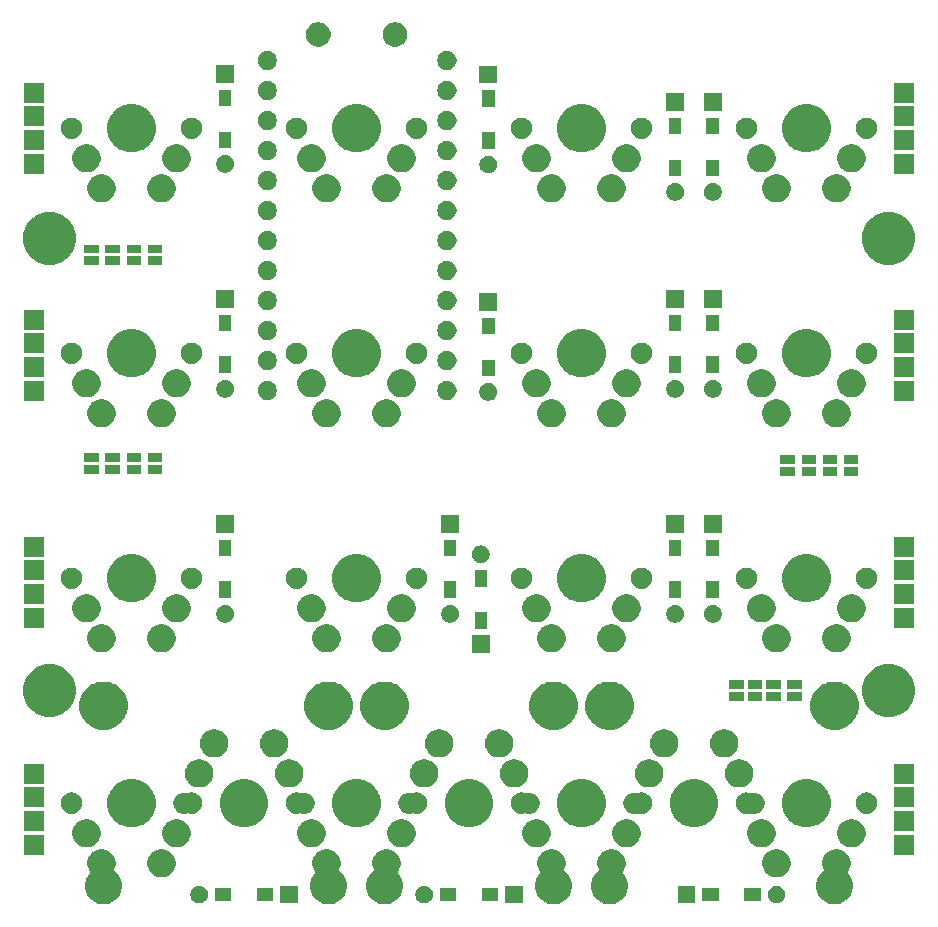
<source format=gts>
G04 #@! TF.GenerationSoftware,KiCad,Pcbnew,5.1.4+dfsg1-1*
G04 #@! TF.CreationDate,2020-03-28T17:09:33+01:00*
G04 #@! TF.ProjectId,roni4x4ortho,726f6e69-3478-4346-9f72-74686f2e6b69,rev?*
G04 #@! TF.SameCoordinates,Original*
G04 #@! TF.FileFunction,Soldermask,Top*
G04 #@! TF.FilePolarity,Negative*
%FSLAX46Y46*%
G04 Gerber Fmt 4.6, Leading zero omitted, Abs format (unit mm)*
G04 Created by KiCad (PCBNEW 5.1.4+dfsg1-1) date 2020-03-28 17:09:33*
%MOMM*%
%LPD*%
G04 APERTURE LIST*
%ADD10C,0.100000*%
G04 APERTURE END LIST*
D10*
G36*
X97814476Y-83301884D02*
G01*
X98031769Y-83391890D01*
X98031771Y-83391891D01*
X98227330Y-83522560D01*
X98393640Y-83688870D01*
X98524310Y-83884431D01*
X98614316Y-84101724D01*
X98660200Y-84332400D01*
X98660200Y-84567600D01*
X98614316Y-84798276D01*
X98549696Y-84954282D01*
X98542583Y-84977731D01*
X98540181Y-85002117D01*
X98542583Y-85026503D01*
X98549696Y-85049952D01*
X98561247Y-85071563D01*
X98576792Y-85090504D01*
X98595734Y-85106049D01*
X98641775Y-85136813D01*
X98641777Y-85136815D01*
X98641780Y-85136817D01*
X98861159Y-85356196D01*
X98962664Y-85508109D01*
X99033524Y-85614159D01*
X99152250Y-85900790D01*
X99212776Y-86205075D01*
X99212776Y-86515325D01*
X99152250Y-86819610D01*
X99033524Y-87106241D01*
X99033523Y-87106242D01*
X98861159Y-87364204D01*
X98641780Y-87583583D01*
X98472851Y-87696457D01*
X98383817Y-87755948D01*
X98215913Y-87825496D01*
X98097187Y-87874674D01*
X97792901Y-87935200D01*
X97482651Y-87935200D01*
X97330509Y-87904937D01*
X97178365Y-87874674D01*
X97059639Y-87825496D01*
X96891735Y-87755948D01*
X96802701Y-87696457D01*
X96633772Y-87583583D01*
X96414393Y-87364204D01*
X96242029Y-87106242D01*
X96242028Y-87106241D01*
X96123302Y-86819610D01*
X96062776Y-86515325D01*
X96062776Y-86205075D01*
X96123302Y-85900790D01*
X96242028Y-85614159D01*
X96312888Y-85508109D01*
X96414393Y-85356196D01*
X96474518Y-85296071D01*
X96490058Y-85277135D01*
X96501609Y-85255524D01*
X96508722Y-85232075D01*
X96511124Y-85207689D01*
X96508722Y-85183303D01*
X96501609Y-85159854D01*
X96490058Y-85138243D01*
X96431064Y-85049952D01*
X96408091Y-85015571D01*
X96382433Y-84953628D01*
X96318084Y-84798276D01*
X96272200Y-84567600D01*
X96272200Y-84332400D01*
X96318084Y-84101724D01*
X96408090Y-83884431D01*
X96538760Y-83688870D01*
X96705070Y-83522560D01*
X96900629Y-83391891D01*
X96900631Y-83391890D01*
X97117924Y-83301884D01*
X97348600Y-83256000D01*
X97583800Y-83256000D01*
X97814476Y-83301884D01*
X97814476Y-83301884D01*
G37*
G36*
X116863276Y-83301884D02*
G01*
X117080569Y-83391890D01*
X117080571Y-83391891D01*
X117276130Y-83522560D01*
X117442440Y-83688870D01*
X117573110Y-83884431D01*
X117663116Y-84101724D01*
X117709000Y-84332400D01*
X117709000Y-84567600D01*
X117665717Y-84785200D01*
X117663115Y-84798277D01*
X117598764Y-84953633D01*
X117591653Y-84977077D01*
X117589251Y-85001463D01*
X117591653Y-85025850D01*
X117598766Y-85049299D01*
X117610317Y-85070909D01*
X117625862Y-85089851D01*
X117644802Y-85105395D01*
X117691828Y-85136817D01*
X117911207Y-85356196D01*
X118012712Y-85508109D01*
X118083572Y-85614159D01*
X118202298Y-85900790D01*
X118262824Y-86205075D01*
X118262824Y-86515325D01*
X118202298Y-86819610D01*
X118083572Y-87106241D01*
X118083571Y-87106242D01*
X117911207Y-87364204D01*
X117691828Y-87583583D01*
X117522899Y-87696457D01*
X117433865Y-87755948D01*
X117265961Y-87825496D01*
X117147235Y-87874674D01*
X116842949Y-87935200D01*
X116532699Y-87935200D01*
X116380557Y-87904937D01*
X116228413Y-87874674D01*
X116109687Y-87825496D01*
X115941783Y-87755948D01*
X115852749Y-87696457D01*
X115683820Y-87583583D01*
X115464441Y-87364204D01*
X115292077Y-87106242D01*
X115292076Y-87106241D01*
X115173350Y-86819610D01*
X115112824Y-86515325D01*
X115112824Y-86205075D01*
X115173350Y-85900790D01*
X115292076Y-85614159D01*
X115362936Y-85508109D01*
X115464441Y-85356196D01*
X115523818Y-85296819D01*
X115539358Y-85277883D01*
X115550909Y-85256272D01*
X115558022Y-85232823D01*
X115560424Y-85208437D01*
X115558022Y-85184051D01*
X115550909Y-85160602D01*
X115539358Y-85138991D01*
X115522802Y-85114213D01*
X115456891Y-85015571D01*
X115431233Y-84953628D01*
X115366884Y-84798276D01*
X115321000Y-84567600D01*
X115321000Y-84332400D01*
X115366884Y-84101724D01*
X115456890Y-83884431D01*
X115587560Y-83688870D01*
X115753870Y-83522560D01*
X115949429Y-83391891D01*
X115949431Y-83391890D01*
X116166724Y-83301884D01*
X116397400Y-83256000D01*
X116632600Y-83256000D01*
X116863276Y-83301884D01*
X116863276Y-83301884D01*
G37*
G36*
X140992076Y-83301884D02*
G01*
X141209369Y-83391890D01*
X141209371Y-83391891D01*
X141404930Y-83522560D01*
X141571240Y-83688870D01*
X141701910Y-83884431D01*
X141791916Y-84101724D01*
X141837800Y-84332400D01*
X141837800Y-84567600D01*
X141791916Y-84798276D01*
X141727567Y-84953628D01*
X141701909Y-85015571D01*
X141626188Y-85128896D01*
X141614639Y-85150501D01*
X141607526Y-85173950D01*
X141605124Y-85198336D01*
X141607526Y-85222723D01*
X141614639Y-85246171D01*
X141626190Y-85267782D01*
X141641730Y-85286719D01*
X141711207Y-85356196D01*
X141812712Y-85508109D01*
X141883572Y-85614159D01*
X142002298Y-85900790D01*
X142062824Y-86205075D01*
X142062824Y-86515325D01*
X142002298Y-86819610D01*
X141883572Y-87106241D01*
X141883571Y-87106242D01*
X141711207Y-87364204D01*
X141491828Y-87583583D01*
X141322899Y-87696457D01*
X141233865Y-87755948D01*
X141065961Y-87825496D01*
X140947235Y-87874674D01*
X140642949Y-87935200D01*
X140332699Y-87935200D01*
X140180557Y-87904937D01*
X140028413Y-87874674D01*
X139909687Y-87825496D01*
X139741783Y-87755948D01*
X139652749Y-87696457D01*
X139483820Y-87583583D01*
X139264441Y-87364204D01*
X139092077Y-87106242D01*
X139092076Y-87106241D01*
X138973350Y-86819610D01*
X138912824Y-86515325D01*
X138912824Y-86205075D01*
X138973350Y-85900790D01*
X139092076Y-85614159D01*
X139162936Y-85508109D01*
X139264441Y-85356196D01*
X139483820Y-85136817D01*
X139483823Y-85136815D01*
X139483825Y-85136813D01*
X139517648Y-85114213D01*
X139536590Y-85098668D01*
X139552135Y-85079726D01*
X139563686Y-85058115D01*
X139570799Y-85034666D01*
X139573201Y-85010280D01*
X139570799Y-84985894D01*
X139563686Y-84962446D01*
X139563416Y-84961793D01*
X139515339Y-84845726D01*
X139495684Y-84798276D01*
X139449800Y-84567600D01*
X139449800Y-84332400D01*
X139495684Y-84101724D01*
X139585690Y-83884431D01*
X139716360Y-83688870D01*
X139882670Y-83522560D01*
X140078229Y-83391891D01*
X140078231Y-83391890D01*
X140295524Y-83301884D01*
X140526200Y-83256000D01*
X140761400Y-83256000D01*
X140992076Y-83301884D01*
X140992076Y-83301884D01*
G37*
G36*
X102894476Y-83301884D02*
G01*
X103111769Y-83391890D01*
X103111771Y-83391891D01*
X103307330Y-83522560D01*
X103473640Y-83688870D01*
X103604310Y-83884431D01*
X103694316Y-84101724D01*
X103740200Y-84332400D01*
X103740200Y-84567600D01*
X103694316Y-84798276D01*
X103604309Y-85015572D01*
X103527591Y-85130389D01*
X103516040Y-85151999D01*
X103508927Y-85175448D01*
X103506525Y-85199834D01*
X103508927Y-85224220D01*
X103516040Y-85247669D01*
X103527591Y-85269280D01*
X103543131Y-85288216D01*
X103611111Y-85356196D01*
X103712616Y-85508109D01*
X103783476Y-85614159D01*
X103902202Y-85900790D01*
X103962728Y-86205075D01*
X103962728Y-86515325D01*
X103902202Y-86819610D01*
X103783476Y-87106241D01*
X103783475Y-87106242D01*
X103611111Y-87364204D01*
X103391732Y-87583583D01*
X103222803Y-87696457D01*
X103133769Y-87755948D01*
X102965865Y-87825496D01*
X102847139Y-87874674D01*
X102542853Y-87935200D01*
X102232603Y-87935200D01*
X102080461Y-87904937D01*
X101928317Y-87874674D01*
X101809591Y-87825496D01*
X101641687Y-87755948D01*
X101552653Y-87696457D01*
X101383724Y-87583583D01*
X101164345Y-87364204D01*
X100991981Y-87106242D01*
X100991980Y-87106241D01*
X100873254Y-86819610D01*
X100812728Y-86515325D01*
X100812728Y-86205075D01*
X100873254Y-85900790D01*
X100991980Y-85614159D01*
X101062840Y-85508109D01*
X101164345Y-85356196D01*
X101383724Y-85136817D01*
X101419509Y-85112906D01*
X101438449Y-85097363D01*
X101453994Y-85078421D01*
X101465545Y-85056810D01*
X101472658Y-85033361D01*
X101475060Y-85008975D01*
X101472658Y-84984589D01*
X101465545Y-84961140D01*
X101398084Y-84798276D01*
X101352200Y-84567600D01*
X101352200Y-84332400D01*
X101398084Y-84101724D01*
X101488090Y-83884431D01*
X101618760Y-83688870D01*
X101785070Y-83522560D01*
X101980629Y-83391891D01*
X101980631Y-83391890D01*
X102197924Y-83301884D01*
X102428600Y-83256000D01*
X102663800Y-83256000D01*
X102894476Y-83301884D01*
X102894476Y-83301884D01*
G37*
G36*
X78765676Y-83301884D02*
G01*
X78982969Y-83391890D01*
X78982971Y-83391891D01*
X79178530Y-83522560D01*
X79344840Y-83688870D01*
X79475510Y-83884431D01*
X79565516Y-84101724D01*
X79611400Y-84332400D01*
X79611400Y-84567600D01*
X79565516Y-84798276D01*
X79500625Y-84954936D01*
X79493512Y-84978385D01*
X79491110Y-85002771D01*
X79493512Y-85027157D01*
X79500625Y-85050606D01*
X79512176Y-85072216D01*
X79527721Y-85091158D01*
X79546662Y-85106702D01*
X79591732Y-85136817D01*
X79811111Y-85356196D01*
X79912616Y-85508109D01*
X79983476Y-85614159D01*
X80102202Y-85900790D01*
X80162728Y-86205075D01*
X80162728Y-86515325D01*
X80102202Y-86819610D01*
X79983476Y-87106241D01*
X79983475Y-87106242D01*
X79811111Y-87364204D01*
X79591732Y-87583583D01*
X79422803Y-87696457D01*
X79333769Y-87755948D01*
X79165865Y-87825496D01*
X79047139Y-87874674D01*
X78894995Y-87904937D01*
X78742853Y-87935200D01*
X78432603Y-87935200D01*
X78280461Y-87904937D01*
X78128317Y-87874674D01*
X78009591Y-87825496D01*
X77841687Y-87755948D01*
X77752653Y-87696457D01*
X77583724Y-87583583D01*
X77364345Y-87364204D01*
X77191981Y-87106242D01*
X77191980Y-87106241D01*
X77073254Y-86819610D01*
X77012728Y-86515325D01*
X77012728Y-86205075D01*
X77073254Y-85900790D01*
X77191980Y-85614159D01*
X77262840Y-85508109D01*
X77364345Y-85356196D01*
X77425218Y-85295323D01*
X77440758Y-85276387D01*
X77452309Y-85254776D01*
X77459422Y-85231327D01*
X77461824Y-85206941D01*
X77459422Y-85182555D01*
X77452309Y-85159106D01*
X77440758Y-85137495D01*
X77382264Y-85049952D01*
X77359291Y-85015571D01*
X77333633Y-84953628D01*
X77269284Y-84798276D01*
X77223400Y-84567600D01*
X77223400Y-84332400D01*
X77269284Y-84101724D01*
X77359290Y-83884431D01*
X77489960Y-83688870D01*
X77656270Y-83522560D01*
X77851829Y-83391891D01*
X77851831Y-83391890D01*
X78069124Y-83301884D01*
X78299800Y-83256000D01*
X78535000Y-83256000D01*
X78765676Y-83301884D01*
X78765676Y-83301884D01*
G37*
G36*
X121943276Y-83301884D02*
G01*
X122160569Y-83391890D01*
X122160571Y-83391891D01*
X122356130Y-83522560D01*
X122522440Y-83688870D01*
X122653110Y-83884431D01*
X122743116Y-84101724D01*
X122789000Y-84332400D01*
X122789000Y-84567600D01*
X122743116Y-84798276D01*
X122653109Y-85015572D01*
X122576891Y-85129641D01*
X122565340Y-85151251D01*
X122558227Y-85174700D01*
X122555825Y-85199086D01*
X122558227Y-85223473D01*
X122565340Y-85246921D01*
X122576891Y-85268532D01*
X122592431Y-85287468D01*
X122661159Y-85356196D01*
X122762664Y-85508109D01*
X122833524Y-85614159D01*
X122952250Y-85900790D01*
X123012776Y-86205075D01*
X123012776Y-86515325D01*
X122952250Y-86819610D01*
X122833524Y-87106241D01*
X122833523Y-87106242D01*
X122661159Y-87364204D01*
X122441780Y-87583583D01*
X122272851Y-87696457D01*
X122183817Y-87755948D01*
X122015913Y-87825496D01*
X121897187Y-87874674D01*
X121592901Y-87935200D01*
X121282651Y-87935200D01*
X121130509Y-87904937D01*
X120978365Y-87874674D01*
X120859639Y-87825496D01*
X120691735Y-87755948D01*
X120602701Y-87696457D01*
X120433772Y-87583583D01*
X120214393Y-87364204D01*
X120042029Y-87106242D01*
X120042028Y-87106241D01*
X119923302Y-86819610D01*
X119862776Y-86515325D01*
X119862776Y-86205075D01*
X119923302Y-85900790D01*
X120042028Y-85614159D01*
X120112888Y-85508109D01*
X120214393Y-85356196D01*
X120433772Y-85136817D01*
X120443392Y-85130389D01*
X120468578Y-85113560D01*
X120487519Y-85098015D01*
X120503064Y-85079073D01*
X120514615Y-85057462D01*
X120521728Y-85034013D01*
X120524130Y-85009627D01*
X120521728Y-84985241D01*
X120514615Y-84961793D01*
X120446884Y-84798276D01*
X120401000Y-84567600D01*
X120401000Y-84332400D01*
X120446884Y-84101724D01*
X120536890Y-83884431D01*
X120667560Y-83688870D01*
X120833870Y-83522560D01*
X121029429Y-83391891D01*
X121029431Y-83391890D01*
X121246724Y-83301884D01*
X121477400Y-83256000D01*
X121712600Y-83256000D01*
X121943276Y-83301884D01*
X121943276Y-83301884D01*
G37*
G36*
X105822201Y-86368881D02*
G01*
X105946397Y-86393584D01*
X106082798Y-86450083D01*
X106205555Y-86532107D01*
X106309951Y-86636503D01*
X106391975Y-86759260D01*
X106448474Y-86895661D01*
X106477276Y-87040463D01*
X106477276Y-87188101D01*
X106448474Y-87332903D01*
X106391975Y-87469304D01*
X106309951Y-87592061D01*
X106205555Y-87696457D01*
X106082798Y-87778481D01*
X105946397Y-87834980D01*
X105822201Y-87859683D01*
X105801596Y-87863782D01*
X105653956Y-87863782D01*
X105633351Y-87859683D01*
X105509155Y-87834980D01*
X105372754Y-87778481D01*
X105249997Y-87696457D01*
X105145601Y-87592061D01*
X105063577Y-87469304D01*
X105007078Y-87332903D01*
X104978276Y-87188101D01*
X104978276Y-87040463D01*
X105007078Y-86895661D01*
X105063577Y-86759260D01*
X105145601Y-86636503D01*
X105249997Y-86532107D01*
X105372754Y-86450083D01*
X105509155Y-86393584D01*
X105633351Y-86368881D01*
X105653956Y-86364782D01*
X105801596Y-86364782D01*
X105822201Y-86368881D01*
X105822201Y-86368881D01*
G37*
G36*
X114097276Y-87863782D02*
G01*
X112598276Y-87863782D01*
X112598276Y-86364782D01*
X114097276Y-86364782D01*
X114097276Y-87863782D01*
X114097276Y-87863782D01*
G37*
G36*
X128702332Y-87863782D02*
G01*
X127203332Y-87863782D01*
X127203332Y-86364782D01*
X128702332Y-86364782D01*
X128702332Y-87863782D01*
X128702332Y-87863782D01*
G37*
G36*
X135667257Y-86368881D02*
G01*
X135791453Y-86393584D01*
X135927854Y-86450083D01*
X136050611Y-86532107D01*
X136155007Y-86636503D01*
X136237031Y-86759260D01*
X136293530Y-86895661D01*
X136322332Y-87040463D01*
X136322332Y-87188101D01*
X136293530Y-87332903D01*
X136237031Y-87469304D01*
X136155007Y-87592061D01*
X136050611Y-87696457D01*
X135927854Y-87778481D01*
X135791453Y-87834980D01*
X135667257Y-87859683D01*
X135646652Y-87863782D01*
X135499012Y-87863782D01*
X135478407Y-87859683D01*
X135354211Y-87834980D01*
X135217810Y-87778481D01*
X135095053Y-87696457D01*
X134990657Y-87592061D01*
X134908633Y-87469304D01*
X134852134Y-87332903D01*
X134823332Y-87188101D01*
X134823332Y-87040463D01*
X134852134Y-86895661D01*
X134908633Y-86759260D01*
X134990657Y-86636503D01*
X135095053Y-86532107D01*
X135217810Y-86450083D01*
X135354211Y-86393584D01*
X135478407Y-86368881D01*
X135499012Y-86364782D01*
X135646652Y-86364782D01*
X135667257Y-86368881D01*
X135667257Y-86368881D01*
G37*
G36*
X86772153Y-86368881D02*
G01*
X86896349Y-86393584D01*
X87032750Y-86450083D01*
X87155507Y-86532107D01*
X87259903Y-86636503D01*
X87341927Y-86759260D01*
X87398426Y-86895661D01*
X87427228Y-87040463D01*
X87427228Y-87188101D01*
X87398426Y-87332903D01*
X87341927Y-87469304D01*
X87259903Y-87592061D01*
X87155507Y-87696457D01*
X87032750Y-87778481D01*
X86896349Y-87834980D01*
X86772153Y-87859683D01*
X86751548Y-87863782D01*
X86603908Y-87863782D01*
X86583303Y-87859683D01*
X86459107Y-87834980D01*
X86322706Y-87778481D01*
X86199949Y-87696457D01*
X86095553Y-87592061D01*
X86013529Y-87469304D01*
X85957030Y-87332903D01*
X85928228Y-87188101D01*
X85928228Y-87040463D01*
X85957030Y-86895661D01*
X86013529Y-86759260D01*
X86095553Y-86636503D01*
X86199949Y-86532107D01*
X86322706Y-86450083D01*
X86459107Y-86393584D01*
X86583303Y-86368881D01*
X86603908Y-86364782D01*
X86751548Y-86364782D01*
X86772153Y-86368881D01*
X86772153Y-86368881D01*
G37*
G36*
X95047228Y-87863782D02*
G01*
X93548228Y-87863782D01*
X93548228Y-86364782D01*
X95047228Y-86364782D01*
X95047228Y-87863782D01*
X95047228Y-87863782D01*
G37*
G36*
X134238832Y-87640282D02*
G01*
X132836832Y-87640282D01*
X132836832Y-86588282D01*
X134238832Y-86588282D01*
X134238832Y-87640282D01*
X134238832Y-87640282D01*
G37*
G36*
X89413728Y-87640282D02*
G01*
X88011728Y-87640282D01*
X88011728Y-86588282D01*
X89413728Y-86588282D01*
X89413728Y-87640282D01*
X89413728Y-87640282D01*
G37*
G36*
X108463776Y-87640282D02*
G01*
X107061776Y-87640282D01*
X107061776Y-86588282D01*
X108463776Y-86588282D01*
X108463776Y-87640282D01*
X108463776Y-87640282D01*
G37*
G36*
X112013776Y-87640282D02*
G01*
X110611776Y-87640282D01*
X110611776Y-86588282D01*
X112013776Y-86588282D01*
X112013776Y-87640282D01*
X112013776Y-87640282D01*
G37*
G36*
X130688832Y-87640282D02*
G01*
X129286832Y-87640282D01*
X129286832Y-86588282D01*
X130688832Y-86588282D01*
X130688832Y-87640282D01*
X130688832Y-87640282D01*
G37*
G36*
X92963728Y-87640282D02*
G01*
X91561728Y-87640282D01*
X91561728Y-86588282D01*
X92963728Y-86588282D01*
X92963728Y-87640282D01*
X92963728Y-87640282D01*
G37*
G36*
X83845676Y-83301884D02*
G01*
X84062969Y-83391890D01*
X84062971Y-83391891D01*
X84258530Y-83522560D01*
X84424840Y-83688870D01*
X84555510Y-83884431D01*
X84645516Y-84101724D01*
X84691400Y-84332400D01*
X84691400Y-84567600D01*
X84645516Y-84798276D01*
X84581167Y-84953628D01*
X84555509Y-85015571D01*
X84424840Y-85211130D01*
X84258530Y-85377440D01*
X84062971Y-85508109D01*
X84062970Y-85508110D01*
X84062969Y-85508110D01*
X83845676Y-85598116D01*
X83615000Y-85644000D01*
X83379800Y-85644000D01*
X83149124Y-85598116D01*
X82931831Y-85508110D01*
X82931830Y-85508110D01*
X82931829Y-85508109D01*
X82736270Y-85377440D01*
X82569960Y-85211130D01*
X82439291Y-85015571D01*
X82413633Y-84953628D01*
X82349284Y-84798276D01*
X82303400Y-84567600D01*
X82303400Y-84332400D01*
X82349284Y-84101724D01*
X82439290Y-83884431D01*
X82569960Y-83688870D01*
X82736270Y-83522560D01*
X82931829Y-83391891D01*
X82931831Y-83391890D01*
X83149124Y-83301884D01*
X83379800Y-83256000D01*
X83615000Y-83256000D01*
X83845676Y-83301884D01*
X83845676Y-83301884D01*
G37*
G36*
X135912076Y-83301884D02*
G01*
X136129369Y-83391890D01*
X136129371Y-83391891D01*
X136324930Y-83522560D01*
X136491240Y-83688870D01*
X136621910Y-83884431D01*
X136711916Y-84101724D01*
X136757800Y-84332400D01*
X136757800Y-84567600D01*
X136711916Y-84798276D01*
X136647567Y-84953628D01*
X136621909Y-85015571D01*
X136491240Y-85211130D01*
X136324930Y-85377440D01*
X136129371Y-85508109D01*
X136129370Y-85508110D01*
X136129369Y-85508110D01*
X135912076Y-85598116D01*
X135681400Y-85644000D01*
X135446200Y-85644000D01*
X135215524Y-85598116D01*
X134998231Y-85508110D01*
X134998230Y-85508110D01*
X134998229Y-85508109D01*
X134802670Y-85377440D01*
X134636360Y-85211130D01*
X134505691Y-85015571D01*
X134480033Y-84953628D01*
X134415684Y-84798276D01*
X134369800Y-84567600D01*
X134369800Y-84332400D01*
X134415684Y-84101724D01*
X134505690Y-83884431D01*
X134636360Y-83688870D01*
X134802670Y-83522560D01*
X134998229Y-83391891D01*
X134998231Y-83391890D01*
X135215524Y-83301884D01*
X135446200Y-83256000D01*
X135681400Y-83256000D01*
X135912076Y-83301884D01*
X135912076Y-83301884D01*
G37*
G36*
X147199025Y-83728400D02*
G01*
X145497025Y-83728400D01*
X145497025Y-82026400D01*
X147199025Y-82026400D01*
X147199025Y-83728400D01*
X147199025Y-83728400D01*
G37*
G36*
X73583050Y-83728400D02*
G01*
X71881050Y-83728400D01*
X71881050Y-82026400D01*
X73583050Y-82026400D01*
X73583050Y-83728400D01*
X73583050Y-83728400D01*
G37*
G36*
X115593276Y-80761884D02*
G01*
X115810569Y-80851890D01*
X115810571Y-80851891D01*
X116006130Y-80982560D01*
X116172440Y-81148870D01*
X116301163Y-81341516D01*
X116303110Y-81344431D01*
X116393116Y-81561724D01*
X116439000Y-81792400D01*
X116439000Y-82027600D01*
X116393116Y-82258276D01*
X116303110Y-82475569D01*
X116303109Y-82475571D01*
X116172440Y-82671130D01*
X116006130Y-82837440D01*
X115810571Y-82968109D01*
X115810570Y-82968110D01*
X115810569Y-82968110D01*
X115593276Y-83058116D01*
X115362600Y-83104000D01*
X115127400Y-83104000D01*
X114896724Y-83058116D01*
X114679431Y-82968110D01*
X114679430Y-82968110D01*
X114679429Y-82968109D01*
X114483870Y-82837440D01*
X114317560Y-82671130D01*
X114186891Y-82475571D01*
X114186890Y-82475569D01*
X114096884Y-82258276D01*
X114051000Y-82027600D01*
X114051000Y-81792400D01*
X114096884Y-81561724D01*
X114186890Y-81344431D01*
X114188838Y-81341516D01*
X114317560Y-81148870D01*
X114483870Y-80982560D01*
X114679429Y-80851891D01*
X114679431Y-80851890D01*
X114896724Y-80761884D01*
X115127400Y-80716000D01*
X115362600Y-80716000D01*
X115593276Y-80761884D01*
X115593276Y-80761884D01*
G37*
G36*
X142262076Y-80761884D02*
G01*
X142479369Y-80851890D01*
X142479371Y-80851891D01*
X142674930Y-80982560D01*
X142841240Y-81148870D01*
X142969963Y-81341516D01*
X142971910Y-81344431D01*
X143061916Y-81561724D01*
X143107800Y-81792400D01*
X143107800Y-82027600D01*
X143061916Y-82258276D01*
X142971910Y-82475569D01*
X142971909Y-82475571D01*
X142841240Y-82671130D01*
X142674930Y-82837440D01*
X142479371Y-82968109D01*
X142479370Y-82968110D01*
X142479369Y-82968110D01*
X142262076Y-83058116D01*
X142031400Y-83104000D01*
X141796200Y-83104000D01*
X141565524Y-83058116D01*
X141348231Y-82968110D01*
X141348230Y-82968110D01*
X141348229Y-82968109D01*
X141152670Y-82837440D01*
X140986360Y-82671130D01*
X140855691Y-82475571D01*
X140855690Y-82475569D01*
X140765684Y-82258276D01*
X140719800Y-82027600D01*
X140719800Y-81792400D01*
X140765684Y-81561724D01*
X140855690Y-81344431D01*
X140857638Y-81341516D01*
X140986360Y-81148870D01*
X141152670Y-80982560D01*
X141348229Y-80851891D01*
X141348231Y-80851890D01*
X141565524Y-80761884D01*
X141796200Y-80716000D01*
X142031400Y-80716000D01*
X142262076Y-80761884D01*
X142262076Y-80761884D01*
G37*
G36*
X134642076Y-80761884D02*
G01*
X134859369Y-80851890D01*
X134859371Y-80851891D01*
X135054930Y-80982560D01*
X135221240Y-81148870D01*
X135349963Y-81341516D01*
X135351910Y-81344431D01*
X135441916Y-81561724D01*
X135487800Y-81792400D01*
X135487800Y-82027600D01*
X135441916Y-82258276D01*
X135351910Y-82475569D01*
X135351909Y-82475571D01*
X135221240Y-82671130D01*
X135054930Y-82837440D01*
X134859371Y-82968109D01*
X134859370Y-82968110D01*
X134859369Y-82968110D01*
X134642076Y-83058116D01*
X134411400Y-83104000D01*
X134176200Y-83104000D01*
X133945524Y-83058116D01*
X133728231Y-82968110D01*
X133728230Y-82968110D01*
X133728229Y-82968109D01*
X133532670Y-82837440D01*
X133366360Y-82671130D01*
X133235691Y-82475571D01*
X133235690Y-82475569D01*
X133145684Y-82258276D01*
X133099800Y-82027600D01*
X133099800Y-81792400D01*
X133145684Y-81561724D01*
X133235690Y-81344431D01*
X133237638Y-81341516D01*
X133366360Y-81148870D01*
X133532670Y-80982560D01*
X133728229Y-80851891D01*
X133728231Y-80851890D01*
X133945524Y-80761884D01*
X134176200Y-80716000D01*
X134411400Y-80716000D01*
X134642076Y-80761884D01*
X134642076Y-80761884D01*
G37*
G36*
X123213276Y-80761884D02*
G01*
X123430569Y-80851890D01*
X123430571Y-80851891D01*
X123626130Y-80982560D01*
X123792440Y-81148870D01*
X123921163Y-81341516D01*
X123923110Y-81344431D01*
X124013116Y-81561724D01*
X124059000Y-81792400D01*
X124059000Y-82027600D01*
X124013116Y-82258276D01*
X123923110Y-82475569D01*
X123923109Y-82475571D01*
X123792440Y-82671130D01*
X123626130Y-82837440D01*
X123430571Y-82968109D01*
X123430570Y-82968110D01*
X123430569Y-82968110D01*
X123213276Y-83058116D01*
X122982600Y-83104000D01*
X122747400Y-83104000D01*
X122516724Y-83058116D01*
X122299431Y-82968110D01*
X122299430Y-82968110D01*
X122299429Y-82968109D01*
X122103870Y-82837440D01*
X121937560Y-82671130D01*
X121806891Y-82475571D01*
X121806890Y-82475569D01*
X121716884Y-82258276D01*
X121671000Y-82027600D01*
X121671000Y-81792400D01*
X121716884Y-81561724D01*
X121806890Y-81344431D01*
X121808838Y-81341516D01*
X121937560Y-81148870D01*
X122103870Y-80982560D01*
X122299429Y-80851891D01*
X122299431Y-80851890D01*
X122516724Y-80761884D01*
X122747400Y-80716000D01*
X122982600Y-80716000D01*
X123213276Y-80761884D01*
X123213276Y-80761884D01*
G37*
G36*
X96544476Y-80761884D02*
G01*
X96761769Y-80851890D01*
X96761771Y-80851891D01*
X96957330Y-80982560D01*
X97123640Y-81148870D01*
X97252363Y-81341516D01*
X97254310Y-81344431D01*
X97344316Y-81561724D01*
X97390200Y-81792400D01*
X97390200Y-82027600D01*
X97344316Y-82258276D01*
X97254310Y-82475569D01*
X97254309Y-82475571D01*
X97123640Y-82671130D01*
X96957330Y-82837440D01*
X96761771Y-82968109D01*
X96761770Y-82968110D01*
X96761769Y-82968110D01*
X96544476Y-83058116D01*
X96313800Y-83104000D01*
X96078600Y-83104000D01*
X95847924Y-83058116D01*
X95630631Y-82968110D01*
X95630630Y-82968110D01*
X95630629Y-82968109D01*
X95435070Y-82837440D01*
X95268760Y-82671130D01*
X95138091Y-82475571D01*
X95138090Y-82475569D01*
X95048084Y-82258276D01*
X95002200Y-82027600D01*
X95002200Y-81792400D01*
X95048084Y-81561724D01*
X95138090Y-81344431D01*
X95140038Y-81341516D01*
X95268760Y-81148870D01*
X95435070Y-80982560D01*
X95630629Y-80851891D01*
X95630631Y-80851890D01*
X95847924Y-80761884D01*
X96078600Y-80716000D01*
X96313800Y-80716000D01*
X96544476Y-80761884D01*
X96544476Y-80761884D01*
G37*
G36*
X85115676Y-80761884D02*
G01*
X85332969Y-80851890D01*
X85332971Y-80851891D01*
X85528530Y-80982560D01*
X85694840Y-81148870D01*
X85823563Y-81341516D01*
X85825510Y-81344431D01*
X85915516Y-81561724D01*
X85961400Y-81792400D01*
X85961400Y-82027600D01*
X85915516Y-82258276D01*
X85825510Y-82475569D01*
X85825509Y-82475571D01*
X85694840Y-82671130D01*
X85528530Y-82837440D01*
X85332971Y-82968109D01*
X85332970Y-82968110D01*
X85332969Y-82968110D01*
X85115676Y-83058116D01*
X84885000Y-83104000D01*
X84649800Y-83104000D01*
X84419124Y-83058116D01*
X84201831Y-82968110D01*
X84201830Y-82968110D01*
X84201829Y-82968109D01*
X84006270Y-82837440D01*
X83839960Y-82671130D01*
X83709291Y-82475571D01*
X83709290Y-82475569D01*
X83619284Y-82258276D01*
X83573400Y-82027600D01*
X83573400Y-81792400D01*
X83619284Y-81561724D01*
X83709290Y-81344431D01*
X83711238Y-81341516D01*
X83839960Y-81148870D01*
X84006270Y-80982560D01*
X84201829Y-80851891D01*
X84201831Y-80851890D01*
X84419124Y-80761884D01*
X84649800Y-80716000D01*
X84885000Y-80716000D01*
X85115676Y-80761884D01*
X85115676Y-80761884D01*
G37*
G36*
X77495676Y-80761884D02*
G01*
X77712969Y-80851890D01*
X77712971Y-80851891D01*
X77908530Y-80982560D01*
X78074840Y-81148870D01*
X78203563Y-81341516D01*
X78205510Y-81344431D01*
X78295516Y-81561724D01*
X78341400Y-81792400D01*
X78341400Y-82027600D01*
X78295516Y-82258276D01*
X78205510Y-82475569D01*
X78205509Y-82475571D01*
X78074840Y-82671130D01*
X77908530Y-82837440D01*
X77712971Y-82968109D01*
X77712970Y-82968110D01*
X77712969Y-82968110D01*
X77495676Y-83058116D01*
X77265000Y-83104000D01*
X77029800Y-83104000D01*
X76799124Y-83058116D01*
X76581831Y-82968110D01*
X76581830Y-82968110D01*
X76581829Y-82968109D01*
X76386270Y-82837440D01*
X76219960Y-82671130D01*
X76089291Y-82475571D01*
X76089290Y-82475569D01*
X75999284Y-82258276D01*
X75953400Y-82027600D01*
X75953400Y-81792400D01*
X75999284Y-81561724D01*
X76089290Y-81344431D01*
X76091238Y-81341516D01*
X76219960Y-81148870D01*
X76386270Y-80982560D01*
X76581829Y-80851891D01*
X76581831Y-80851890D01*
X76799124Y-80761884D01*
X77029800Y-80716000D01*
X77265000Y-80716000D01*
X77495676Y-80761884D01*
X77495676Y-80761884D01*
G37*
G36*
X104164476Y-80761884D02*
G01*
X104381769Y-80851890D01*
X104381771Y-80851891D01*
X104577330Y-80982560D01*
X104743640Y-81148870D01*
X104872363Y-81341516D01*
X104874310Y-81344431D01*
X104964316Y-81561724D01*
X105010200Y-81792400D01*
X105010200Y-82027600D01*
X104964316Y-82258276D01*
X104874310Y-82475569D01*
X104874309Y-82475571D01*
X104743640Y-82671130D01*
X104577330Y-82837440D01*
X104381771Y-82968109D01*
X104381770Y-82968110D01*
X104381769Y-82968110D01*
X104164476Y-83058116D01*
X103933800Y-83104000D01*
X103698600Y-83104000D01*
X103467924Y-83058116D01*
X103250631Y-82968110D01*
X103250630Y-82968110D01*
X103250629Y-82968109D01*
X103055070Y-82837440D01*
X102888760Y-82671130D01*
X102758091Y-82475571D01*
X102758090Y-82475569D01*
X102668084Y-82258276D01*
X102622200Y-82027600D01*
X102622200Y-81792400D01*
X102668084Y-81561724D01*
X102758090Y-81344431D01*
X102760038Y-81341516D01*
X102888760Y-81148870D01*
X103055070Y-80982560D01*
X103250629Y-80851891D01*
X103250631Y-80851890D01*
X103467924Y-80761884D01*
X103698600Y-80716000D01*
X103933800Y-80716000D01*
X104164476Y-80761884D01*
X104164476Y-80761884D01*
G37*
G36*
X147199025Y-81728400D02*
G01*
X145497025Y-81728400D01*
X145497025Y-80026400D01*
X147199025Y-80026400D01*
X147199025Y-81728400D01*
X147199025Y-81728400D01*
G37*
G36*
X73583050Y-81728400D02*
G01*
X71881050Y-81728400D01*
X71881050Y-80026400D01*
X73583050Y-80026400D01*
X73583050Y-81728400D01*
X73583050Y-81728400D01*
G37*
G36*
X91084202Y-77408884D02*
G01*
X91302202Y-77499183D01*
X91456351Y-77563033D01*
X91791276Y-77786823D01*
X92076105Y-78071652D01*
X92299895Y-78406577D01*
X92345427Y-78516501D01*
X92454044Y-78778726D01*
X92532628Y-79173794D01*
X92532628Y-79576606D01*
X92454044Y-79971674D01*
X92372204Y-80169253D01*
X92299895Y-80343823D01*
X92076105Y-80678748D01*
X91791276Y-80963577D01*
X91456351Y-81187367D01*
X91302202Y-81251217D01*
X91084202Y-81341516D01*
X90689134Y-81420100D01*
X90286322Y-81420100D01*
X89891254Y-81341516D01*
X89673254Y-81251217D01*
X89519105Y-81187367D01*
X89184180Y-80963577D01*
X88899351Y-80678748D01*
X88675561Y-80343823D01*
X88603252Y-80169253D01*
X88521412Y-79971674D01*
X88442828Y-79576606D01*
X88442828Y-79173794D01*
X88521412Y-78778726D01*
X88630029Y-78516501D01*
X88675561Y-78406577D01*
X88899351Y-78071652D01*
X89184180Y-77786823D01*
X89519105Y-77563033D01*
X89673254Y-77499183D01*
X89891254Y-77408884D01*
X90286322Y-77330300D01*
X90689134Y-77330300D01*
X91084202Y-77408884D01*
X91084202Y-77408884D01*
G37*
G36*
X110134250Y-77408884D02*
G01*
X110352250Y-77499183D01*
X110506399Y-77563033D01*
X110841324Y-77786823D01*
X111126153Y-78071652D01*
X111349943Y-78406577D01*
X111395475Y-78516501D01*
X111504092Y-78778726D01*
X111582676Y-79173794D01*
X111582676Y-79576606D01*
X111504092Y-79971674D01*
X111422252Y-80169253D01*
X111349943Y-80343823D01*
X111126153Y-80678748D01*
X110841324Y-80963577D01*
X110506399Y-81187367D01*
X110352250Y-81251217D01*
X110134250Y-81341516D01*
X109739182Y-81420100D01*
X109336370Y-81420100D01*
X108941302Y-81341516D01*
X108723302Y-81251217D01*
X108569153Y-81187367D01*
X108234228Y-80963577D01*
X107949399Y-80678748D01*
X107725609Y-80343823D01*
X107653300Y-80169253D01*
X107571460Y-79971674D01*
X107492876Y-79576606D01*
X107492876Y-79173794D01*
X107571460Y-78778726D01*
X107680077Y-78516501D01*
X107725609Y-78406577D01*
X107949399Y-78071652D01*
X108234228Y-77786823D01*
X108569153Y-77563033D01*
X108723302Y-77499183D01*
X108941302Y-77408884D01*
X109336370Y-77330300D01*
X109739182Y-77330300D01*
X110134250Y-77408884D01*
X110134250Y-77408884D01*
G37*
G36*
X129184298Y-77408884D02*
G01*
X129402298Y-77499183D01*
X129556447Y-77563033D01*
X129891372Y-77786823D01*
X130176201Y-78071652D01*
X130399991Y-78406577D01*
X130445523Y-78516501D01*
X130554140Y-78778726D01*
X130632724Y-79173794D01*
X130632724Y-79576606D01*
X130554140Y-79971674D01*
X130472300Y-80169253D01*
X130399991Y-80343823D01*
X130176201Y-80678748D01*
X129891372Y-80963577D01*
X129556447Y-81187367D01*
X129402298Y-81251217D01*
X129184298Y-81341516D01*
X128789230Y-81420100D01*
X128386418Y-81420100D01*
X127991350Y-81341516D01*
X127773350Y-81251217D01*
X127619201Y-81187367D01*
X127284276Y-80963577D01*
X126999447Y-80678748D01*
X126775657Y-80343823D01*
X126703348Y-80169253D01*
X126621508Y-79971674D01*
X126542924Y-79576606D01*
X126542924Y-79173794D01*
X126621508Y-78778726D01*
X126730125Y-78516501D01*
X126775657Y-78406577D01*
X126999447Y-78071652D01*
X127284276Y-77786823D01*
X127619201Y-77563033D01*
X127773350Y-77499183D01*
X127991350Y-77408884D01*
X128386418Y-77330300D01*
X128789230Y-77330300D01*
X129184298Y-77408884D01*
X129184298Y-77408884D01*
G37*
G36*
X138700274Y-77403684D02*
G01*
X138918274Y-77493983D01*
X139072423Y-77557833D01*
X139407348Y-77781623D01*
X139692177Y-78066452D01*
X139915967Y-78401377D01*
X139964777Y-78519215D01*
X140070116Y-78773526D01*
X140148700Y-79168594D01*
X140148700Y-79571406D01*
X140070116Y-79966474D01*
X139986122Y-80169253D01*
X139915967Y-80338623D01*
X139692177Y-80673548D01*
X139407348Y-80958377D01*
X139072423Y-81182167D01*
X138918274Y-81246017D01*
X138700274Y-81336316D01*
X138305206Y-81414900D01*
X137902394Y-81414900D01*
X137507326Y-81336316D01*
X137289326Y-81246017D01*
X137135177Y-81182167D01*
X136800252Y-80958377D01*
X136515423Y-80673548D01*
X136291633Y-80338623D01*
X136221478Y-80169253D01*
X136137484Y-79966474D01*
X136058900Y-79571406D01*
X136058900Y-79168594D01*
X136137484Y-78773526D01*
X136242823Y-78519215D01*
X136291633Y-78401377D01*
X136515423Y-78066452D01*
X136800252Y-77781623D01*
X137135177Y-77557833D01*
X137289326Y-77493983D01*
X137507326Y-77403684D01*
X137902394Y-77325100D01*
X138305206Y-77325100D01*
X138700274Y-77403684D01*
X138700274Y-77403684D01*
G37*
G36*
X100602674Y-77403684D02*
G01*
X100820674Y-77493983D01*
X100974823Y-77557833D01*
X101309748Y-77781623D01*
X101594577Y-78066452D01*
X101818367Y-78401377D01*
X101867177Y-78519215D01*
X101972516Y-78773526D01*
X102051100Y-79168594D01*
X102051100Y-79571406D01*
X101972516Y-79966474D01*
X101888522Y-80169253D01*
X101818367Y-80338623D01*
X101594577Y-80673548D01*
X101309748Y-80958377D01*
X100974823Y-81182167D01*
X100820674Y-81246017D01*
X100602674Y-81336316D01*
X100207606Y-81414900D01*
X99804794Y-81414900D01*
X99409726Y-81336316D01*
X99191726Y-81246017D01*
X99037577Y-81182167D01*
X98702652Y-80958377D01*
X98417823Y-80673548D01*
X98194033Y-80338623D01*
X98123878Y-80169253D01*
X98039884Y-79966474D01*
X97961300Y-79571406D01*
X97961300Y-79168594D01*
X98039884Y-78773526D01*
X98145223Y-78519215D01*
X98194033Y-78401377D01*
X98417823Y-78066452D01*
X98702652Y-77781623D01*
X99037577Y-77557833D01*
X99191726Y-77493983D01*
X99409726Y-77403684D01*
X99804794Y-77325100D01*
X100207606Y-77325100D01*
X100602674Y-77403684D01*
X100602674Y-77403684D01*
G37*
G36*
X81553874Y-77403684D02*
G01*
X81771874Y-77493983D01*
X81926023Y-77557833D01*
X82260948Y-77781623D01*
X82545777Y-78066452D01*
X82769567Y-78401377D01*
X82818377Y-78519215D01*
X82923716Y-78773526D01*
X83002300Y-79168594D01*
X83002300Y-79571406D01*
X82923716Y-79966474D01*
X82839722Y-80169253D01*
X82769567Y-80338623D01*
X82545777Y-80673548D01*
X82260948Y-80958377D01*
X81926023Y-81182167D01*
X81771874Y-81246017D01*
X81553874Y-81336316D01*
X81158806Y-81414900D01*
X80755994Y-81414900D01*
X80360926Y-81336316D01*
X80142926Y-81246017D01*
X79988777Y-81182167D01*
X79653852Y-80958377D01*
X79369023Y-80673548D01*
X79145233Y-80338623D01*
X79075078Y-80169253D01*
X78991084Y-79966474D01*
X78912500Y-79571406D01*
X78912500Y-79168594D01*
X78991084Y-78773526D01*
X79096423Y-78519215D01*
X79145233Y-78401377D01*
X79369023Y-78066452D01*
X79653852Y-77781623D01*
X79988777Y-77557833D01*
X80142926Y-77493983D01*
X80360926Y-77403684D01*
X80755994Y-77325100D01*
X81158806Y-77325100D01*
X81553874Y-77403684D01*
X81553874Y-77403684D01*
G37*
G36*
X119651474Y-77403684D02*
G01*
X119869474Y-77493983D01*
X120023623Y-77557833D01*
X120358548Y-77781623D01*
X120643377Y-78066452D01*
X120867167Y-78401377D01*
X120915977Y-78519215D01*
X121021316Y-78773526D01*
X121099900Y-79168594D01*
X121099900Y-79571406D01*
X121021316Y-79966474D01*
X120937322Y-80169253D01*
X120867167Y-80338623D01*
X120643377Y-80673548D01*
X120358548Y-80958377D01*
X120023623Y-81182167D01*
X119869474Y-81246017D01*
X119651474Y-81336316D01*
X119256406Y-81414900D01*
X118853594Y-81414900D01*
X118458526Y-81336316D01*
X118240526Y-81246017D01*
X118086377Y-81182167D01*
X117751452Y-80958377D01*
X117466623Y-80673548D01*
X117242833Y-80338623D01*
X117172678Y-80169253D01*
X117088684Y-79966474D01*
X117010100Y-79571406D01*
X117010100Y-79168594D01*
X117088684Y-78773526D01*
X117194023Y-78519215D01*
X117242833Y-78401377D01*
X117466623Y-78066452D01*
X117751452Y-77781623D01*
X118086377Y-77557833D01*
X118240526Y-77493983D01*
X118458526Y-77403684D01*
X118853594Y-77325100D01*
X119256406Y-77325100D01*
X119651474Y-77403684D01*
X119651474Y-77403684D01*
G37*
G36*
X124310952Y-78485430D02*
G01*
X124398075Y-78502759D01*
X124507498Y-78548084D01*
X124562211Y-78570747D01*
X124708933Y-78668783D01*
X124709928Y-78669448D01*
X124835552Y-78795072D01*
X124835554Y-78795075D01*
X124934253Y-78942789D01*
X124934253Y-78942790D01*
X125002241Y-79106925D01*
X125014507Y-79168594D01*
X125036900Y-79281169D01*
X125036900Y-79458831D01*
X125019570Y-79545952D01*
X125002241Y-79633075D01*
X124962755Y-79728400D01*
X124934253Y-79797211D01*
X124930779Y-79802410D01*
X124835552Y-79944928D01*
X124709928Y-80070552D01*
X124709925Y-80070554D01*
X124562211Y-80169253D01*
X124507498Y-80191916D01*
X124398075Y-80237241D01*
X124310952Y-80254570D01*
X124223831Y-80271900D01*
X124046169Y-80271900D01*
X123953092Y-80253386D01*
X123871925Y-80237241D01*
X123871923Y-80237240D01*
X123868111Y-80236482D01*
X123852076Y-80231618D01*
X123827690Y-80229216D01*
X123803304Y-80231618D01*
X123779860Y-80238729D01*
X123770899Y-80242441D01*
X123683776Y-80259771D01*
X123596655Y-80277100D01*
X123418993Y-80277100D01*
X123331872Y-80259771D01*
X123244749Y-80242441D01*
X123135326Y-80197116D01*
X123080613Y-80174453D01*
X122932899Y-80075754D01*
X122932896Y-80075752D01*
X122807272Y-79950128D01*
X122806607Y-79949133D01*
X122708571Y-79802411D01*
X122677915Y-79728400D01*
X122640583Y-79638275D01*
X122605924Y-79464029D01*
X122605924Y-79286371D01*
X122606959Y-79281169D01*
X122640583Y-79112127D01*
X122640583Y-79112125D01*
X122708571Y-78947990D01*
X122708571Y-78947989D01*
X122807270Y-78800275D01*
X122807272Y-78800272D01*
X122932896Y-78674648D01*
X122940681Y-78669446D01*
X123080613Y-78575947D01*
X123135326Y-78553284D01*
X123244749Y-78507959D01*
X123331872Y-78490630D01*
X123418993Y-78473300D01*
X123596655Y-78473300D01*
X123689732Y-78491814D01*
X123770899Y-78507959D01*
X123770901Y-78507960D01*
X123774713Y-78508718D01*
X123790748Y-78513582D01*
X123815134Y-78515984D01*
X123839520Y-78513582D01*
X123862964Y-78506471D01*
X123871925Y-78502759D01*
X123959048Y-78485430D01*
X124046169Y-78468100D01*
X124223831Y-78468100D01*
X124310952Y-78485430D01*
X124310952Y-78485430D01*
G37*
G36*
X133170448Y-78479601D02*
G01*
X133286875Y-78502759D01*
X133299429Y-78507959D01*
X133304255Y-78509958D01*
X133327704Y-78517071D01*
X133352090Y-78519473D01*
X133376476Y-78517071D01*
X133399917Y-78509961D01*
X133404749Y-78507959D01*
X133491872Y-78490630D01*
X133578993Y-78473300D01*
X133756655Y-78473300D01*
X133843776Y-78490630D01*
X133930899Y-78507959D01*
X134040322Y-78553284D01*
X134095035Y-78575947D01*
X134234967Y-78669446D01*
X134242752Y-78674648D01*
X134368376Y-78800272D01*
X134368378Y-78800275D01*
X134467077Y-78947989D01*
X134467077Y-78947990D01*
X134535065Y-79112125D01*
X134535065Y-79112127D01*
X134568690Y-79281169D01*
X134569724Y-79286371D01*
X134569724Y-79464029D01*
X134535065Y-79638275D01*
X134497733Y-79728400D01*
X134467077Y-79802411D01*
X134369041Y-79949133D01*
X134368376Y-79950128D01*
X134242752Y-80075752D01*
X134242749Y-80075754D01*
X134095035Y-80174453D01*
X134040322Y-80197116D01*
X133930899Y-80242441D01*
X133843776Y-80259770D01*
X133756655Y-80277100D01*
X133578993Y-80277100D01*
X133521176Y-80265599D01*
X133404749Y-80242441D01*
X133388615Y-80235758D01*
X133387369Y-80235242D01*
X133363920Y-80228129D01*
X133339534Y-80225727D01*
X133315148Y-80228129D01*
X133291707Y-80235239D01*
X133286875Y-80237241D01*
X133199752Y-80254570D01*
X133112631Y-80271900D01*
X132934969Y-80271900D01*
X132847848Y-80254570D01*
X132760725Y-80237241D01*
X132651302Y-80191916D01*
X132596589Y-80169253D01*
X132448875Y-80070554D01*
X132448872Y-80070552D01*
X132323248Y-79944928D01*
X132228021Y-79802410D01*
X132224547Y-79797211D01*
X132196045Y-79728400D01*
X132156559Y-79633075D01*
X132139229Y-79545952D01*
X132121900Y-79458831D01*
X132121900Y-79281169D01*
X132144293Y-79168594D01*
X132156559Y-79106925D01*
X132224547Y-78942790D01*
X132224547Y-78942789D01*
X132323246Y-78795075D01*
X132323248Y-78795072D01*
X132448872Y-78669448D01*
X132449867Y-78668783D01*
X132596589Y-78570747D01*
X132651302Y-78548084D01*
X132760725Y-78502759D01*
X132847848Y-78485430D01*
X132934969Y-78468100D01*
X133112631Y-78468100D01*
X133170448Y-78479601D01*
X133170448Y-78479601D01*
G37*
G36*
X105262152Y-78485430D02*
G01*
X105349275Y-78502759D01*
X105458698Y-78548084D01*
X105513411Y-78570747D01*
X105660133Y-78668783D01*
X105661128Y-78669448D01*
X105786752Y-78795072D01*
X105786754Y-78795075D01*
X105885453Y-78942789D01*
X105885453Y-78942790D01*
X105953441Y-79106925D01*
X105965707Y-79168594D01*
X105988100Y-79281169D01*
X105988100Y-79458831D01*
X105970771Y-79545952D01*
X105953441Y-79633075D01*
X105913955Y-79728400D01*
X105885453Y-79797211D01*
X105881979Y-79802410D01*
X105786752Y-79944928D01*
X105661128Y-80070552D01*
X105661125Y-80070554D01*
X105513411Y-80169253D01*
X105458698Y-80191916D01*
X105349275Y-80237241D01*
X105262152Y-80254570D01*
X105175031Y-80271900D01*
X104997369Y-80271900D01*
X104819968Y-80236613D01*
X104802646Y-80231359D01*
X104778260Y-80228958D01*
X104753874Y-80231361D01*
X104730435Y-80238471D01*
X104720851Y-80242441D01*
X104662769Y-80253994D01*
X104546607Y-80277100D01*
X104368945Y-80277100D01*
X104281824Y-80259771D01*
X104194701Y-80242441D01*
X104085278Y-80197116D01*
X104030565Y-80174453D01*
X103882851Y-80075754D01*
X103882848Y-80075752D01*
X103757224Y-79950128D01*
X103756559Y-79949133D01*
X103658523Y-79802411D01*
X103627867Y-79728400D01*
X103590535Y-79638275D01*
X103555876Y-79464029D01*
X103555876Y-79286371D01*
X103556911Y-79281169D01*
X103590535Y-79112127D01*
X103590535Y-79112125D01*
X103658523Y-78947990D01*
X103658523Y-78947989D01*
X103757222Y-78800275D01*
X103757224Y-78800272D01*
X103882848Y-78674648D01*
X103890633Y-78669446D01*
X104030565Y-78575947D01*
X104085278Y-78553284D01*
X104194701Y-78507959D01*
X104281824Y-78490630D01*
X104368945Y-78473300D01*
X104546607Y-78473300D01*
X104724008Y-78508587D01*
X104741330Y-78513841D01*
X104765716Y-78516242D01*
X104790102Y-78513839D01*
X104813541Y-78506729D01*
X104823125Y-78502759D01*
X104881207Y-78491206D01*
X104997369Y-78468100D01*
X105175031Y-78468100D01*
X105262152Y-78485430D01*
X105262152Y-78485430D01*
G37*
G36*
X114121911Y-78479653D02*
G01*
X114238075Y-78502759D01*
X114254839Y-78509703D01*
X114278278Y-78516813D01*
X114302664Y-78519215D01*
X114327050Y-78516813D01*
X114350499Y-78509700D01*
X114354701Y-78507959D01*
X114362192Y-78506469D01*
X114528945Y-78473300D01*
X114706607Y-78473300D01*
X114793728Y-78490630D01*
X114880851Y-78507959D01*
X114990274Y-78553284D01*
X115044987Y-78575947D01*
X115184919Y-78669446D01*
X115192704Y-78674648D01*
X115318328Y-78800272D01*
X115318330Y-78800275D01*
X115417029Y-78947989D01*
X115417029Y-78947990D01*
X115485017Y-79112125D01*
X115485017Y-79112127D01*
X115518642Y-79281169D01*
X115519676Y-79286371D01*
X115519676Y-79464029D01*
X115485017Y-79638275D01*
X115447685Y-79728400D01*
X115417029Y-79802411D01*
X115318993Y-79949133D01*
X115318328Y-79950128D01*
X115192704Y-80075752D01*
X115192701Y-80075754D01*
X115044987Y-80174453D01*
X114990274Y-80197116D01*
X114880851Y-80242441D01*
X114793728Y-80259771D01*
X114706607Y-80277100D01*
X114528945Y-80277100D01*
X114470865Y-80265547D01*
X114354701Y-80242441D01*
X114337937Y-80235497D01*
X114314498Y-80228387D01*
X114290112Y-80225985D01*
X114265726Y-80228387D01*
X114242277Y-80235500D01*
X114241655Y-80235758D01*
X114238075Y-80237241D01*
X114063831Y-80271900D01*
X113886169Y-80271900D01*
X113799048Y-80254570D01*
X113711925Y-80237241D01*
X113602502Y-80191916D01*
X113547789Y-80169253D01*
X113400075Y-80070554D01*
X113400072Y-80070552D01*
X113274448Y-79944928D01*
X113179221Y-79802410D01*
X113175747Y-79797211D01*
X113147245Y-79728400D01*
X113107759Y-79633075D01*
X113090429Y-79545952D01*
X113073100Y-79458831D01*
X113073100Y-79281169D01*
X113095493Y-79168594D01*
X113107759Y-79106925D01*
X113175747Y-78942790D01*
X113175747Y-78942789D01*
X113274446Y-78795075D01*
X113274448Y-78795072D01*
X113400072Y-78669448D01*
X113401067Y-78668783D01*
X113547789Y-78570747D01*
X113602502Y-78548084D01*
X113711925Y-78502759D01*
X113799048Y-78485430D01*
X113886169Y-78468100D01*
X114063831Y-78468100D01*
X114121911Y-78479653D01*
X114121911Y-78479653D01*
G37*
G36*
X86213352Y-78485430D02*
G01*
X86300475Y-78502759D01*
X86409898Y-78548084D01*
X86464611Y-78570747D01*
X86611333Y-78668783D01*
X86612328Y-78669448D01*
X86737952Y-78795072D01*
X86737954Y-78795075D01*
X86836653Y-78942789D01*
X86836653Y-78942790D01*
X86904641Y-79106925D01*
X86916907Y-79168594D01*
X86939300Y-79281169D01*
X86939300Y-79458831D01*
X86921971Y-79545952D01*
X86904641Y-79633075D01*
X86865155Y-79728400D01*
X86836653Y-79797211D01*
X86833179Y-79802410D01*
X86737952Y-79944928D01*
X86612328Y-80070552D01*
X86612325Y-80070554D01*
X86464611Y-80169253D01*
X86409898Y-80191916D01*
X86300475Y-80237241D01*
X86213352Y-80254570D01*
X86126231Y-80271900D01*
X85948569Y-80271900D01*
X85779217Y-80238214D01*
X85774325Y-80237241D01*
X85774324Y-80237241D01*
X85771832Y-80236745D01*
X85753229Y-80231101D01*
X85728843Y-80228699D01*
X85704456Y-80231101D01*
X85681015Y-80238211D01*
X85670803Y-80242441D01*
X85554639Y-80265547D01*
X85496559Y-80277100D01*
X85318897Y-80277100D01*
X85231776Y-80259771D01*
X85144653Y-80242441D01*
X85035230Y-80197116D01*
X84980517Y-80174453D01*
X84832803Y-80075754D01*
X84832800Y-80075752D01*
X84707176Y-79950128D01*
X84706511Y-79949133D01*
X84608475Y-79802411D01*
X84577819Y-79728400D01*
X84540487Y-79638275D01*
X84505828Y-79464029D01*
X84505828Y-79286371D01*
X84506863Y-79281169D01*
X84540487Y-79112127D01*
X84540487Y-79112125D01*
X84608475Y-78947990D01*
X84608475Y-78947989D01*
X84707174Y-78800275D01*
X84707176Y-78800272D01*
X84832800Y-78674648D01*
X84840585Y-78669446D01*
X84980517Y-78575947D01*
X85035230Y-78553284D01*
X85144653Y-78507959D01*
X85231776Y-78490630D01*
X85318897Y-78473300D01*
X85496559Y-78473300D01*
X85632009Y-78500243D01*
X85670803Y-78507959D01*
X85670804Y-78507959D01*
X85673296Y-78508455D01*
X85691899Y-78514099D01*
X85716285Y-78516501D01*
X85740672Y-78514099D01*
X85764113Y-78506989D01*
X85774325Y-78502759D01*
X85890489Y-78479653D01*
X85948569Y-78468100D01*
X86126231Y-78468100D01*
X86213352Y-78485430D01*
X86213352Y-78485430D01*
G37*
G36*
X95073111Y-78479653D02*
G01*
X95189275Y-78502759D01*
X95205414Y-78509444D01*
X95228856Y-78516554D01*
X95253242Y-78518956D01*
X95277628Y-78516554D01*
X95301069Y-78509443D01*
X95304653Y-78507959D01*
X95362735Y-78496406D01*
X95478897Y-78473300D01*
X95656559Y-78473300D01*
X95743680Y-78490630D01*
X95830803Y-78507959D01*
X95940226Y-78553284D01*
X95994939Y-78575947D01*
X96134871Y-78669446D01*
X96142656Y-78674648D01*
X96268280Y-78800272D01*
X96268282Y-78800275D01*
X96366981Y-78947989D01*
X96366981Y-78947990D01*
X96434969Y-79112125D01*
X96434969Y-79112127D01*
X96468594Y-79281169D01*
X96469628Y-79286371D01*
X96469628Y-79464029D01*
X96434969Y-79638275D01*
X96397637Y-79728400D01*
X96366981Y-79802411D01*
X96268945Y-79949133D01*
X96268280Y-79950128D01*
X96142656Y-80075752D01*
X96142653Y-80075754D01*
X95994939Y-80174453D01*
X95940226Y-80197116D01*
X95830803Y-80242441D01*
X95743680Y-80259771D01*
X95656559Y-80277100D01*
X95478897Y-80277100D01*
X95420817Y-80265547D01*
X95304653Y-80242441D01*
X95288514Y-80235756D01*
X95265072Y-80228646D01*
X95240686Y-80226244D01*
X95216300Y-80228646D01*
X95192859Y-80235757D01*
X95189275Y-80237241D01*
X95163137Y-80242440D01*
X95015031Y-80271900D01*
X94837369Y-80271900D01*
X94750248Y-80254570D01*
X94663125Y-80237241D01*
X94553702Y-80191916D01*
X94498989Y-80169253D01*
X94351275Y-80070554D01*
X94351272Y-80070552D01*
X94225648Y-79944928D01*
X94130421Y-79802410D01*
X94126947Y-79797211D01*
X94098445Y-79728400D01*
X94058959Y-79633075D01*
X94041629Y-79545952D01*
X94024300Y-79458831D01*
X94024300Y-79281169D01*
X94046693Y-79168594D01*
X94058959Y-79106925D01*
X94126947Y-78942790D01*
X94126947Y-78942789D01*
X94225646Y-78795075D01*
X94225648Y-78795072D01*
X94351272Y-78669448D01*
X94352267Y-78668783D01*
X94498989Y-78570747D01*
X94553702Y-78548084D01*
X94663125Y-78502759D01*
X94750248Y-78485430D01*
X94837369Y-78468100D01*
X95015031Y-78468100D01*
X95073111Y-78479653D01*
X95073111Y-78479653D01*
G37*
G36*
X143359752Y-78485430D02*
G01*
X143446875Y-78502759D01*
X143556298Y-78548084D01*
X143611011Y-78570747D01*
X143757733Y-78668783D01*
X143758728Y-78669448D01*
X143884352Y-78795072D01*
X143884354Y-78795075D01*
X143983053Y-78942789D01*
X143983053Y-78942790D01*
X144051041Y-79106925D01*
X144063307Y-79168594D01*
X144085700Y-79281169D01*
X144085700Y-79458831D01*
X144068370Y-79545952D01*
X144051041Y-79633075D01*
X144011555Y-79728400D01*
X143983053Y-79797211D01*
X143979579Y-79802410D01*
X143884352Y-79944928D01*
X143758728Y-80070552D01*
X143758725Y-80070554D01*
X143611011Y-80169253D01*
X143556298Y-80191916D01*
X143446875Y-80237241D01*
X143359752Y-80254570D01*
X143272631Y-80271900D01*
X143094969Y-80271900D01*
X143007848Y-80254570D01*
X142920725Y-80237241D01*
X142811302Y-80191916D01*
X142756589Y-80169253D01*
X142608875Y-80070554D01*
X142608872Y-80070552D01*
X142483248Y-79944928D01*
X142388021Y-79802410D01*
X142384547Y-79797211D01*
X142356045Y-79728400D01*
X142316559Y-79633075D01*
X142299229Y-79545952D01*
X142281900Y-79458831D01*
X142281900Y-79281169D01*
X142304293Y-79168594D01*
X142316559Y-79106925D01*
X142384547Y-78942790D01*
X142384547Y-78942789D01*
X142483246Y-78795075D01*
X142483248Y-78795072D01*
X142608872Y-78669448D01*
X142609867Y-78668783D01*
X142756589Y-78570747D01*
X142811302Y-78548084D01*
X142920725Y-78502759D01*
X143007848Y-78485430D01*
X143094969Y-78468100D01*
X143272631Y-78468100D01*
X143359752Y-78485430D01*
X143359752Y-78485430D01*
G37*
G36*
X76053352Y-78485430D02*
G01*
X76140475Y-78502759D01*
X76249898Y-78548084D01*
X76304611Y-78570747D01*
X76451333Y-78668783D01*
X76452328Y-78669448D01*
X76577952Y-78795072D01*
X76577954Y-78795075D01*
X76676653Y-78942789D01*
X76676653Y-78942790D01*
X76744641Y-79106925D01*
X76756907Y-79168594D01*
X76779300Y-79281169D01*
X76779300Y-79458831D01*
X76761971Y-79545952D01*
X76744641Y-79633075D01*
X76705155Y-79728400D01*
X76676653Y-79797211D01*
X76673179Y-79802410D01*
X76577952Y-79944928D01*
X76452328Y-80070552D01*
X76452325Y-80070554D01*
X76304611Y-80169253D01*
X76249898Y-80191916D01*
X76140475Y-80237241D01*
X76053352Y-80254570D01*
X75966231Y-80271900D01*
X75788569Y-80271900D01*
X75701448Y-80254570D01*
X75614325Y-80237241D01*
X75504902Y-80191916D01*
X75450189Y-80169253D01*
X75302475Y-80070554D01*
X75302472Y-80070552D01*
X75176848Y-79944928D01*
X75081621Y-79802410D01*
X75078147Y-79797211D01*
X75049645Y-79728400D01*
X75010159Y-79633075D01*
X74992829Y-79545952D01*
X74975500Y-79458831D01*
X74975500Y-79281169D01*
X74997893Y-79168594D01*
X75010159Y-79106925D01*
X75078147Y-78942790D01*
X75078147Y-78942789D01*
X75176846Y-78795075D01*
X75176848Y-78795072D01*
X75302472Y-78669448D01*
X75303467Y-78668783D01*
X75450189Y-78570747D01*
X75504902Y-78548084D01*
X75614325Y-78502759D01*
X75701448Y-78485430D01*
X75788569Y-78468100D01*
X75966231Y-78468100D01*
X76053352Y-78485430D01*
X76053352Y-78485430D01*
G37*
G36*
X73583050Y-79728400D02*
G01*
X71881050Y-79728400D01*
X71881050Y-78026400D01*
X73583050Y-78026400D01*
X73583050Y-79728400D01*
X73583050Y-79728400D01*
G37*
G36*
X147199025Y-79728400D02*
G01*
X145497025Y-79728400D01*
X145497025Y-78026400D01*
X147199025Y-78026400D01*
X147199025Y-79728400D01*
X147199025Y-79728400D01*
G37*
G36*
X125126100Y-75687084D02*
G01*
X125343393Y-75777090D01*
X125343395Y-75777091D01*
X125538954Y-75907760D01*
X125705264Y-76074070D01*
X125835934Y-76269631D01*
X125925940Y-76486924D01*
X125971824Y-76717600D01*
X125971824Y-76952800D01*
X125925940Y-77183476D01*
X125867277Y-77325100D01*
X125835933Y-77400771D01*
X125705264Y-77596330D01*
X125538954Y-77762640D01*
X125343395Y-77893309D01*
X125343394Y-77893310D01*
X125343393Y-77893310D01*
X125126100Y-77983316D01*
X124895424Y-78029200D01*
X124660224Y-78029200D01*
X124429548Y-77983316D01*
X124212255Y-77893310D01*
X124212254Y-77893310D01*
X124212253Y-77893309D01*
X124016694Y-77762640D01*
X123850384Y-77596330D01*
X123719715Y-77400771D01*
X123688371Y-77325100D01*
X123629708Y-77183476D01*
X123583824Y-76952800D01*
X123583824Y-76717600D01*
X123629708Y-76486924D01*
X123719714Y-76269631D01*
X123850384Y-76074070D01*
X124016694Y-75907760D01*
X124212253Y-75777091D01*
X124212255Y-75777090D01*
X124429548Y-75687084D01*
X124660224Y-75641200D01*
X124895424Y-75641200D01*
X125126100Y-75687084D01*
X125126100Y-75687084D01*
G37*
G36*
X132746100Y-75687084D02*
G01*
X132963393Y-75777090D01*
X132963395Y-75777091D01*
X133158954Y-75907760D01*
X133325264Y-76074070D01*
X133455934Y-76269631D01*
X133545940Y-76486924D01*
X133591824Y-76717600D01*
X133591824Y-76952800D01*
X133545940Y-77183476D01*
X133487277Y-77325100D01*
X133455933Y-77400771D01*
X133325264Y-77596330D01*
X133158954Y-77762640D01*
X132963395Y-77893309D01*
X132963394Y-77893310D01*
X132963393Y-77893310D01*
X132746100Y-77983316D01*
X132515424Y-78029200D01*
X132280224Y-78029200D01*
X132049548Y-77983316D01*
X131832255Y-77893310D01*
X131832254Y-77893310D01*
X131832253Y-77893309D01*
X131636694Y-77762640D01*
X131470384Y-77596330D01*
X131339715Y-77400771D01*
X131308371Y-77325100D01*
X131249708Y-77183476D01*
X131203824Y-76952800D01*
X131203824Y-76717600D01*
X131249708Y-76486924D01*
X131339714Y-76269631D01*
X131470384Y-76074070D01*
X131636694Y-75907760D01*
X131832253Y-75777091D01*
X131832255Y-75777090D01*
X132049548Y-75687084D01*
X132280224Y-75641200D01*
X132515424Y-75641200D01*
X132746100Y-75687084D01*
X132746100Y-75687084D01*
G37*
G36*
X113696052Y-75687084D02*
G01*
X113913345Y-75777090D01*
X113913347Y-75777091D01*
X114108906Y-75907760D01*
X114275216Y-76074070D01*
X114405886Y-76269631D01*
X114495892Y-76486924D01*
X114541776Y-76717600D01*
X114541776Y-76952800D01*
X114495892Y-77183476D01*
X114437229Y-77325100D01*
X114405885Y-77400771D01*
X114275216Y-77596330D01*
X114108906Y-77762640D01*
X113913347Y-77893309D01*
X113913346Y-77893310D01*
X113913345Y-77893310D01*
X113696052Y-77983316D01*
X113465376Y-78029200D01*
X113230176Y-78029200D01*
X112999500Y-77983316D01*
X112782207Y-77893310D01*
X112782206Y-77893310D01*
X112782205Y-77893309D01*
X112586646Y-77762640D01*
X112420336Y-77596330D01*
X112289667Y-77400771D01*
X112258323Y-77325100D01*
X112199660Y-77183476D01*
X112153776Y-76952800D01*
X112153776Y-76717600D01*
X112199660Y-76486924D01*
X112289666Y-76269631D01*
X112420336Y-76074070D01*
X112586646Y-75907760D01*
X112782205Y-75777091D01*
X112782207Y-75777090D01*
X112999500Y-75687084D01*
X113230176Y-75641200D01*
X113465376Y-75641200D01*
X113696052Y-75687084D01*
X113696052Y-75687084D01*
G37*
G36*
X106076052Y-75687084D02*
G01*
X106293345Y-75777090D01*
X106293347Y-75777091D01*
X106488906Y-75907760D01*
X106655216Y-76074070D01*
X106785886Y-76269631D01*
X106875892Y-76486924D01*
X106921776Y-76717600D01*
X106921776Y-76952800D01*
X106875892Y-77183476D01*
X106817229Y-77325100D01*
X106785885Y-77400771D01*
X106655216Y-77596330D01*
X106488906Y-77762640D01*
X106293347Y-77893309D01*
X106293346Y-77893310D01*
X106293345Y-77893310D01*
X106076052Y-77983316D01*
X105845376Y-78029200D01*
X105610176Y-78029200D01*
X105379500Y-77983316D01*
X105162207Y-77893310D01*
X105162206Y-77893310D01*
X105162205Y-77893309D01*
X104966646Y-77762640D01*
X104800336Y-77596330D01*
X104669667Y-77400771D01*
X104638323Y-77325100D01*
X104579660Y-77183476D01*
X104533776Y-76952800D01*
X104533776Y-76717600D01*
X104579660Y-76486924D01*
X104669666Y-76269631D01*
X104800336Y-76074070D01*
X104966646Y-75907760D01*
X105162205Y-75777091D01*
X105162207Y-75777090D01*
X105379500Y-75687084D01*
X105610176Y-75641200D01*
X105845376Y-75641200D01*
X106076052Y-75687084D01*
X106076052Y-75687084D01*
G37*
G36*
X94646004Y-75687084D02*
G01*
X94863297Y-75777090D01*
X94863299Y-75777091D01*
X95058858Y-75907760D01*
X95225168Y-76074070D01*
X95355838Y-76269631D01*
X95445844Y-76486924D01*
X95491728Y-76717600D01*
X95491728Y-76952800D01*
X95445844Y-77183476D01*
X95387181Y-77325100D01*
X95355837Y-77400771D01*
X95225168Y-77596330D01*
X95058858Y-77762640D01*
X94863299Y-77893309D01*
X94863298Y-77893310D01*
X94863297Y-77893310D01*
X94646004Y-77983316D01*
X94415328Y-78029200D01*
X94180128Y-78029200D01*
X93949452Y-77983316D01*
X93732159Y-77893310D01*
X93732158Y-77893310D01*
X93732157Y-77893309D01*
X93536598Y-77762640D01*
X93370288Y-77596330D01*
X93239619Y-77400771D01*
X93208275Y-77325100D01*
X93149612Y-77183476D01*
X93103728Y-76952800D01*
X93103728Y-76717600D01*
X93149612Y-76486924D01*
X93239618Y-76269631D01*
X93370288Y-76074070D01*
X93536598Y-75907760D01*
X93732157Y-75777091D01*
X93732159Y-75777090D01*
X93949452Y-75687084D01*
X94180128Y-75641200D01*
X94415328Y-75641200D01*
X94646004Y-75687084D01*
X94646004Y-75687084D01*
G37*
G36*
X87026004Y-75687084D02*
G01*
X87243297Y-75777090D01*
X87243299Y-75777091D01*
X87438858Y-75907760D01*
X87605168Y-76074070D01*
X87735838Y-76269631D01*
X87825844Y-76486924D01*
X87871728Y-76717600D01*
X87871728Y-76952800D01*
X87825844Y-77183476D01*
X87767181Y-77325100D01*
X87735837Y-77400771D01*
X87605168Y-77596330D01*
X87438858Y-77762640D01*
X87243299Y-77893309D01*
X87243298Y-77893310D01*
X87243297Y-77893310D01*
X87026004Y-77983316D01*
X86795328Y-78029200D01*
X86560128Y-78029200D01*
X86329452Y-77983316D01*
X86112159Y-77893310D01*
X86112158Y-77893310D01*
X86112157Y-77893309D01*
X85916598Y-77762640D01*
X85750288Y-77596330D01*
X85619619Y-77400771D01*
X85588275Y-77325100D01*
X85529612Y-77183476D01*
X85483728Y-76952800D01*
X85483728Y-76717600D01*
X85529612Y-76486924D01*
X85619618Y-76269631D01*
X85750288Y-76074070D01*
X85916598Y-75907760D01*
X86112157Y-75777091D01*
X86112159Y-75777090D01*
X86329452Y-75687084D01*
X86560128Y-75641200D01*
X86795328Y-75641200D01*
X87026004Y-75687084D01*
X87026004Y-75687084D01*
G37*
G36*
X147199025Y-77728400D02*
G01*
X145497025Y-77728400D01*
X145497025Y-76026400D01*
X147199025Y-76026400D01*
X147199025Y-77728400D01*
X147199025Y-77728400D01*
G37*
G36*
X73583050Y-77728400D02*
G01*
X71881050Y-77728400D01*
X71881050Y-76026400D01*
X73583050Y-76026400D01*
X73583050Y-77728400D01*
X73583050Y-77728400D01*
G37*
G36*
X131476100Y-73147084D02*
G01*
X131693393Y-73237090D01*
X131693395Y-73237091D01*
X131888954Y-73367760D01*
X132055264Y-73534070D01*
X132185934Y-73729631D01*
X132275940Y-73946924D01*
X132321824Y-74177600D01*
X132321824Y-74412800D01*
X132275940Y-74643476D01*
X132185934Y-74860769D01*
X132185933Y-74860771D01*
X132055264Y-75056330D01*
X131888954Y-75222640D01*
X131693395Y-75353309D01*
X131693394Y-75353310D01*
X131693393Y-75353310D01*
X131476100Y-75443316D01*
X131245424Y-75489200D01*
X131010224Y-75489200D01*
X130779548Y-75443316D01*
X130562255Y-75353310D01*
X130562254Y-75353310D01*
X130562253Y-75353309D01*
X130366694Y-75222640D01*
X130200384Y-75056330D01*
X130069715Y-74860771D01*
X130069714Y-74860769D01*
X129979708Y-74643476D01*
X129933824Y-74412800D01*
X129933824Y-74177600D01*
X129979708Y-73946924D01*
X130069714Y-73729631D01*
X130200384Y-73534070D01*
X130366694Y-73367760D01*
X130562253Y-73237091D01*
X130562255Y-73237090D01*
X130779548Y-73147084D01*
X131010224Y-73101200D01*
X131245424Y-73101200D01*
X131476100Y-73147084D01*
X131476100Y-73147084D01*
G37*
G36*
X88296004Y-73147084D02*
G01*
X88513297Y-73237090D01*
X88513299Y-73237091D01*
X88708858Y-73367760D01*
X88875168Y-73534070D01*
X89005838Y-73729631D01*
X89095844Y-73946924D01*
X89141728Y-74177600D01*
X89141728Y-74412800D01*
X89095844Y-74643476D01*
X89005838Y-74860769D01*
X89005837Y-74860771D01*
X88875168Y-75056330D01*
X88708858Y-75222640D01*
X88513299Y-75353309D01*
X88513298Y-75353310D01*
X88513297Y-75353310D01*
X88296004Y-75443316D01*
X88065328Y-75489200D01*
X87830128Y-75489200D01*
X87599452Y-75443316D01*
X87382159Y-75353310D01*
X87382158Y-75353310D01*
X87382157Y-75353309D01*
X87186598Y-75222640D01*
X87020288Y-75056330D01*
X86889619Y-74860771D01*
X86889618Y-74860769D01*
X86799612Y-74643476D01*
X86753728Y-74412800D01*
X86753728Y-74177600D01*
X86799612Y-73946924D01*
X86889618Y-73729631D01*
X87020288Y-73534070D01*
X87186598Y-73367760D01*
X87382157Y-73237091D01*
X87382159Y-73237090D01*
X87599452Y-73147084D01*
X87830128Y-73101200D01*
X88065328Y-73101200D01*
X88296004Y-73147084D01*
X88296004Y-73147084D01*
G37*
G36*
X93376004Y-73147084D02*
G01*
X93593297Y-73237090D01*
X93593299Y-73237091D01*
X93788858Y-73367760D01*
X93955168Y-73534070D01*
X94085838Y-73729631D01*
X94175844Y-73946924D01*
X94221728Y-74177600D01*
X94221728Y-74412800D01*
X94175844Y-74643476D01*
X94085838Y-74860769D01*
X94085837Y-74860771D01*
X93955168Y-75056330D01*
X93788858Y-75222640D01*
X93593299Y-75353309D01*
X93593298Y-75353310D01*
X93593297Y-75353310D01*
X93376004Y-75443316D01*
X93145328Y-75489200D01*
X92910128Y-75489200D01*
X92679452Y-75443316D01*
X92462159Y-75353310D01*
X92462158Y-75353310D01*
X92462157Y-75353309D01*
X92266598Y-75222640D01*
X92100288Y-75056330D01*
X91969619Y-74860771D01*
X91969618Y-74860769D01*
X91879612Y-74643476D01*
X91833728Y-74412800D01*
X91833728Y-74177600D01*
X91879612Y-73946924D01*
X91969618Y-73729631D01*
X92100288Y-73534070D01*
X92266598Y-73367760D01*
X92462157Y-73237091D01*
X92462159Y-73237090D01*
X92679452Y-73147084D01*
X92910128Y-73101200D01*
X93145328Y-73101200D01*
X93376004Y-73147084D01*
X93376004Y-73147084D01*
G37*
G36*
X107346052Y-73147084D02*
G01*
X107563345Y-73237090D01*
X107563347Y-73237091D01*
X107758906Y-73367760D01*
X107925216Y-73534070D01*
X108055886Y-73729631D01*
X108145892Y-73946924D01*
X108191776Y-74177600D01*
X108191776Y-74412800D01*
X108145892Y-74643476D01*
X108055886Y-74860769D01*
X108055885Y-74860771D01*
X107925216Y-75056330D01*
X107758906Y-75222640D01*
X107563347Y-75353309D01*
X107563346Y-75353310D01*
X107563345Y-75353310D01*
X107346052Y-75443316D01*
X107115376Y-75489200D01*
X106880176Y-75489200D01*
X106649500Y-75443316D01*
X106432207Y-75353310D01*
X106432206Y-75353310D01*
X106432205Y-75353309D01*
X106236646Y-75222640D01*
X106070336Y-75056330D01*
X105939667Y-74860771D01*
X105939666Y-74860769D01*
X105849660Y-74643476D01*
X105803776Y-74412800D01*
X105803776Y-74177600D01*
X105849660Y-73946924D01*
X105939666Y-73729631D01*
X106070336Y-73534070D01*
X106236646Y-73367760D01*
X106432205Y-73237091D01*
X106432207Y-73237090D01*
X106649500Y-73147084D01*
X106880176Y-73101200D01*
X107115376Y-73101200D01*
X107346052Y-73147084D01*
X107346052Y-73147084D01*
G37*
G36*
X112426052Y-73147084D02*
G01*
X112643345Y-73237090D01*
X112643347Y-73237091D01*
X112838906Y-73367760D01*
X113005216Y-73534070D01*
X113135886Y-73729631D01*
X113225892Y-73946924D01*
X113271776Y-74177600D01*
X113271776Y-74412800D01*
X113225892Y-74643476D01*
X113135886Y-74860769D01*
X113135885Y-74860771D01*
X113005216Y-75056330D01*
X112838906Y-75222640D01*
X112643347Y-75353309D01*
X112643346Y-75353310D01*
X112643345Y-75353310D01*
X112426052Y-75443316D01*
X112195376Y-75489200D01*
X111960176Y-75489200D01*
X111729500Y-75443316D01*
X111512207Y-75353310D01*
X111512206Y-75353310D01*
X111512205Y-75353309D01*
X111316646Y-75222640D01*
X111150336Y-75056330D01*
X111019667Y-74860771D01*
X111019666Y-74860769D01*
X110929660Y-74643476D01*
X110883776Y-74412800D01*
X110883776Y-74177600D01*
X110929660Y-73946924D01*
X111019666Y-73729631D01*
X111150336Y-73534070D01*
X111316646Y-73367760D01*
X111512205Y-73237091D01*
X111512207Y-73237090D01*
X111729500Y-73147084D01*
X111960176Y-73101200D01*
X112195376Y-73101200D01*
X112426052Y-73147084D01*
X112426052Y-73147084D01*
G37*
G36*
X126396100Y-73147084D02*
G01*
X126613393Y-73237090D01*
X126613395Y-73237091D01*
X126808954Y-73367760D01*
X126975264Y-73534070D01*
X127105934Y-73729631D01*
X127195940Y-73946924D01*
X127241824Y-74177600D01*
X127241824Y-74412800D01*
X127195940Y-74643476D01*
X127105934Y-74860769D01*
X127105933Y-74860771D01*
X126975264Y-75056330D01*
X126808954Y-75222640D01*
X126613395Y-75353309D01*
X126613394Y-75353310D01*
X126613393Y-75353310D01*
X126396100Y-75443316D01*
X126165424Y-75489200D01*
X125930224Y-75489200D01*
X125699548Y-75443316D01*
X125482255Y-75353310D01*
X125482254Y-75353310D01*
X125482253Y-75353309D01*
X125286694Y-75222640D01*
X125120384Y-75056330D01*
X124989715Y-74860771D01*
X124989714Y-74860769D01*
X124899708Y-74643476D01*
X124853824Y-74412800D01*
X124853824Y-74177600D01*
X124899708Y-73946924D01*
X124989714Y-73729631D01*
X125120384Y-73534070D01*
X125286694Y-73367760D01*
X125482253Y-73237091D01*
X125482255Y-73237090D01*
X125699548Y-73147084D01*
X125930224Y-73101200D01*
X126165424Y-73101200D01*
X126396100Y-73147084D01*
X126396100Y-73147084D01*
G37*
G36*
X98234250Y-69153884D02*
G01*
X98452250Y-69244183D01*
X98606399Y-69308033D01*
X98941324Y-69531823D01*
X99226153Y-69816652D01*
X99449943Y-70151577D01*
X99449943Y-70151578D01*
X99604092Y-70523726D01*
X99682676Y-70918794D01*
X99682676Y-71321606D01*
X99604092Y-71716674D01*
X99550943Y-71844987D01*
X99449943Y-72088823D01*
X99226153Y-72423748D01*
X98941324Y-72708577D01*
X98606399Y-72932367D01*
X98452250Y-72996217D01*
X98234250Y-73086516D01*
X97839182Y-73165100D01*
X97436370Y-73165100D01*
X97041302Y-73086516D01*
X96823302Y-72996217D01*
X96669153Y-72932367D01*
X96334228Y-72708577D01*
X96049399Y-72423748D01*
X95825609Y-72088823D01*
X95724609Y-71844987D01*
X95671460Y-71716674D01*
X95592876Y-71321606D01*
X95592876Y-70918794D01*
X95671460Y-70523726D01*
X95825609Y-70151578D01*
X95825609Y-70151577D01*
X96049399Y-69816652D01*
X96334228Y-69531823D01*
X96669153Y-69308033D01*
X96823302Y-69244183D01*
X97041302Y-69153884D01*
X97436370Y-69075300D01*
X97839182Y-69075300D01*
X98234250Y-69153884D01*
X98234250Y-69153884D01*
G37*
G36*
X79184202Y-69153884D02*
G01*
X79402202Y-69244183D01*
X79556351Y-69308033D01*
X79891276Y-69531823D01*
X80176105Y-69816652D01*
X80399895Y-70151577D01*
X80399895Y-70151578D01*
X80554044Y-70523726D01*
X80632628Y-70918794D01*
X80632628Y-71321606D01*
X80554044Y-71716674D01*
X80500895Y-71844987D01*
X80399895Y-72088823D01*
X80176105Y-72423748D01*
X79891276Y-72708577D01*
X79556351Y-72932367D01*
X79402202Y-72996217D01*
X79184202Y-73086516D01*
X78789134Y-73165100D01*
X78386322Y-73165100D01*
X77991254Y-73086516D01*
X77773254Y-72996217D01*
X77619105Y-72932367D01*
X77284180Y-72708577D01*
X76999351Y-72423748D01*
X76775561Y-72088823D01*
X76674561Y-71844987D01*
X76621412Y-71716674D01*
X76542828Y-71321606D01*
X76542828Y-70918794D01*
X76621412Y-70523726D01*
X76775561Y-70151578D01*
X76775561Y-70151577D01*
X76999351Y-69816652D01*
X77284180Y-69531823D01*
X77619105Y-69308033D01*
X77773254Y-69244183D01*
X77991254Y-69153884D01*
X78386322Y-69075300D01*
X78789134Y-69075300D01*
X79184202Y-69153884D01*
X79184202Y-69153884D01*
G37*
G36*
X102984202Y-69153884D02*
G01*
X103202202Y-69244183D01*
X103356351Y-69308033D01*
X103691276Y-69531823D01*
X103976105Y-69816652D01*
X104199895Y-70151577D01*
X104199895Y-70151578D01*
X104354044Y-70523726D01*
X104432628Y-70918794D01*
X104432628Y-71321606D01*
X104354044Y-71716674D01*
X104300895Y-71844987D01*
X104199895Y-72088823D01*
X103976105Y-72423748D01*
X103691276Y-72708577D01*
X103356351Y-72932367D01*
X103202202Y-72996217D01*
X102984202Y-73086516D01*
X102589134Y-73165100D01*
X102186322Y-73165100D01*
X101791254Y-73086516D01*
X101573254Y-72996217D01*
X101419105Y-72932367D01*
X101084180Y-72708577D01*
X100799351Y-72423748D01*
X100575561Y-72088823D01*
X100474561Y-71844987D01*
X100421412Y-71716674D01*
X100342828Y-71321606D01*
X100342828Y-70918794D01*
X100421412Y-70523726D01*
X100575561Y-70151578D01*
X100575561Y-70151577D01*
X100799351Y-69816652D01*
X101084180Y-69531823D01*
X101419105Y-69308033D01*
X101573254Y-69244183D01*
X101791254Y-69153884D01*
X102186322Y-69075300D01*
X102589134Y-69075300D01*
X102984202Y-69153884D01*
X102984202Y-69153884D01*
G37*
G36*
X117284298Y-69153884D02*
G01*
X117502298Y-69244183D01*
X117656447Y-69308033D01*
X117991372Y-69531823D01*
X118276201Y-69816652D01*
X118499991Y-70151577D01*
X118499991Y-70151578D01*
X118654140Y-70523726D01*
X118732724Y-70918794D01*
X118732724Y-71321606D01*
X118654140Y-71716674D01*
X118600991Y-71844987D01*
X118499991Y-72088823D01*
X118276201Y-72423748D01*
X117991372Y-72708577D01*
X117656447Y-72932367D01*
X117502298Y-72996217D01*
X117284298Y-73086516D01*
X116889230Y-73165100D01*
X116486418Y-73165100D01*
X116091350Y-73086516D01*
X115873350Y-72996217D01*
X115719201Y-72932367D01*
X115384276Y-72708577D01*
X115099447Y-72423748D01*
X114875657Y-72088823D01*
X114774657Y-71844987D01*
X114721508Y-71716674D01*
X114642924Y-71321606D01*
X114642924Y-70918794D01*
X114721508Y-70523726D01*
X114875657Y-70151578D01*
X114875657Y-70151577D01*
X115099447Y-69816652D01*
X115384276Y-69531823D01*
X115719201Y-69308033D01*
X115873350Y-69244183D01*
X116091350Y-69153884D01*
X116486418Y-69075300D01*
X116889230Y-69075300D01*
X117284298Y-69153884D01*
X117284298Y-69153884D01*
G37*
G36*
X141084298Y-69153884D02*
G01*
X141302298Y-69244183D01*
X141456447Y-69308033D01*
X141791372Y-69531823D01*
X142076201Y-69816652D01*
X142299991Y-70151577D01*
X142299991Y-70151578D01*
X142454140Y-70523726D01*
X142532724Y-70918794D01*
X142532724Y-71321606D01*
X142454140Y-71716674D01*
X142400991Y-71844987D01*
X142299991Y-72088823D01*
X142076201Y-72423748D01*
X141791372Y-72708577D01*
X141456447Y-72932367D01*
X141302298Y-72996217D01*
X141084298Y-73086516D01*
X140689230Y-73165100D01*
X140286418Y-73165100D01*
X139891350Y-73086516D01*
X139673350Y-72996217D01*
X139519201Y-72932367D01*
X139184276Y-72708577D01*
X138899447Y-72423748D01*
X138675657Y-72088823D01*
X138574657Y-71844987D01*
X138521508Y-71716674D01*
X138442924Y-71321606D01*
X138442924Y-70918794D01*
X138521508Y-70523726D01*
X138675657Y-70151578D01*
X138675657Y-70151577D01*
X138899447Y-69816652D01*
X139184276Y-69531823D01*
X139519201Y-69308033D01*
X139673350Y-69244183D01*
X139891350Y-69153884D01*
X140286418Y-69075300D01*
X140689230Y-69075300D01*
X141084298Y-69153884D01*
X141084298Y-69153884D01*
G37*
G36*
X122034250Y-69153884D02*
G01*
X122252250Y-69244183D01*
X122406399Y-69308033D01*
X122741324Y-69531823D01*
X123026153Y-69816652D01*
X123249943Y-70151577D01*
X123249943Y-70151578D01*
X123404092Y-70523726D01*
X123482676Y-70918794D01*
X123482676Y-71321606D01*
X123404092Y-71716674D01*
X123350943Y-71844987D01*
X123249943Y-72088823D01*
X123026153Y-72423748D01*
X122741324Y-72708577D01*
X122406399Y-72932367D01*
X122252250Y-72996217D01*
X122034250Y-73086516D01*
X121639182Y-73165100D01*
X121236370Y-73165100D01*
X120841302Y-73086516D01*
X120623302Y-72996217D01*
X120469153Y-72932367D01*
X120134228Y-72708577D01*
X119849399Y-72423748D01*
X119625609Y-72088823D01*
X119524609Y-71844987D01*
X119471460Y-71716674D01*
X119392876Y-71321606D01*
X119392876Y-70918794D01*
X119471460Y-70523726D01*
X119625609Y-70151578D01*
X119625609Y-70151577D01*
X119849399Y-69816652D01*
X120134228Y-69531823D01*
X120469153Y-69308033D01*
X120623302Y-69244183D01*
X120841302Y-69153884D01*
X121236370Y-69075300D01*
X121639182Y-69075300D01*
X122034250Y-69153884D01*
X122034250Y-69153884D01*
G37*
G36*
X145334058Y-67609952D02*
G01*
X145714771Y-67685680D01*
X146124427Y-67855365D01*
X146493107Y-68101710D01*
X146806644Y-68415247D01*
X147052989Y-68783927D01*
X147222674Y-69193583D01*
X147309178Y-69628472D01*
X147309178Y-70071880D01*
X147222674Y-70506769D01*
X147052989Y-70916425D01*
X146806644Y-71285105D01*
X146493107Y-71598642D01*
X146124427Y-71844987D01*
X145714771Y-72014672D01*
X145341990Y-72088822D01*
X145279883Y-72101176D01*
X144836473Y-72101176D01*
X144774366Y-72088822D01*
X144401585Y-72014672D01*
X143991929Y-71844987D01*
X143623249Y-71598642D01*
X143309712Y-71285105D01*
X143063367Y-70916425D01*
X142893682Y-70506769D01*
X142807178Y-70071880D01*
X142807178Y-69628472D01*
X142893682Y-69193583D01*
X143063367Y-68783927D01*
X143309712Y-68415247D01*
X143623249Y-68101710D01*
X143991929Y-67855365D01*
X144401585Y-67685680D01*
X144782298Y-67609952D01*
X144836473Y-67599176D01*
X145279883Y-67599176D01*
X145334058Y-67609952D01*
X145334058Y-67609952D01*
G37*
G36*
X74293254Y-67609952D02*
G01*
X74673967Y-67685680D01*
X75083623Y-67855365D01*
X75452303Y-68101710D01*
X75765840Y-68415247D01*
X76012185Y-68783927D01*
X76181870Y-69193583D01*
X76268374Y-69628472D01*
X76268374Y-70071880D01*
X76181870Y-70506769D01*
X76012185Y-70916425D01*
X75765840Y-71285105D01*
X75452303Y-71598642D01*
X75083623Y-71844987D01*
X74673967Y-72014672D01*
X74301186Y-72088822D01*
X74239079Y-72101176D01*
X73795669Y-72101176D01*
X73733562Y-72088822D01*
X73360781Y-72014672D01*
X72951125Y-71844987D01*
X72582445Y-71598642D01*
X72268908Y-71285105D01*
X72022563Y-70916425D01*
X71852878Y-70506769D01*
X71766374Y-70071880D01*
X71766374Y-69628472D01*
X71852878Y-69193583D01*
X72022563Y-68783927D01*
X72268908Y-68415247D01*
X72582445Y-68101710D01*
X72951125Y-67855365D01*
X73360781Y-67685680D01*
X73741494Y-67609952D01*
X73795669Y-67599176D01*
X74239079Y-67599176D01*
X74293254Y-67609952D01*
X74293254Y-67609952D01*
G37*
G36*
X137743158Y-70719056D02*
G01*
X136498158Y-70719056D01*
X136498158Y-69982056D01*
X137743158Y-69982056D01*
X137743158Y-70719056D01*
X137743158Y-70719056D01*
G37*
G36*
X132782208Y-70719056D02*
G01*
X131537208Y-70719056D01*
X131537208Y-69982056D01*
X132782208Y-69982056D01*
X132782208Y-70719056D01*
X132782208Y-70719056D01*
G37*
G36*
X134369712Y-70719056D02*
G01*
X133124712Y-70719056D01*
X133124712Y-69982056D01*
X134369712Y-69982056D01*
X134369712Y-70719056D01*
X134369712Y-70719056D01*
G37*
G36*
X135957216Y-70719056D02*
G01*
X134712216Y-70719056D01*
X134712216Y-69982056D01*
X135957216Y-69982056D01*
X135957216Y-70719056D01*
X135957216Y-70719056D01*
G37*
G36*
X132782208Y-69718296D02*
G01*
X131537208Y-69718296D01*
X131537208Y-68981296D01*
X132782208Y-68981296D01*
X132782208Y-69718296D01*
X132782208Y-69718296D01*
G37*
G36*
X137743158Y-69718296D02*
G01*
X136498158Y-69718296D01*
X136498158Y-68981296D01*
X137743158Y-68981296D01*
X137743158Y-69718296D01*
X137743158Y-69718296D01*
G37*
G36*
X135957216Y-69718296D02*
G01*
X134712216Y-69718296D01*
X134712216Y-68981296D01*
X135957216Y-68981296D01*
X135957216Y-69718296D01*
X135957216Y-69718296D01*
G37*
G36*
X134369712Y-69718296D02*
G01*
X133124712Y-69718296D01*
X133124712Y-68981296D01*
X134369712Y-68981296D01*
X134369712Y-69718296D01*
X134369712Y-69718296D01*
G37*
G36*
X111279466Y-66670594D02*
G01*
X109780466Y-66670594D01*
X109780466Y-65171594D01*
X111279466Y-65171594D01*
X111279466Y-66670594D01*
X111279466Y-66670594D01*
G37*
G36*
X121943276Y-64253084D02*
G01*
X122160569Y-64343090D01*
X122160571Y-64343091D01*
X122356130Y-64473760D01*
X122522440Y-64640070D01*
X122653110Y-64835631D01*
X122743116Y-65052924D01*
X122789000Y-65283600D01*
X122789000Y-65518800D01*
X122743116Y-65749476D01*
X122653110Y-65966769D01*
X122653109Y-65966771D01*
X122522440Y-66162330D01*
X122356130Y-66328640D01*
X122160571Y-66459309D01*
X122160570Y-66459310D01*
X122160569Y-66459310D01*
X121943276Y-66549316D01*
X121712600Y-66595200D01*
X121477400Y-66595200D01*
X121246724Y-66549316D01*
X121029431Y-66459310D01*
X121029430Y-66459310D01*
X121029429Y-66459309D01*
X120833870Y-66328640D01*
X120667560Y-66162330D01*
X120536891Y-65966771D01*
X120536890Y-65966769D01*
X120446884Y-65749476D01*
X120401000Y-65518800D01*
X120401000Y-65283600D01*
X120446884Y-65052924D01*
X120536890Y-64835631D01*
X120667560Y-64640070D01*
X120833870Y-64473760D01*
X121029429Y-64343091D01*
X121029431Y-64343090D01*
X121246724Y-64253084D01*
X121477400Y-64207200D01*
X121712600Y-64207200D01*
X121943276Y-64253084D01*
X121943276Y-64253084D01*
G37*
G36*
X116863276Y-64253084D02*
G01*
X117080569Y-64343090D01*
X117080571Y-64343091D01*
X117276130Y-64473760D01*
X117442440Y-64640070D01*
X117573110Y-64835631D01*
X117663116Y-65052924D01*
X117709000Y-65283600D01*
X117709000Y-65518800D01*
X117663116Y-65749476D01*
X117573110Y-65966769D01*
X117573109Y-65966771D01*
X117442440Y-66162330D01*
X117276130Y-66328640D01*
X117080571Y-66459309D01*
X117080570Y-66459310D01*
X117080569Y-66459310D01*
X116863276Y-66549316D01*
X116632600Y-66595200D01*
X116397400Y-66595200D01*
X116166724Y-66549316D01*
X115949431Y-66459310D01*
X115949430Y-66459310D01*
X115949429Y-66459309D01*
X115753870Y-66328640D01*
X115587560Y-66162330D01*
X115456891Y-65966771D01*
X115456890Y-65966769D01*
X115366884Y-65749476D01*
X115321000Y-65518800D01*
X115321000Y-65283600D01*
X115366884Y-65052924D01*
X115456890Y-64835631D01*
X115587560Y-64640070D01*
X115753870Y-64473760D01*
X115949429Y-64343091D01*
X115949431Y-64343090D01*
X116166724Y-64253084D01*
X116397400Y-64207200D01*
X116632600Y-64207200D01*
X116863276Y-64253084D01*
X116863276Y-64253084D01*
G37*
G36*
X102894476Y-64253084D02*
G01*
X103111769Y-64343090D01*
X103111771Y-64343091D01*
X103307330Y-64473760D01*
X103473640Y-64640070D01*
X103604310Y-64835631D01*
X103694316Y-65052924D01*
X103740200Y-65283600D01*
X103740200Y-65518800D01*
X103694316Y-65749476D01*
X103604310Y-65966769D01*
X103604309Y-65966771D01*
X103473640Y-66162330D01*
X103307330Y-66328640D01*
X103111771Y-66459309D01*
X103111770Y-66459310D01*
X103111769Y-66459310D01*
X102894476Y-66549316D01*
X102663800Y-66595200D01*
X102428600Y-66595200D01*
X102197924Y-66549316D01*
X101980631Y-66459310D01*
X101980630Y-66459310D01*
X101980629Y-66459309D01*
X101785070Y-66328640D01*
X101618760Y-66162330D01*
X101488091Y-65966771D01*
X101488090Y-65966769D01*
X101398084Y-65749476D01*
X101352200Y-65518800D01*
X101352200Y-65283600D01*
X101398084Y-65052924D01*
X101488090Y-64835631D01*
X101618760Y-64640070D01*
X101785070Y-64473760D01*
X101980629Y-64343091D01*
X101980631Y-64343090D01*
X102197924Y-64253084D01*
X102428600Y-64207200D01*
X102663800Y-64207200D01*
X102894476Y-64253084D01*
X102894476Y-64253084D01*
G37*
G36*
X140992076Y-64253084D02*
G01*
X141209369Y-64343090D01*
X141209371Y-64343091D01*
X141404930Y-64473760D01*
X141571240Y-64640070D01*
X141701910Y-64835631D01*
X141791916Y-65052924D01*
X141837800Y-65283600D01*
X141837800Y-65518800D01*
X141791916Y-65749476D01*
X141701910Y-65966769D01*
X141701909Y-65966771D01*
X141571240Y-66162330D01*
X141404930Y-66328640D01*
X141209371Y-66459309D01*
X141209370Y-66459310D01*
X141209369Y-66459310D01*
X140992076Y-66549316D01*
X140761400Y-66595200D01*
X140526200Y-66595200D01*
X140295524Y-66549316D01*
X140078231Y-66459310D01*
X140078230Y-66459310D01*
X140078229Y-66459309D01*
X139882670Y-66328640D01*
X139716360Y-66162330D01*
X139585691Y-65966771D01*
X139585690Y-65966769D01*
X139495684Y-65749476D01*
X139449800Y-65518800D01*
X139449800Y-65283600D01*
X139495684Y-65052924D01*
X139585690Y-64835631D01*
X139716360Y-64640070D01*
X139882670Y-64473760D01*
X140078229Y-64343091D01*
X140078231Y-64343090D01*
X140295524Y-64253084D01*
X140526200Y-64207200D01*
X140761400Y-64207200D01*
X140992076Y-64253084D01*
X140992076Y-64253084D01*
G37*
G36*
X78765676Y-64253084D02*
G01*
X78982969Y-64343090D01*
X78982971Y-64343091D01*
X79178530Y-64473760D01*
X79344840Y-64640070D01*
X79475510Y-64835631D01*
X79565516Y-65052924D01*
X79611400Y-65283600D01*
X79611400Y-65518800D01*
X79565516Y-65749476D01*
X79475510Y-65966769D01*
X79475509Y-65966771D01*
X79344840Y-66162330D01*
X79178530Y-66328640D01*
X78982971Y-66459309D01*
X78982970Y-66459310D01*
X78982969Y-66459310D01*
X78765676Y-66549316D01*
X78535000Y-66595200D01*
X78299800Y-66595200D01*
X78069124Y-66549316D01*
X77851831Y-66459310D01*
X77851830Y-66459310D01*
X77851829Y-66459309D01*
X77656270Y-66328640D01*
X77489960Y-66162330D01*
X77359291Y-65966771D01*
X77359290Y-65966769D01*
X77269284Y-65749476D01*
X77223400Y-65518800D01*
X77223400Y-65283600D01*
X77269284Y-65052924D01*
X77359290Y-64835631D01*
X77489960Y-64640070D01*
X77656270Y-64473760D01*
X77851829Y-64343091D01*
X77851831Y-64343090D01*
X78069124Y-64253084D01*
X78299800Y-64207200D01*
X78535000Y-64207200D01*
X78765676Y-64253084D01*
X78765676Y-64253084D01*
G37*
G36*
X97814476Y-64253084D02*
G01*
X98031769Y-64343090D01*
X98031771Y-64343091D01*
X98227330Y-64473760D01*
X98393640Y-64640070D01*
X98524310Y-64835631D01*
X98614316Y-65052924D01*
X98660200Y-65283600D01*
X98660200Y-65518800D01*
X98614316Y-65749476D01*
X98524310Y-65966769D01*
X98524309Y-65966771D01*
X98393640Y-66162330D01*
X98227330Y-66328640D01*
X98031771Y-66459309D01*
X98031770Y-66459310D01*
X98031769Y-66459310D01*
X97814476Y-66549316D01*
X97583800Y-66595200D01*
X97348600Y-66595200D01*
X97117924Y-66549316D01*
X96900631Y-66459310D01*
X96900630Y-66459310D01*
X96900629Y-66459309D01*
X96705070Y-66328640D01*
X96538760Y-66162330D01*
X96408091Y-65966771D01*
X96408090Y-65966769D01*
X96318084Y-65749476D01*
X96272200Y-65518800D01*
X96272200Y-65283600D01*
X96318084Y-65052924D01*
X96408090Y-64835631D01*
X96538760Y-64640070D01*
X96705070Y-64473760D01*
X96900629Y-64343091D01*
X96900631Y-64343090D01*
X97117924Y-64253084D01*
X97348600Y-64207200D01*
X97583800Y-64207200D01*
X97814476Y-64253084D01*
X97814476Y-64253084D01*
G37*
G36*
X135912076Y-64253084D02*
G01*
X136129369Y-64343090D01*
X136129371Y-64343091D01*
X136324930Y-64473760D01*
X136491240Y-64640070D01*
X136621910Y-64835631D01*
X136711916Y-65052924D01*
X136757800Y-65283600D01*
X136757800Y-65518800D01*
X136711916Y-65749476D01*
X136621910Y-65966769D01*
X136621909Y-65966771D01*
X136491240Y-66162330D01*
X136324930Y-66328640D01*
X136129371Y-66459309D01*
X136129370Y-66459310D01*
X136129369Y-66459310D01*
X135912076Y-66549316D01*
X135681400Y-66595200D01*
X135446200Y-66595200D01*
X135215524Y-66549316D01*
X134998231Y-66459310D01*
X134998230Y-66459310D01*
X134998229Y-66459309D01*
X134802670Y-66328640D01*
X134636360Y-66162330D01*
X134505691Y-65966771D01*
X134505690Y-65966769D01*
X134415684Y-65749476D01*
X134369800Y-65518800D01*
X134369800Y-65283600D01*
X134415684Y-65052924D01*
X134505690Y-64835631D01*
X134636360Y-64640070D01*
X134802670Y-64473760D01*
X134998229Y-64343091D01*
X134998231Y-64343090D01*
X135215524Y-64253084D01*
X135446200Y-64207200D01*
X135681400Y-64207200D01*
X135912076Y-64253084D01*
X135912076Y-64253084D01*
G37*
G36*
X83845676Y-64253084D02*
G01*
X84062969Y-64343090D01*
X84062971Y-64343091D01*
X84258530Y-64473760D01*
X84424840Y-64640070D01*
X84555510Y-64835631D01*
X84645516Y-65052924D01*
X84691400Y-65283600D01*
X84691400Y-65518800D01*
X84645516Y-65749476D01*
X84555510Y-65966769D01*
X84555509Y-65966771D01*
X84424840Y-66162330D01*
X84258530Y-66328640D01*
X84062971Y-66459309D01*
X84062970Y-66459310D01*
X84062969Y-66459310D01*
X83845676Y-66549316D01*
X83615000Y-66595200D01*
X83379800Y-66595200D01*
X83149124Y-66549316D01*
X82931831Y-66459310D01*
X82931830Y-66459310D01*
X82931829Y-66459309D01*
X82736270Y-66328640D01*
X82569960Y-66162330D01*
X82439291Y-65966771D01*
X82439290Y-65966769D01*
X82349284Y-65749476D01*
X82303400Y-65518800D01*
X82303400Y-65283600D01*
X82349284Y-65052924D01*
X82439290Y-64835631D01*
X82569960Y-64640070D01*
X82736270Y-64473760D01*
X82931829Y-64343091D01*
X82931831Y-64343090D01*
X83149124Y-64253084D01*
X83379800Y-64207200D01*
X83615000Y-64207200D01*
X83845676Y-64253084D01*
X83845676Y-64253084D01*
G37*
G36*
X111055966Y-64587094D02*
G01*
X110003966Y-64587094D01*
X110003966Y-63185094D01*
X111055966Y-63185094D01*
X111055966Y-64587094D01*
X111055966Y-64587094D01*
G37*
G36*
X147199025Y-64509050D02*
G01*
X145497025Y-64509050D01*
X145497025Y-62807050D01*
X147199025Y-62807050D01*
X147199025Y-64509050D01*
X147199025Y-64509050D01*
G37*
G36*
X73583050Y-64509050D02*
G01*
X71881050Y-64509050D01*
X71881050Y-62807050D01*
X73583050Y-62807050D01*
X73583050Y-64509050D01*
X73583050Y-64509050D01*
G37*
G36*
X127086425Y-62592099D02*
G01*
X127210621Y-62616802D01*
X127347022Y-62673301D01*
X127469779Y-62755325D01*
X127574175Y-62859721D01*
X127656199Y-62982478D01*
X127712698Y-63118879D01*
X127741500Y-63263681D01*
X127741500Y-63411319D01*
X127712698Y-63556121D01*
X127656199Y-63692522D01*
X127574175Y-63815279D01*
X127469779Y-63919675D01*
X127347022Y-64001699D01*
X127210621Y-64058198D01*
X127086425Y-64082901D01*
X127065820Y-64087000D01*
X126918180Y-64087000D01*
X126897575Y-64082901D01*
X126773379Y-64058198D01*
X126636978Y-64001699D01*
X126514221Y-63919675D01*
X126409825Y-63815279D01*
X126327801Y-63692522D01*
X126271302Y-63556121D01*
X126242500Y-63411319D01*
X126242500Y-63263681D01*
X126271302Y-63118879D01*
X126327801Y-62982478D01*
X126409825Y-62859721D01*
X126514221Y-62755325D01*
X126636978Y-62673301D01*
X126773379Y-62616802D01*
X126897575Y-62592099D01*
X126918180Y-62588000D01*
X127065820Y-62588000D01*
X127086425Y-62592099D01*
X127086425Y-62592099D01*
G37*
G36*
X108037625Y-62592099D02*
G01*
X108161821Y-62616802D01*
X108298222Y-62673301D01*
X108420979Y-62755325D01*
X108525375Y-62859721D01*
X108607399Y-62982478D01*
X108663898Y-63118879D01*
X108692700Y-63263681D01*
X108692700Y-63411319D01*
X108663898Y-63556121D01*
X108607399Y-63692522D01*
X108525375Y-63815279D01*
X108420979Y-63919675D01*
X108298222Y-64001699D01*
X108161821Y-64058198D01*
X108037625Y-64082901D01*
X108017020Y-64087000D01*
X107869380Y-64087000D01*
X107848775Y-64082901D01*
X107724579Y-64058198D01*
X107588178Y-64001699D01*
X107465421Y-63919675D01*
X107361025Y-63815279D01*
X107279001Y-63692522D01*
X107222502Y-63556121D01*
X107193700Y-63411319D01*
X107193700Y-63263681D01*
X107222502Y-63118879D01*
X107279001Y-62982478D01*
X107361025Y-62859721D01*
X107465421Y-62755325D01*
X107588178Y-62673301D01*
X107724579Y-62616802D01*
X107848775Y-62592099D01*
X107869380Y-62588000D01*
X108017020Y-62588000D01*
X108037625Y-62592099D01*
X108037625Y-62592099D01*
G37*
G36*
X130261225Y-62592099D02*
G01*
X130385421Y-62616802D01*
X130521822Y-62673301D01*
X130644579Y-62755325D01*
X130748975Y-62859721D01*
X130830999Y-62982478D01*
X130887498Y-63118879D01*
X130916300Y-63263681D01*
X130916300Y-63411319D01*
X130887498Y-63556121D01*
X130830999Y-63692522D01*
X130748975Y-63815279D01*
X130644579Y-63919675D01*
X130521822Y-64001699D01*
X130385421Y-64058198D01*
X130261225Y-64082901D01*
X130240620Y-64087000D01*
X130092980Y-64087000D01*
X130072375Y-64082901D01*
X129948179Y-64058198D01*
X129811778Y-64001699D01*
X129689021Y-63919675D01*
X129584625Y-63815279D01*
X129502601Y-63692522D01*
X129446102Y-63556121D01*
X129417300Y-63411319D01*
X129417300Y-63263681D01*
X129446102Y-63118879D01*
X129502601Y-62982478D01*
X129584625Y-62859721D01*
X129689021Y-62755325D01*
X129811778Y-62673301D01*
X129948179Y-62616802D01*
X130072375Y-62592099D01*
X130092980Y-62588000D01*
X130240620Y-62588000D01*
X130261225Y-62592099D01*
X130261225Y-62592099D01*
G37*
G36*
X88988825Y-62592099D02*
G01*
X89113021Y-62616802D01*
X89249422Y-62673301D01*
X89372179Y-62755325D01*
X89476575Y-62859721D01*
X89558599Y-62982478D01*
X89615098Y-63118879D01*
X89643900Y-63263681D01*
X89643900Y-63411319D01*
X89615098Y-63556121D01*
X89558599Y-63692522D01*
X89476575Y-63815279D01*
X89372179Y-63919675D01*
X89249422Y-64001699D01*
X89113021Y-64058198D01*
X88988825Y-64082901D01*
X88968220Y-64087000D01*
X88820580Y-64087000D01*
X88799975Y-64082901D01*
X88675779Y-64058198D01*
X88539378Y-64001699D01*
X88416621Y-63919675D01*
X88312225Y-63815279D01*
X88230201Y-63692522D01*
X88173702Y-63556121D01*
X88144900Y-63411319D01*
X88144900Y-63263681D01*
X88173702Y-63118879D01*
X88230201Y-62982478D01*
X88312225Y-62859721D01*
X88416621Y-62755325D01*
X88539378Y-62673301D01*
X88675779Y-62616802D01*
X88799975Y-62592099D01*
X88820580Y-62588000D01*
X88968220Y-62588000D01*
X88988825Y-62592099D01*
X88988825Y-62592099D01*
G37*
G36*
X104164476Y-61713084D02*
G01*
X104381769Y-61803090D01*
X104381771Y-61803091D01*
X104541138Y-61909577D01*
X104577330Y-61933760D01*
X104743640Y-62100070D01*
X104874310Y-62295631D01*
X104964316Y-62512924D01*
X105010200Y-62743600D01*
X105010200Y-62978800D01*
X104964316Y-63209476D01*
X104880709Y-63411320D01*
X104874309Y-63426771D01*
X104743640Y-63622330D01*
X104577330Y-63788640D01*
X104381771Y-63919309D01*
X104381770Y-63919310D01*
X104381769Y-63919310D01*
X104164476Y-64009316D01*
X103933800Y-64055200D01*
X103698600Y-64055200D01*
X103467924Y-64009316D01*
X103250631Y-63919310D01*
X103250630Y-63919310D01*
X103250629Y-63919309D01*
X103055070Y-63788640D01*
X102888760Y-63622330D01*
X102758091Y-63426771D01*
X102751691Y-63411320D01*
X102668084Y-63209476D01*
X102622200Y-62978800D01*
X102622200Y-62743600D01*
X102668084Y-62512924D01*
X102758090Y-62295631D01*
X102888760Y-62100070D01*
X103055070Y-61933760D01*
X103091262Y-61909577D01*
X103250629Y-61803091D01*
X103250631Y-61803090D01*
X103467924Y-61713084D01*
X103698600Y-61667200D01*
X103933800Y-61667200D01*
X104164476Y-61713084D01*
X104164476Y-61713084D01*
G37*
G36*
X85115676Y-61713084D02*
G01*
X85332969Y-61803090D01*
X85332971Y-61803091D01*
X85492338Y-61909577D01*
X85528530Y-61933760D01*
X85694840Y-62100070D01*
X85825510Y-62295631D01*
X85915516Y-62512924D01*
X85961400Y-62743600D01*
X85961400Y-62978800D01*
X85915516Y-63209476D01*
X85831909Y-63411320D01*
X85825509Y-63426771D01*
X85694840Y-63622330D01*
X85528530Y-63788640D01*
X85332971Y-63919309D01*
X85332970Y-63919310D01*
X85332969Y-63919310D01*
X85115676Y-64009316D01*
X84885000Y-64055200D01*
X84649800Y-64055200D01*
X84419124Y-64009316D01*
X84201831Y-63919310D01*
X84201830Y-63919310D01*
X84201829Y-63919309D01*
X84006270Y-63788640D01*
X83839960Y-63622330D01*
X83709291Y-63426771D01*
X83702891Y-63411320D01*
X83619284Y-63209476D01*
X83573400Y-62978800D01*
X83573400Y-62743600D01*
X83619284Y-62512924D01*
X83709290Y-62295631D01*
X83839960Y-62100070D01*
X84006270Y-61933760D01*
X84042462Y-61909577D01*
X84201829Y-61803091D01*
X84201831Y-61803090D01*
X84419124Y-61713084D01*
X84649800Y-61667200D01*
X84885000Y-61667200D01*
X85115676Y-61713084D01*
X85115676Y-61713084D01*
G37*
G36*
X142262076Y-61713084D02*
G01*
X142479369Y-61803090D01*
X142479371Y-61803091D01*
X142638738Y-61909577D01*
X142674930Y-61933760D01*
X142841240Y-62100070D01*
X142971910Y-62295631D01*
X143061916Y-62512924D01*
X143107800Y-62743600D01*
X143107800Y-62978800D01*
X143061916Y-63209476D01*
X142978309Y-63411320D01*
X142971909Y-63426771D01*
X142841240Y-63622330D01*
X142674930Y-63788640D01*
X142479371Y-63919309D01*
X142479370Y-63919310D01*
X142479369Y-63919310D01*
X142262076Y-64009316D01*
X142031400Y-64055200D01*
X141796200Y-64055200D01*
X141565524Y-64009316D01*
X141348231Y-63919310D01*
X141348230Y-63919310D01*
X141348229Y-63919309D01*
X141152670Y-63788640D01*
X140986360Y-63622330D01*
X140855691Y-63426771D01*
X140849291Y-63411320D01*
X140765684Y-63209476D01*
X140719800Y-62978800D01*
X140719800Y-62743600D01*
X140765684Y-62512924D01*
X140855690Y-62295631D01*
X140986360Y-62100070D01*
X141152670Y-61933760D01*
X141188862Y-61909577D01*
X141348229Y-61803091D01*
X141348231Y-61803090D01*
X141565524Y-61713084D01*
X141796200Y-61667200D01*
X142031400Y-61667200D01*
X142262076Y-61713084D01*
X142262076Y-61713084D01*
G37*
G36*
X77495676Y-61713084D02*
G01*
X77712969Y-61803090D01*
X77712971Y-61803091D01*
X77872338Y-61909577D01*
X77908530Y-61933760D01*
X78074840Y-62100070D01*
X78205510Y-62295631D01*
X78295516Y-62512924D01*
X78341400Y-62743600D01*
X78341400Y-62978800D01*
X78295516Y-63209476D01*
X78211909Y-63411320D01*
X78205509Y-63426771D01*
X78074840Y-63622330D01*
X77908530Y-63788640D01*
X77712971Y-63919309D01*
X77712970Y-63919310D01*
X77712969Y-63919310D01*
X77495676Y-64009316D01*
X77265000Y-64055200D01*
X77029800Y-64055200D01*
X76799124Y-64009316D01*
X76581831Y-63919310D01*
X76581830Y-63919310D01*
X76581829Y-63919309D01*
X76386270Y-63788640D01*
X76219960Y-63622330D01*
X76089291Y-63426771D01*
X76082891Y-63411320D01*
X75999284Y-63209476D01*
X75953400Y-62978800D01*
X75953400Y-62743600D01*
X75999284Y-62512924D01*
X76089290Y-62295631D01*
X76219960Y-62100070D01*
X76386270Y-61933760D01*
X76422462Y-61909577D01*
X76581829Y-61803091D01*
X76581831Y-61803090D01*
X76799124Y-61713084D01*
X77029800Y-61667200D01*
X77265000Y-61667200D01*
X77495676Y-61713084D01*
X77495676Y-61713084D01*
G37*
G36*
X96544476Y-61713084D02*
G01*
X96761769Y-61803090D01*
X96761771Y-61803091D01*
X96921138Y-61909577D01*
X96957330Y-61933760D01*
X97123640Y-62100070D01*
X97254310Y-62295631D01*
X97344316Y-62512924D01*
X97390200Y-62743600D01*
X97390200Y-62978800D01*
X97344316Y-63209476D01*
X97260709Y-63411320D01*
X97254309Y-63426771D01*
X97123640Y-63622330D01*
X96957330Y-63788640D01*
X96761771Y-63919309D01*
X96761770Y-63919310D01*
X96761769Y-63919310D01*
X96544476Y-64009316D01*
X96313800Y-64055200D01*
X96078600Y-64055200D01*
X95847924Y-64009316D01*
X95630631Y-63919310D01*
X95630630Y-63919310D01*
X95630629Y-63919309D01*
X95435070Y-63788640D01*
X95268760Y-63622330D01*
X95138091Y-63426771D01*
X95131691Y-63411320D01*
X95048084Y-63209476D01*
X95002200Y-62978800D01*
X95002200Y-62743600D01*
X95048084Y-62512924D01*
X95138090Y-62295631D01*
X95268760Y-62100070D01*
X95435070Y-61933760D01*
X95471262Y-61909577D01*
X95630629Y-61803091D01*
X95630631Y-61803090D01*
X95847924Y-61713084D01*
X96078600Y-61667200D01*
X96313800Y-61667200D01*
X96544476Y-61713084D01*
X96544476Y-61713084D01*
G37*
G36*
X134642076Y-61713084D02*
G01*
X134859369Y-61803090D01*
X134859371Y-61803091D01*
X135018738Y-61909577D01*
X135054930Y-61933760D01*
X135221240Y-62100070D01*
X135351910Y-62295631D01*
X135441916Y-62512924D01*
X135487800Y-62743600D01*
X135487800Y-62978800D01*
X135441916Y-63209476D01*
X135358309Y-63411320D01*
X135351909Y-63426771D01*
X135221240Y-63622330D01*
X135054930Y-63788640D01*
X134859371Y-63919309D01*
X134859370Y-63919310D01*
X134859369Y-63919310D01*
X134642076Y-64009316D01*
X134411400Y-64055200D01*
X134176200Y-64055200D01*
X133945524Y-64009316D01*
X133728231Y-63919310D01*
X133728230Y-63919310D01*
X133728229Y-63919309D01*
X133532670Y-63788640D01*
X133366360Y-63622330D01*
X133235691Y-63426771D01*
X133229291Y-63411320D01*
X133145684Y-63209476D01*
X133099800Y-62978800D01*
X133099800Y-62743600D01*
X133145684Y-62512924D01*
X133235690Y-62295631D01*
X133366360Y-62100070D01*
X133532670Y-61933760D01*
X133568862Y-61909577D01*
X133728229Y-61803091D01*
X133728231Y-61803090D01*
X133945524Y-61713084D01*
X134176200Y-61667200D01*
X134411400Y-61667200D01*
X134642076Y-61713084D01*
X134642076Y-61713084D01*
G37*
G36*
X115593276Y-61713084D02*
G01*
X115810569Y-61803090D01*
X115810571Y-61803091D01*
X115969938Y-61909577D01*
X116006130Y-61933760D01*
X116172440Y-62100070D01*
X116303110Y-62295631D01*
X116393116Y-62512924D01*
X116439000Y-62743600D01*
X116439000Y-62978800D01*
X116393116Y-63209476D01*
X116309509Y-63411320D01*
X116303109Y-63426771D01*
X116172440Y-63622330D01*
X116006130Y-63788640D01*
X115810571Y-63919309D01*
X115810570Y-63919310D01*
X115810569Y-63919310D01*
X115593276Y-64009316D01*
X115362600Y-64055200D01*
X115127400Y-64055200D01*
X114896724Y-64009316D01*
X114679431Y-63919310D01*
X114679430Y-63919310D01*
X114679429Y-63919309D01*
X114483870Y-63788640D01*
X114317560Y-63622330D01*
X114186891Y-63426771D01*
X114180491Y-63411320D01*
X114096884Y-63209476D01*
X114051000Y-62978800D01*
X114051000Y-62743600D01*
X114096884Y-62512924D01*
X114186890Y-62295631D01*
X114317560Y-62100070D01*
X114483870Y-61933760D01*
X114520062Y-61909577D01*
X114679429Y-61803091D01*
X114679431Y-61803090D01*
X114896724Y-61713084D01*
X115127400Y-61667200D01*
X115362600Y-61667200D01*
X115593276Y-61713084D01*
X115593276Y-61713084D01*
G37*
G36*
X123213276Y-61713084D02*
G01*
X123430569Y-61803090D01*
X123430571Y-61803091D01*
X123589938Y-61909577D01*
X123626130Y-61933760D01*
X123792440Y-62100070D01*
X123923110Y-62295631D01*
X124013116Y-62512924D01*
X124059000Y-62743600D01*
X124059000Y-62978800D01*
X124013116Y-63209476D01*
X123929509Y-63411320D01*
X123923109Y-63426771D01*
X123792440Y-63622330D01*
X123626130Y-63788640D01*
X123430571Y-63919309D01*
X123430570Y-63919310D01*
X123430569Y-63919310D01*
X123213276Y-64009316D01*
X122982600Y-64055200D01*
X122747400Y-64055200D01*
X122516724Y-64009316D01*
X122299431Y-63919310D01*
X122299430Y-63919310D01*
X122299429Y-63919309D01*
X122103870Y-63788640D01*
X121937560Y-63622330D01*
X121806891Y-63426771D01*
X121800491Y-63411320D01*
X121716884Y-63209476D01*
X121671000Y-62978800D01*
X121671000Y-62743600D01*
X121716884Y-62512924D01*
X121806890Y-62295631D01*
X121937560Y-62100070D01*
X122103870Y-61933760D01*
X122140062Y-61909577D01*
X122299429Y-61803091D01*
X122299431Y-61803090D01*
X122516724Y-61713084D01*
X122747400Y-61667200D01*
X122982600Y-61667200D01*
X123213276Y-61713084D01*
X123213276Y-61713084D01*
G37*
G36*
X147199025Y-62509050D02*
G01*
X145497025Y-62509050D01*
X145497025Y-60807050D01*
X147199025Y-60807050D01*
X147199025Y-62509050D01*
X147199025Y-62509050D01*
G37*
G36*
X73583050Y-62509050D02*
G01*
X71881050Y-62509050D01*
X71881050Y-60807050D01*
X73583050Y-60807050D01*
X73583050Y-62509050D01*
X73583050Y-62509050D01*
G37*
G36*
X100602674Y-58354884D02*
G01*
X100820674Y-58445183D01*
X100974823Y-58509033D01*
X101309748Y-58732823D01*
X101594577Y-59017652D01*
X101818367Y-59352577D01*
X101882217Y-59506726D01*
X101972516Y-59724726D01*
X102051100Y-60119794D01*
X102051100Y-60522606D01*
X101972516Y-60917674D01*
X101888522Y-61120453D01*
X101818367Y-61289823D01*
X101594577Y-61624748D01*
X101309748Y-61909577D01*
X100974823Y-62133367D01*
X100820674Y-62197217D01*
X100602674Y-62287516D01*
X100207606Y-62366100D01*
X99804794Y-62366100D01*
X99409726Y-62287516D01*
X99191726Y-62197217D01*
X99037577Y-62133367D01*
X98702652Y-61909577D01*
X98417823Y-61624748D01*
X98194033Y-61289823D01*
X98123878Y-61120453D01*
X98039884Y-60917674D01*
X97961300Y-60522606D01*
X97961300Y-60119794D01*
X98039884Y-59724726D01*
X98130183Y-59506726D01*
X98194033Y-59352577D01*
X98417823Y-59017652D01*
X98702652Y-58732823D01*
X99037577Y-58509033D01*
X99191726Y-58445183D01*
X99409726Y-58354884D01*
X99804794Y-58276300D01*
X100207606Y-58276300D01*
X100602674Y-58354884D01*
X100602674Y-58354884D01*
G37*
G36*
X119651474Y-58354884D02*
G01*
X119869474Y-58445183D01*
X120023623Y-58509033D01*
X120358548Y-58732823D01*
X120643377Y-59017652D01*
X120867167Y-59352577D01*
X120931017Y-59506726D01*
X121021316Y-59724726D01*
X121099900Y-60119794D01*
X121099900Y-60522606D01*
X121021316Y-60917674D01*
X120937322Y-61120453D01*
X120867167Y-61289823D01*
X120643377Y-61624748D01*
X120358548Y-61909577D01*
X120023623Y-62133367D01*
X119869474Y-62197217D01*
X119651474Y-62287516D01*
X119256406Y-62366100D01*
X118853594Y-62366100D01*
X118458526Y-62287516D01*
X118240526Y-62197217D01*
X118086377Y-62133367D01*
X117751452Y-61909577D01*
X117466623Y-61624748D01*
X117242833Y-61289823D01*
X117172678Y-61120453D01*
X117088684Y-60917674D01*
X117010100Y-60522606D01*
X117010100Y-60119794D01*
X117088684Y-59724726D01*
X117178983Y-59506726D01*
X117242833Y-59352577D01*
X117466623Y-59017652D01*
X117751452Y-58732823D01*
X118086377Y-58509033D01*
X118240526Y-58445183D01*
X118458526Y-58354884D01*
X118853594Y-58276300D01*
X119256406Y-58276300D01*
X119651474Y-58354884D01*
X119651474Y-58354884D01*
G37*
G36*
X138700274Y-58354884D02*
G01*
X138918274Y-58445183D01*
X139072423Y-58509033D01*
X139407348Y-58732823D01*
X139692177Y-59017652D01*
X139915967Y-59352577D01*
X139979817Y-59506726D01*
X140070116Y-59724726D01*
X140148700Y-60119794D01*
X140148700Y-60522606D01*
X140070116Y-60917674D01*
X139986122Y-61120453D01*
X139915967Y-61289823D01*
X139692177Y-61624748D01*
X139407348Y-61909577D01*
X139072423Y-62133367D01*
X138918274Y-62197217D01*
X138700274Y-62287516D01*
X138305206Y-62366100D01*
X137902394Y-62366100D01*
X137507326Y-62287516D01*
X137289326Y-62197217D01*
X137135177Y-62133367D01*
X136800252Y-61909577D01*
X136515423Y-61624748D01*
X136291633Y-61289823D01*
X136221478Y-61120453D01*
X136137484Y-60917674D01*
X136058900Y-60522606D01*
X136058900Y-60119794D01*
X136137484Y-59724726D01*
X136227783Y-59506726D01*
X136291633Y-59352577D01*
X136515423Y-59017652D01*
X136800252Y-58732823D01*
X137135177Y-58509033D01*
X137289326Y-58445183D01*
X137507326Y-58354884D01*
X137902394Y-58276300D01*
X138305206Y-58276300D01*
X138700274Y-58354884D01*
X138700274Y-58354884D01*
G37*
G36*
X81553874Y-58354884D02*
G01*
X81771874Y-58445183D01*
X81926023Y-58509033D01*
X82260948Y-58732823D01*
X82545777Y-59017652D01*
X82769567Y-59352577D01*
X82833417Y-59506726D01*
X82923716Y-59724726D01*
X83002300Y-60119794D01*
X83002300Y-60522606D01*
X82923716Y-60917674D01*
X82839722Y-61120453D01*
X82769567Y-61289823D01*
X82545777Y-61624748D01*
X82260948Y-61909577D01*
X81926023Y-62133367D01*
X81771874Y-62197217D01*
X81553874Y-62287516D01*
X81158806Y-62366100D01*
X80755994Y-62366100D01*
X80360926Y-62287516D01*
X80142926Y-62197217D01*
X79988777Y-62133367D01*
X79653852Y-61909577D01*
X79369023Y-61624748D01*
X79145233Y-61289823D01*
X79075078Y-61120453D01*
X78991084Y-60917674D01*
X78912500Y-60522606D01*
X78912500Y-60119794D01*
X78991084Y-59724726D01*
X79081383Y-59506726D01*
X79145233Y-59352577D01*
X79369023Y-59017652D01*
X79653852Y-58732823D01*
X79988777Y-58509033D01*
X80142926Y-58445183D01*
X80360926Y-58354884D01*
X80755994Y-58276300D01*
X81158806Y-58276300D01*
X81553874Y-58354884D01*
X81553874Y-58354884D01*
G37*
G36*
X89420400Y-62003500D02*
G01*
X88368400Y-62003500D01*
X88368400Y-60601500D01*
X89420400Y-60601500D01*
X89420400Y-62003500D01*
X89420400Y-62003500D01*
G37*
G36*
X127518000Y-62003500D02*
G01*
X126466000Y-62003500D01*
X126466000Y-60601500D01*
X127518000Y-60601500D01*
X127518000Y-62003500D01*
X127518000Y-62003500D01*
G37*
G36*
X130692800Y-62003500D02*
G01*
X129640800Y-62003500D01*
X129640800Y-60601500D01*
X130692800Y-60601500D01*
X130692800Y-62003500D01*
X130692800Y-62003500D01*
G37*
G36*
X108469200Y-62003500D02*
G01*
X107417200Y-62003500D01*
X107417200Y-60601500D01*
X108469200Y-60601500D01*
X108469200Y-62003500D01*
X108469200Y-62003500D01*
G37*
G36*
X105262152Y-59436630D02*
G01*
X105349275Y-59453959D01*
X105458698Y-59499284D01*
X105513411Y-59521947D01*
X105660133Y-59619983D01*
X105661128Y-59620648D01*
X105786752Y-59746272D01*
X105786754Y-59746275D01*
X105885453Y-59893989D01*
X105885453Y-59893990D01*
X105953441Y-60058125D01*
X105988100Y-60232371D01*
X105988100Y-60410029D01*
X105953441Y-60584275D01*
X105908116Y-60693698D01*
X105885453Y-60748411D01*
X105787417Y-60895133D01*
X105786752Y-60896128D01*
X105661128Y-61021752D01*
X105661125Y-61021754D01*
X105513411Y-61120453D01*
X105458698Y-61143116D01*
X105349275Y-61188441D01*
X105262152Y-61205771D01*
X105175031Y-61223100D01*
X104997369Y-61223100D01*
X104910248Y-61205771D01*
X104823125Y-61188441D01*
X104713702Y-61143116D01*
X104658989Y-61120453D01*
X104511275Y-61021754D01*
X104511272Y-61021752D01*
X104385648Y-60896128D01*
X104384983Y-60895133D01*
X104286947Y-60748411D01*
X104264284Y-60693698D01*
X104218959Y-60584275D01*
X104184300Y-60410029D01*
X104184300Y-60232371D01*
X104218959Y-60058125D01*
X104286947Y-59893990D01*
X104286947Y-59893989D01*
X104385646Y-59746275D01*
X104385648Y-59746272D01*
X104511272Y-59620648D01*
X104512267Y-59619983D01*
X104658989Y-59521947D01*
X104713702Y-59499284D01*
X104823125Y-59453959D01*
X104910248Y-59436630D01*
X104997369Y-59419300D01*
X105175031Y-59419300D01*
X105262152Y-59436630D01*
X105262152Y-59436630D01*
G37*
G36*
X95102152Y-59436630D02*
G01*
X95189275Y-59453959D01*
X95298698Y-59499284D01*
X95353411Y-59521947D01*
X95500133Y-59619983D01*
X95501128Y-59620648D01*
X95626752Y-59746272D01*
X95626754Y-59746275D01*
X95725453Y-59893989D01*
X95725453Y-59893990D01*
X95793441Y-60058125D01*
X95828100Y-60232371D01*
X95828100Y-60410029D01*
X95793441Y-60584275D01*
X95748116Y-60693698D01*
X95725453Y-60748411D01*
X95627417Y-60895133D01*
X95626752Y-60896128D01*
X95501128Y-61021752D01*
X95501125Y-61021754D01*
X95353411Y-61120453D01*
X95298698Y-61143116D01*
X95189275Y-61188441D01*
X95102152Y-61205771D01*
X95015031Y-61223100D01*
X94837369Y-61223100D01*
X94750248Y-61205771D01*
X94663125Y-61188441D01*
X94553702Y-61143116D01*
X94498989Y-61120453D01*
X94351275Y-61021754D01*
X94351272Y-61021752D01*
X94225648Y-60896128D01*
X94224983Y-60895133D01*
X94126947Y-60748411D01*
X94104284Y-60693698D01*
X94058959Y-60584275D01*
X94024300Y-60410029D01*
X94024300Y-60232371D01*
X94058959Y-60058125D01*
X94126947Y-59893990D01*
X94126947Y-59893989D01*
X94225646Y-59746275D01*
X94225648Y-59746272D01*
X94351272Y-59620648D01*
X94352267Y-59619983D01*
X94498989Y-59521947D01*
X94553702Y-59499284D01*
X94663125Y-59453959D01*
X94750248Y-59436630D01*
X94837369Y-59419300D01*
X95015031Y-59419300D01*
X95102152Y-59436630D01*
X95102152Y-59436630D01*
G37*
G36*
X133199752Y-59436630D02*
G01*
X133286875Y-59453959D01*
X133396298Y-59499284D01*
X133451011Y-59521947D01*
X133597733Y-59619983D01*
X133598728Y-59620648D01*
X133724352Y-59746272D01*
X133724354Y-59746275D01*
X133823053Y-59893989D01*
X133823053Y-59893990D01*
X133891041Y-60058125D01*
X133925700Y-60232371D01*
X133925700Y-60410029D01*
X133891041Y-60584275D01*
X133845716Y-60693698D01*
X133823053Y-60748411D01*
X133725017Y-60895133D01*
X133724352Y-60896128D01*
X133598728Y-61021752D01*
X133598725Y-61021754D01*
X133451011Y-61120453D01*
X133396298Y-61143116D01*
X133286875Y-61188441D01*
X133199752Y-61205771D01*
X133112631Y-61223100D01*
X132934969Y-61223100D01*
X132847848Y-61205771D01*
X132760725Y-61188441D01*
X132651302Y-61143116D01*
X132596589Y-61120453D01*
X132448875Y-61021754D01*
X132448872Y-61021752D01*
X132323248Y-60896128D01*
X132322583Y-60895133D01*
X132224547Y-60748411D01*
X132201884Y-60693698D01*
X132156559Y-60584275D01*
X132121900Y-60410029D01*
X132121900Y-60232371D01*
X132156559Y-60058125D01*
X132224547Y-59893990D01*
X132224547Y-59893989D01*
X132323246Y-59746275D01*
X132323248Y-59746272D01*
X132448872Y-59620648D01*
X132449867Y-59619983D01*
X132596589Y-59521947D01*
X132651302Y-59499284D01*
X132760725Y-59453959D01*
X132847848Y-59436630D01*
X132934969Y-59419300D01*
X133112631Y-59419300D01*
X133199752Y-59436630D01*
X133199752Y-59436630D01*
G37*
G36*
X124310952Y-59436630D02*
G01*
X124398075Y-59453959D01*
X124507498Y-59499284D01*
X124562211Y-59521947D01*
X124708933Y-59619983D01*
X124709928Y-59620648D01*
X124835552Y-59746272D01*
X124835554Y-59746275D01*
X124934253Y-59893989D01*
X124934253Y-59893990D01*
X125002241Y-60058125D01*
X125036900Y-60232371D01*
X125036900Y-60410029D01*
X125002241Y-60584275D01*
X124956916Y-60693698D01*
X124934253Y-60748411D01*
X124836217Y-60895133D01*
X124835552Y-60896128D01*
X124709928Y-61021752D01*
X124709925Y-61021754D01*
X124562211Y-61120453D01*
X124507498Y-61143116D01*
X124398075Y-61188441D01*
X124310952Y-61205771D01*
X124223831Y-61223100D01*
X124046169Y-61223100D01*
X123959048Y-61205771D01*
X123871925Y-61188441D01*
X123762502Y-61143116D01*
X123707789Y-61120453D01*
X123560075Y-61021754D01*
X123560072Y-61021752D01*
X123434448Y-60896128D01*
X123433783Y-60895133D01*
X123335747Y-60748411D01*
X123313084Y-60693698D01*
X123267759Y-60584275D01*
X123233100Y-60410029D01*
X123233100Y-60232371D01*
X123267759Y-60058125D01*
X123335747Y-59893990D01*
X123335747Y-59893989D01*
X123434446Y-59746275D01*
X123434448Y-59746272D01*
X123560072Y-59620648D01*
X123561067Y-59619983D01*
X123707789Y-59521947D01*
X123762502Y-59499284D01*
X123871925Y-59453959D01*
X123959048Y-59436630D01*
X124046169Y-59419300D01*
X124223831Y-59419300D01*
X124310952Y-59436630D01*
X124310952Y-59436630D01*
G37*
G36*
X114150952Y-59436630D02*
G01*
X114238075Y-59453959D01*
X114347498Y-59499284D01*
X114402211Y-59521947D01*
X114548933Y-59619983D01*
X114549928Y-59620648D01*
X114675552Y-59746272D01*
X114675554Y-59746275D01*
X114774253Y-59893989D01*
X114774253Y-59893990D01*
X114842241Y-60058125D01*
X114876900Y-60232371D01*
X114876900Y-60410029D01*
X114842241Y-60584275D01*
X114796916Y-60693698D01*
X114774253Y-60748411D01*
X114676217Y-60895133D01*
X114675552Y-60896128D01*
X114549928Y-61021752D01*
X114549925Y-61021754D01*
X114402211Y-61120453D01*
X114347498Y-61143116D01*
X114238075Y-61188441D01*
X114150952Y-61205771D01*
X114063831Y-61223100D01*
X113886169Y-61223100D01*
X113799048Y-61205771D01*
X113711925Y-61188441D01*
X113602502Y-61143116D01*
X113547789Y-61120453D01*
X113400075Y-61021754D01*
X113400072Y-61021752D01*
X113274448Y-60896128D01*
X113273783Y-60895133D01*
X113175747Y-60748411D01*
X113153084Y-60693698D01*
X113107759Y-60584275D01*
X113073100Y-60410029D01*
X113073100Y-60232371D01*
X113107759Y-60058125D01*
X113175747Y-59893990D01*
X113175747Y-59893989D01*
X113274446Y-59746275D01*
X113274448Y-59746272D01*
X113400072Y-59620648D01*
X113401067Y-59619983D01*
X113547789Y-59521947D01*
X113602502Y-59499284D01*
X113711925Y-59453959D01*
X113799048Y-59436630D01*
X113886169Y-59419300D01*
X114063831Y-59419300D01*
X114150952Y-59436630D01*
X114150952Y-59436630D01*
G37*
G36*
X76053352Y-59436630D02*
G01*
X76140475Y-59453959D01*
X76249898Y-59499284D01*
X76304611Y-59521947D01*
X76451333Y-59619983D01*
X76452328Y-59620648D01*
X76577952Y-59746272D01*
X76577954Y-59746275D01*
X76676653Y-59893989D01*
X76676653Y-59893990D01*
X76744641Y-60058125D01*
X76779300Y-60232371D01*
X76779300Y-60410029D01*
X76744641Y-60584275D01*
X76699316Y-60693698D01*
X76676653Y-60748411D01*
X76578617Y-60895133D01*
X76577952Y-60896128D01*
X76452328Y-61021752D01*
X76452325Y-61021754D01*
X76304611Y-61120453D01*
X76249898Y-61143116D01*
X76140475Y-61188441D01*
X76053352Y-61205771D01*
X75966231Y-61223100D01*
X75788569Y-61223100D01*
X75701448Y-61205771D01*
X75614325Y-61188441D01*
X75504902Y-61143116D01*
X75450189Y-61120453D01*
X75302475Y-61021754D01*
X75302472Y-61021752D01*
X75176848Y-60896128D01*
X75176183Y-60895133D01*
X75078147Y-60748411D01*
X75055484Y-60693698D01*
X75010159Y-60584275D01*
X74975500Y-60410029D01*
X74975500Y-60232371D01*
X75010159Y-60058125D01*
X75078147Y-59893990D01*
X75078147Y-59893989D01*
X75176846Y-59746275D01*
X75176848Y-59746272D01*
X75302472Y-59620648D01*
X75303467Y-59619983D01*
X75450189Y-59521947D01*
X75504902Y-59499284D01*
X75614325Y-59453959D01*
X75701448Y-59436630D01*
X75788569Y-59419300D01*
X75966231Y-59419300D01*
X76053352Y-59436630D01*
X76053352Y-59436630D01*
G37*
G36*
X86213352Y-59436630D02*
G01*
X86300475Y-59453959D01*
X86409898Y-59499284D01*
X86464611Y-59521947D01*
X86611333Y-59619983D01*
X86612328Y-59620648D01*
X86737952Y-59746272D01*
X86737954Y-59746275D01*
X86836653Y-59893989D01*
X86836653Y-59893990D01*
X86904641Y-60058125D01*
X86939300Y-60232371D01*
X86939300Y-60410029D01*
X86904641Y-60584275D01*
X86859316Y-60693698D01*
X86836653Y-60748411D01*
X86738617Y-60895133D01*
X86737952Y-60896128D01*
X86612328Y-61021752D01*
X86612325Y-61021754D01*
X86464611Y-61120453D01*
X86409898Y-61143116D01*
X86300475Y-61188441D01*
X86213352Y-61205771D01*
X86126231Y-61223100D01*
X85948569Y-61223100D01*
X85861448Y-61205771D01*
X85774325Y-61188441D01*
X85664902Y-61143116D01*
X85610189Y-61120453D01*
X85462475Y-61021754D01*
X85462472Y-61021752D01*
X85336848Y-60896128D01*
X85336183Y-60895133D01*
X85238147Y-60748411D01*
X85215484Y-60693698D01*
X85170159Y-60584275D01*
X85135500Y-60410029D01*
X85135500Y-60232371D01*
X85170159Y-60058125D01*
X85238147Y-59893990D01*
X85238147Y-59893989D01*
X85336846Y-59746275D01*
X85336848Y-59746272D01*
X85462472Y-59620648D01*
X85463467Y-59619983D01*
X85610189Y-59521947D01*
X85664902Y-59499284D01*
X85774325Y-59453959D01*
X85861448Y-59436630D01*
X85948569Y-59419300D01*
X86126231Y-59419300D01*
X86213352Y-59436630D01*
X86213352Y-59436630D01*
G37*
G36*
X143359752Y-59436630D02*
G01*
X143446875Y-59453959D01*
X143556298Y-59499284D01*
X143611011Y-59521947D01*
X143757733Y-59619983D01*
X143758728Y-59620648D01*
X143884352Y-59746272D01*
X143884354Y-59746275D01*
X143983053Y-59893989D01*
X143983053Y-59893990D01*
X144051041Y-60058125D01*
X144085700Y-60232371D01*
X144085700Y-60410029D01*
X144051041Y-60584275D01*
X144005716Y-60693698D01*
X143983053Y-60748411D01*
X143885017Y-60895133D01*
X143884352Y-60896128D01*
X143758728Y-61021752D01*
X143758725Y-61021754D01*
X143611011Y-61120453D01*
X143556298Y-61143116D01*
X143446875Y-61188441D01*
X143359752Y-61205771D01*
X143272631Y-61223100D01*
X143094969Y-61223100D01*
X143007848Y-61205771D01*
X142920725Y-61188441D01*
X142811302Y-61143116D01*
X142756589Y-61120453D01*
X142608875Y-61021754D01*
X142608872Y-61021752D01*
X142483248Y-60896128D01*
X142482583Y-60895133D01*
X142384547Y-60748411D01*
X142361884Y-60693698D01*
X142316559Y-60584275D01*
X142281900Y-60410029D01*
X142281900Y-60232371D01*
X142316559Y-60058125D01*
X142384547Y-59893990D01*
X142384547Y-59893989D01*
X142483246Y-59746275D01*
X142483248Y-59746272D01*
X142608872Y-59620648D01*
X142609867Y-59619983D01*
X142756589Y-59521947D01*
X142811302Y-59499284D01*
X142920725Y-59453959D01*
X143007848Y-59436630D01*
X143094969Y-59419300D01*
X143272631Y-59419300D01*
X143359752Y-59436630D01*
X143359752Y-59436630D01*
G37*
G36*
X111055966Y-61037094D02*
G01*
X110003966Y-61037094D01*
X110003966Y-59635094D01*
X111055966Y-59635094D01*
X111055966Y-61037094D01*
X111055966Y-61037094D01*
G37*
G36*
X73583050Y-60509050D02*
G01*
X71881050Y-60509050D01*
X71881050Y-58807050D01*
X73583050Y-58807050D01*
X73583050Y-60509050D01*
X73583050Y-60509050D01*
G37*
G36*
X147199025Y-60509050D02*
G01*
X145497025Y-60509050D01*
X145497025Y-58807050D01*
X147199025Y-58807050D01*
X147199025Y-60509050D01*
X147199025Y-60509050D01*
G37*
G36*
X110624391Y-57555693D02*
G01*
X110748587Y-57580396D01*
X110884988Y-57636895D01*
X111007745Y-57718919D01*
X111112141Y-57823315D01*
X111194165Y-57946072D01*
X111250664Y-58082473D01*
X111279466Y-58227275D01*
X111279466Y-58374913D01*
X111250664Y-58519715D01*
X111194165Y-58656116D01*
X111112141Y-58778873D01*
X111007745Y-58883269D01*
X110884988Y-58965293D01*
X110748587Y-59021792D01*
X110624391Y-59046495D01*
X110603786Y-59050594D01*
X110456146Y-59050594D01*
X110435541Y-59046495D01*
X110311345Y-59021792D01*
X110174944Y-58965293D01*
X110052187Y-58883269D01*
X109947791Y-58778873D01*
X109865767Y-58656116D01*
X109809268Y-58519715D01*
X109780466Y-58374913D01*
X109780466Y-58227275D01*
X109809268Y-58082473D01*
X109865767Y-57946072D01*
X109947791Y-57823315D01*
X110052187Y-57718919D01*
X110174944Y-57636895D01*
X110311345Y-57580396D01*
X110435541Y-57555693D01*
X110456146Y-57551594D01*
X110603786Y-57551594D01*
X110624391Y-57555693D01*
X110624391Y-57555693D01*
G37*
G36*
X73583050Y-58509050D02*
G01*
X71881050Y-58509050D01*
X71881050Y-56807050D01*
X73583050Y-56807050D01*
X73583050Y-58509050D01*
X73583050Y-58509050D01*
G37*
G36*
X147199025Y-58509050D02*
G01*
X145497025Y-58509050D01*
X145497025Y-56807050D01*
X147199025Y-56807050D01*
X147199025Y-58509050D01*
X147199025Y-58509050D01*
G37*
G36*
X127518000Y-58453500D02*
G01*
X126466000Y-58453500D01*
X126466000Y-57051500D01*
X127518000Y-57051500D01*
X127518000Y-58453500D01*
X127518000Y-58453500D01*
G37*
G36*
X89420400Y-58453500D02*
G01*
X88368400Y-58453500D01*
X88368400Y-57051500D01*
X89420400Y-57051500D01*
X89420400Y-58453500D01*
X89420400Y-58453500D01*
G37*
G36*
X130692800Y-58453500D02*
G01*
X129640800Y-58453500D01*
X129640800Y-57051500D01*
X130692800Y-57051500D01*
X130692800Y-58453500D01*
X130692800Y-58453500D01*
G37*
G36*
X108469200Y-58453500D02*
G01*
X107417200Y-58453500D01*
X107417200Y-57051500D01*
X108469200Y-57051500D01*
X108469200Y-58453500D01*
X108469200Y-58453500D01*
G37*
G36*
X89643900Y-56467000D02*
G01*
X88144900Y-56467000D01*
X88144900Y-54968000D01*
X89643900Y-54968000D01*
X89643900Y-56467000D01*
X89643900Y-56467000D01*
G37*
G36*
X130916300Y-56467000D02*
G01*
X129417300Y-56467000D01*
X129417300Y-54968000D01*
X130916300Y-54968000D01*
X130916300Y-56467000D01*
X130916300Y-56467000D01*
G37*
G36*
X127741500Y-56467000D02*
G01*
X126242500Y-56467000D01*
X126242500Y-54968000D01*
X127741500Y-54968000D01*
X127741500Y-56467000D01*
X127741500Y-56467000D01*
G37*
G36*
X108692700Y-56467000D02*
G01*
X107193700Y-56467000D01*
X107193700Y-54968000D01*
X108692700Y-54968000D01*
X108692700Y-56467000D01*
X108692700Y-56467000D01*
G37*
G36*
X142505670Y-51669008D02*
G01*
X141260670Y-51669008D01*
X141260670Y-50932008D01*
X142505670Y-50932008D01*
X142505670Y-51669008D01*
X142505670Y-51669008D01*
G37*
G36*
X137147844Y-51669008D02*
G01*
X135902844Y-51669008D01*
X135902844Y-50932008D01*
X137147844Y-50932008D01*
X137147844Y-51669008D01*
X137147844Y-51669008D01*
G37*
G36*
X138933786Y-51669008D02*
G01*
X137688786Y-51669008D01*
X137688786Y-50932008D01*
X138933786Y-50932008D01*
X138933786Y-51669008D01*
X138933786Y-51669008D01*
G37*
G36*
X140719728Y-51669008D02*
G01*
X139474728Y-51669008D01*
X139474728Y-50932008D01*
X140719728Y-50932008D01*
X140719728Y-51669008D01*
X140719728Y-51669008D01*
G37*
G36*
X79997700Y-51470570D02*
G01*
X78752700Y-51470570D01*
X78752700Y-50733570D01*
X79997700Y-50733570D01*
X79997700Y-51470570D01*
X79997700Y-51470570D01*
G37*
G36*
X78211758Y-51470570D02*
G01*
X76966758Y-51470570D01*
X76966758Y-50733570D01*
X78211758Y-50733570D01*
X78211758Y-51470570D01*
X78211758Y-51470570D01*
G37*
G36*
X81783642Y-51470570D02*
G01*
X80538642Y-51470570D01*
X80538642Y-50733570D01*
X81783642Y-50733570D01*
X81783642Y-51470570D01*
X81783642Y-51470570D01*
G37*
G36*
X83569584Y-51470570D02*
G01*
X82324584Y-51470570D01*
X82324584Y-50733570D01*
X83569584Y-50733570D01*
X83569584Y-51470570D01*
X83569584Y-51470570D01*
G37*
G36*
X137147844Y-50668248D02*
G01*
X135902844Y-50668248D01*
X135902844Y-49931248D01*
X137147844Y-49931248D01*
X137147844Y-50668248D01*
X137147844Y-50668248D01*
G37*
G36*
X140719728Y-50668248D02*
G01*
X139474728Y-50668248D01*
X139474728Y-49931248D01*
X140719728Y-49931248D01*
X140719728Y-50668248D01*
X140719728Y-50668248D01*
G37*
G36*
X142505670Y-50668248D02*
G01*
X141260670Y-50668248D01*
X141260670Y-49931248D01*
X142505670Y-49931248D01*
X142505670Y-50668248D01*
X142505670Y-50668248D01*
G37*
G36*
X138933786Y-50668248D02*
G01*
X137688786Y-50668248D01*
X137688786Y-49931248D01*
X138933786Y-49931248D01*
X138933786Y-50668248D01*
X138933786Y-50668248D01*
G37*
G36*
X78211758Y-50469810D02*
G01*
X76966758Y-50469810D01*
X76966758Y-49732810D01*
X78211758Y-49732810D01*
X78211758Y-50469810D01*
X78211758Y-50469810D01*
G37*
G36*
X83569584Y-50469810D02*
G01*
X82324584Y-50469810D01*
X82324584Y-49732810D01*
X83569584Y-49732810D01*
X83569584Y-50469810D01*
X83569584Y-50469810D01*
G37*
G36*
X81783642Y-50469810D02*
G01*
X80538642Y-50469810D01*
X80538642Y-49732810D01*
X81783642Y-49732810D01*
X81783642Y-50469810D01*
X81783642Y-50469810D01*
G37*
G36*
X79997700Y-50469810D02*
G01*
X78752700Y-50469810D01*
X78752700Y-49732810D01*
X79997700Y-49732810D01*
X79997700Y-50469810D01*
X79997700Y-50469810D01*
G37*
G36*
X78765676Y-45204284D02*
G01*
X78982969Y-45294290D01*
X78982971Y-45294291D01*
X78992712Y-45300800D01*
X79178530Y-45424960D01*
X79344840Y-45591270D01*
X79475510Y-45786831D01*
X79565516Y-46004124D01*
X79611400Y-46234800D01*
X79611400Y-46470000D01*
X79565516Y-46700676D01*
X79475510Y-46917969D01*
X79475509Y-46917971D01*
X79344840Y-47113530D01*
X79178530Y-47279840D01*
X78982971Y-47410509D01*
X78982970Y-47410510D01*
X78982969Y-47410510D01*
X78765676Y-47500516D01*
X78535000Y-47546400D01*
X78299800Y-47546400D01*
X78069124Y-47500516D01*
X77851831Y-47410510D01*
X77851830Y-47410510D01*
X77851829Y-47410509D01*
X77656270Y-47279840D01*
X77489960Y-47113530D01*
X77359291Y-46917971D01*
X77359290Y-46917969D01*
X77269284Y-46700676D01*
X77223400Y-46470000D01*
X77223400Y-46234800D01*
X77269284Y-46004124D01*
X77359290Y-45786831D01*
X77489960Y-45591270D01*
X77656270Y-45424960D01*
X77842088Y-45300800D01*
X77851829Y-45294291D01*
X77851831Y-45294290D01*
X78069124Y-45204284D01*
X78299800Y-45158400D01*
X78535000Y-45158400D01*
X78765676Y-45204284D01*
X78765676Y-45204284D01*
G37*
G36*
X135912076Y-45204284D02*
G01*
X136129369Y-45294290D01*
X136129371Y-45294291D01*
X136139112Y-45300800D01*
X136324930Y-45424960D01*
X136491240Y-45591270D01*
X136621910Y-45786831D01*
X136711916Y-46004124D01*
X136757800Y-46234800D01*
X136757800Y-46470000D01*
X136711916Y-46700676D01*
X136621910Y-46917969D01*
X136621909Y-46917971D01*
X136491240Y-47113530D01*
X136324930Y-47279840D01*
X136129371Y-47410509D01*
X136129370Y-47410510D01*
X136129369Y-47410510D01*
X135912076Y-47500516D01*
X135681400Y-47546400D01*
X135446200Y-47546400D01*
X135215524Y-47500516D01*
X134998231Y-47410510D01*
X134998230Y-47410510D01*
X134998229Y-47410509D01*
X134802670Y-47279840D01*
X134636360Y-47113530D01*
X134505691Y-46917971D01*
X134505690Y-46917969D01*
X134415684Y-46700676D01*
X134369800Y-46470000D01*
X134369800Y-46234800D01*
X134415684Y-46004124D01*
X134505690Y-45786831D01*
X134636360Y-45591270D01*
X134802670Y-45424960D01*
X134988488Y-45300800D01*
X134998229Y-45294291D01*
X134998231Y-45294290D01*
X135215524Y-45204284D01*
X135446200Y-45158400D01*
X135681400Y-45158400D01*
X135912076Y-45204284D01*
X135912076Y-45204284D01*
G37*
G36*
X140992076Y-45204284D02*
G01*
X141209369Y-45294290D01*
X141209371Y-45294291D01*
X141219112Y-45300800D01*
X141404930Y-45424960D01*
X141571240Y-45591270D01*
X141701910Y-45786831D01*
X141791916Y-46004124D01*
X141837800Y-46234800D01*
X141837800Y-46470000D01*
X141791916Y-46700676D01*
X141701910Y-46917969D01*
X141701909Y-46917971D01*
X141571240Y-47113530D01*
X141404930Y-47279840D01*
X141209371Y-47410509D01*
X141209370Y-47410510D01*
X141209369Y-47410510D01*
X140992076Y-47500516D01*
X140761400Y-47546400D01*
X140526200Y-47546400D01*
X140295524Y-47500516D01*
X140078231Y-47410510D01*
X140078230Y-47410510D01*
X140078229Y-47410509D01*
X139882670Y-47279840D01*
X139716360Y-47113530D01*
X139585691Y-46917971D01*
X139585690Y-46917969D01*
X139495684Y-46700676D01*
X139449800Y-46470000D01*
X139449800Y-46234800D01*
X139495684Y-46004124D01*
X139585690Y-45786831D01*
X139716360Y-45591270D01*
X139882670Y-45424960D01*
X140068488Y-45300800D01*
X140078229Y-45294291D01*
X140078231Y-45294290D01*
X140295524Y-45204284D01*
X140526200Y-45158400D01*
X140761400Y-45158400D01*
X140992076Y-45204284D01*
X140992076Y-45204284D01*
G37*
G36*
X116863276Y-45204284D02*
G01*
X117080569Y-45294290D01*
X117080571Y-45294291D01*
X117090312Y-45300800D01*
X117276130Y-45424960D01*
X117442440Y-45591270D01*
X117573110Y-45786831D01*
X117663116Y-46004124D01*
X117709000Y-46234800D01*
X117709000Y-46470000D01*
X117663116Y-46700676D01*
X117573110Y-46917969D01*
X117573109Y-46917971D01*
X117442440Y-47113530D01*
X117276130Y-47279840D01*
X117080571Y-47410509D01*
X117080570Y-47410510D01*
X117080569Y-47410510D01*
X116863276Y-47500516D01*
X116632600Y-47546400D01*
X116397400Y-47546400D01*
X116166724Y-47500516D01*
X115949431Y-47410510D01*
X115949430Y-47410510D01*
X115949429Y-47410509D01*
X115753870Y-47279840D01*
X115587560Y-47113530D01*
X115456891Y-46917971D01*
X115456890Y-46917969D01*
X115366884Y-46700676D01*
X115321000Y-46470000D01*
X115321000Y-46234800D01*
X115366884Y-46004124D01*
X115456890Y-45786831D01*
X115587560Y-45591270D01*
X115753870Y-45424960D01*
X115939688Y-45300800D01*
X115949429Y-45294291D01*
X115949431Y-45294290D01*
X116166724Y-45204284D01*
X116397400Y-45158400D01*
X116632600Y-45158400D01*
X116863276Y-45204284D01*
X116863276Y-45204284D01*
G37*
G36*
X121943276Y-45204284D02*
G01*
X122160569Y-45294290D01*
X122160571Y-45294291D01*
X122170312Y-45300800D01*
X122356130Y-45424960D01*
X122522440Y-45591270D01*
X122653110Y-45786831D01*
X122743116Y-46004124D01*
X122789000Y-46234800D01*
X122789000Y-46470000D01*
X122743116Y-46700676D01*
X122653110Y-46917969D01*
X122653109Y-46917971D01*
X122522440Y-47113530D01*
X122356130Y-47279840D01*
X122160571Y-47410509D01*
X122160570Y-47410510D01*
X122160569Y-47410510D01*
X121943276Y-47500516D01*
X121712600Y-47546400D01*
X121477400Y-47546400D01*
X121246724Y-47500516D01*
X121029431Y-47410510D01*
X121029430Y-47410510D01*
X121029429Y-47410509D01*
X120833870Y-47279840D01*
X120667560Y-47113530D01*
X120536891Y-46917971D01*
X120536890Y-46917969D01*
X120446884Y-46700676D01*
X120401000Y-46470000D01*
X120401000Y-46234800D01*
X120446884Y-46004124D01*
X120536890Y-45786831D01*
X120667560Y-45591270D01*
X120833870Y-45424960D01*
X121019688Y-45300800D01*
X121029429Y-45294291D01*
X121029431Y-45294290D01*
X121246724Y-45204284D01*
X121477400Y-45158400D01*
X121712600Y-45158400D01*
X121943276Y-45204284D01*
X121943276Y-45204284D01*
G37*
G36*
X102894476Y-45204284D02*
G01*
X103111769Y-45294290D01*
X103111771Y-45294291D01*
X103121512Y-45300800D01*
X103307330Y-45424960D01*
X103473640Y-45591270D01*
X103604310Y-45786831D01*
X103694316Y-46004124D01*
X103740200Y-46234800D01*
X103740200Y-46470000D01*
X103694316Y-46700676D01*
X103604310Y-46917969D01*
X103604309Y-46917971D01*
X103473640Y-47113530D01*
X103307330Y-47279840D01*
X103111771Y-47410509D01*
X103111770Y-47410510D01*
X103111769Y-47410510D01*
X102894476Y-47500516D01*
X102663800Y-47546400D01*
X102428600Y-47546400D01*
X102197924Y-47500516D01*
X101980631Y-47410510D01*
X101980630Y-47410510D01*
X101980629Y-47410509D01*
X101785070Y-47279840D01*
X101618760Y-47113530D01*
X101488091Y-46917971D01*
X101488090Y-46917969D01*
X101398084Y-46700676D01*
X101352200Y-46470000D01*
X101352200Y-46234800D01*
X101398084Y-46004124D01*
X101488090Y-45786831D01*
X101618760Y-45591270D01*
X101785070Y-45424960D01*
X101970888Y-45300800D01*
X101980629Y-45294291D01*
X101980631Y-45294290D01*
X102197924Y-45204284D01*
X102428600Y-45158400D01*
X102663800Y-45158400D01*
X102894476Y-45204284D01*
X102894476Y-45204284D01*
G37*
G36*
X97814476Y-45204284D02*
G01*
X98031769Y-45294290D01*
X98031771Y-45294291D01*
X98041512Y-45300800D01*
X98227330Y-45424960D01*
X98393640Y-45591270D01*
X98524310Y-45786831D01*
X98614316Y-46004124D01*
X98660200Y-46234800D01*
X98660200Y-46470000D01*
X98614316Y-46700676D01*
X98524310Y-46917969D01*
X98524309Y-46917971D01*
X98393640Y-47113530D01*
X98227330Y-47279840D01*
X98031771Y-47410509D01*
X98031770Y-47410510D01*
X98031769Y-47410510D01*
X97814476Y-47500516D01*
X97583800Y-47546400D01*
X97348600Y-47546400D01*
X97117924Y-47500516D01*
X96900631Y-47410510D01*
X96900630Y-47410510D01*
X96900629Y-47410509D01*
X96705070Y-47279840D01*
X96538760Y-47113530D01*
X96408091Y-46917971D01*
X96408090Y-46917969D01*
X96318084Y-46700676D01*
X96272200Y-46470000D01*
X96272200Y-46234800D01*
X96318084Y-46004124D01*
X96408090Y-45786831D01*
X96538760Y-45591270D01*
X96705070Y-45424960D01*
X96890888Y-45300800D01*
X96900629Y-45294291D01*
X96900631Y-45294290D01*
X97117924Y-45204284D01*
X97348600Y-45158400D01*
X97583800Y-45158400D01*
X97814476Y-45204284D01*
X97814476Y-45204284D01*
G37*
G36*
X83845676Y-45204284D02*
G01*
X84062969Y-45294290D01*
X84062971Y-45294291D01*
X84072712Y-45300800D01*
X84258530Y-45424960D01*
X84424840Y-45591270D01*
X84555510Y-45786831D01*
X84645516Y-46004124D01*
X84691400Y-46234800D01*
X84691400Y-46470000D01*
X84645516Y-46700676D01*
X84555510Y-46917969D01*
X84555509Y-46917971D01*
X84424840Y-47113530D01*
X84258530Y-47279840D01*
X84062971Y-47410509D01*
X84062970Y-47410510D01*
X84062969Y-47410510D01*
X83845676Y-47500516D01*
X83615000Y-47546400D01*
X83379800Y-47546400D01*
X83149124Y-47500516D01*
X82931831Y-47410510D01*
X82931830Y-47410510D01*
X82931829Y-47410509D01*
X82736270Y-47279840D01*
X82569960Y-47113530D01*
X82439291Y-46917971D01*
X82439290Y-46917969D01*
X82349284Y-46700676D01*
X82303400Y-46470000D01*
X82303400Y-46234800D01*
X82349284Y-46004124D01*
X82439290Y-45786831D01*
X82569960Y-45591270D01*
X82736270Y-45424960D01*
X82922088Y-45300800D01*
X82931829Y-45294291D01*
X82931831Y-45294290D01*
X83149124Y-45204284D01*
X83379800Y-45158400D01*
X83615000Y-45158400D01*
X83845676Y-45204284D01*
X83845676Y-45204284D01*
G37*
G36*
X111265175Y-43805899D02*
G01*
X111389371Y-43830602D01*
X111525772Y-43887101D01*
X111648529Y-43969125D01*
X111752925Y-44073521D01*
X111834949Y-44196278D01*
X111891448Y-44332679D01*
X111920250Y-44477481D01*
X111920250Y-44625119D01*
X111891448Y-44769921D01*
X111834949Y-44906322D01*
X111752925Y-45029079D01*
X111648529Y-45133475D01*
X111525772Y-45215499D01*
X111389371Y-45271998D01*
X111265175Y-45296701D01*
X111244570Y-45300800D01*
X111096930Y-45300800D01*
X111076325Y-45296701D01*
X110952129Y-45271998D01*
X110815728Y-45215499D01*
X110692971Y-45133475D01*
X110588575Y-45029079D01*
X110506551Y-44906322D01*
X110450052Y-44769921D01*
X110421250Y-44625119D01*
X110421250Y-44477481D01*
X110450052Y-44332679D01*
X110506551Y-44196278D01*
X110588575Y-44073521D01*
X110692971Y-43969125D01*
X110815728Y-43887101D01*
X110952129Y-43830602D01*
X111076325Y-43805899D01*
X111096930Y-43801800D01*
X111244570Y-43801800D01*
X111265175Y-43805899D01*
X111265175Y-43805899D01*
G37*
G36*
X73583050Y-45289700D02*
G01*
X71881050Y-45289700D01*
X71881050Y-43587700D01*
X73583050Y-43587700D01*
X73583050Y-45289700D01*
X73583050Y-45289700D01*
G37*
G36*
X147199025Y-45289700D02*
G01*
X145497025Y-45289700D01*
X145497025Y-43587700D01*
X147199025Y-43587700D01*
X147199025Y-45289700D01*
X147199025Y-45289700D01*
G37*
G36*
X107899742Y-43634542D02*
G01*
X108047701Y-43695829D01*
X108180855Y-43784799D01*
X108294101Y-43898045D01*
X108383071Y-44031199D01*
X108444358Y-44179158D01*
X108475600Y-44336225D01*
X108475600Y-44496375D01*
X108444358Y-44653442D01*
X108383071Y-44801401D01*
X108294101Y-44934555D01*
X108180855Y-45047801D01*
X108047701Y-45136771D01*
X107899742Y-45198058D01*
X107742675Y-45229300D01*
X107582525Y-45229300D01*
X107425458Y-45198058D01*
X107277499Y-45136771D01*
X107144345Y-45047801D01*
X107031099Y-44934555D01*
X106942129Y-44801401D01*
X106880842Y-44653442D01*
X106849600Y-44496375D01*
X106849600Y-44336225D01*
X106880842Y-44179158D01*
X106942129Y-44031199D01*
X107031099Y-43898045D01*
X107144345Y-43784799D01*
X107277499Y-43695829D01*
X107425458Y-43634542D01*
X107582525Y-43603300D01*
X107742675Y-43603300D01*
X107899742Y-43634542D01*
X107899742Y-43634542D01*
G37*
G36*
X92679742Y-43634542D02*
G01*
X92827701Y-43695829D01*
X92960855Y-43784799D01*
X93074101Y-43898045D01*
X93163071Y-44031199D01*
X93224358Y-44179158D01*
X93255600Y-44336225D01*
X93255600Y-44496375D01*
X93224358Y-44653442D01*
X93163071Y-44801401D01*
X93074101Y-44934555D01*
X92960855Y-45047801D01*
X92827701Y-45136771D01*
X92679742Y-45198058D01*
X92522675Y-45229300D01*
X92362525Y-45229300D01*
X92205458Y-45198058D01*
X92057499Y-45136771D01*
X91924345Y-45047801D01*
X91811099Y-44934555D01*
X91722129Y-44801401D01*
X91660842Y-44653442D01*
X91629600Y-44496375D01*
X91629600Y-44336225D01*
X91660842Y-44179158D01*
X91722129Y-44031199D01*
X91811099Y-43898045D01*
X91924345Y-43784799D01*
X92057499Y-43695829D01*
X92205458Y-43634542D01*
X92362525Y-43603300D01*
X92522675Y-43603300D01*
X92679742Y-43634542D01*
X92679742Y-43634542D01*
G37*
G36*
X127086425Y-43543299D02*
G01*
X127210621Y-43568002D01*
X127347022Y-43624501D01*
X127469779Y-43706525D01*
X127574175Y-43810921D01*
X127656199Y-43933678D01*
X127712698Y-44070079D01*
X127741500Y-44214881D01*
X127741500Y-44362519D01*
X127712698Y-44507321D01*
X127656199Y-44643722D01*
X127574175Y-44766479D01*
X127469779Y-44870875D01*
X127347022Y-44952899D01*
X127210621Y-45009398D01*
X127086425Y-45034101D01*
X127065820Y-45038200D01*
X126918180Y-45038200D01*
X126897575Y-45034101D01*
X126773379Y-45009398D01*
X126636978Y-44952899D01*
X126514221Y-44870875D01*
X126409825Y-44766479D01*
X126327801Y-44643722D01*
X126271302Y-44507321D01*
X126242500Y-44362519D01*
X126242500Y-44214881D01*
X126271302Y-44070079D01*
X126327801Y-43933678D01*
X126409825Y-43810921D01*
X126514221Y-43706525D01*
X126636978Y-43624501D01*
X126773379Y-43568002D01*
X126897575Y-43543299D01*
X126918180Y-43539200D01*
X127065820Y-43539200D01*
X127086425Y-43543299D01*
X127086425Y-43543299D01*
G37*
G36*
X88988825Y-43543299D02*
G01*
X89113021Y-43568002D01*
X89249422Y-43624501D01*
X89372179Y-43706525D01*
X89476575Y-43810921D01*
X89558599Y-43933678D01*
X89615098Y-44070079D01*
X89643900Y-44214881D01*
X89643900Y-44362519D01*
X89615098Y-44507321D01*
X89558599Y-44643722D01*
X89476575Y-44766479D01*
X89372179Y-44870875D01*
X89249422Y-44952899D01*
X89113021Y-45009398D01*
X88988825Y-45034101D01*
X88968220Y-45038200D01*
X88820580Y-45038200D01*
X88799975Y-45034101D01*
X88675779Y-45009398D01*
X88539378Y-44952899D01*
X88416621Y-44870875D01*
X88312225Y-44766479D01*
X88230201Y-44643722D01*
X88173702Y-44507321D01*
X88144900Y-44362519D01*
X88144900Y-44214881D01*
X88173702Y-44070079D01*
X88230201Y-43933678D01*
X88312225Y-43810921D01*
X88416621Y-43706525D01*
X88539378Y-43624501D01*
X88675779Y-43568002D01*
X88799975Y-43543299D01*
X88820580Y-43539200D01*
X88968220Y-43539200D01*
X88988825Y-43543299D01*
X88988825Y-43543299D01*
G37*
G36*
X130261225Y-43543299D02*
G01*
X130385421Y-43568002D01*
X130521822Y-43624501D01*
X130644579Y-43706525D01*
X130748975Y-43810921D01*
X130830999Y-43933678D01*
X130887498Y-44070079D01*
X130916300Y-44214881D01*
X130916300Y-44362519D01*
X130887498Y-44507321D01*
X130830999Y-44643722D01*
X130748975Y-44766479D01*
X130644579Y-44870875D01*
X130521822Y-44952899D01*
X130385421Y-45009398D01*
X130261225Y-45034101D01*
X130240620Y-45038200D01*
X130092980Y-45038200D01*
X130072375Y-45034101D01*
X129948179Y-45009398D01*
X129811778Y-44952899D01*
X129689021Y-44870875D01*
X129584625Y-44766479D01*
X129502601Y-44643722D01*
X129446102Y-44507321D01*
X129417300Y-44362519D01*
X129417300Y-44214881D01*
X129446102Y-44070079D01*
X129502601Y-43933678D01*
X129584625Y-43810921D01*
X129689021Y-43706525D01*
X129811778Y-43624501D01*
X129948179Y-43568002D01*
X130072375Y-43543299D01*
X130092980Y-43539200D01*
X130240620Y-43539200D01*
X130261225Y-43543299D01*
X130261225Y-43543299D01*
G37*
G36*
X77495676Y-42664284D02*
G01*
X77712969Y-42754290D01*
X77712971Y-42754291D01*
X77872338Y-42860777D01*
X77908530Y-42884960D01*
X78074840Y-43051270D01*
X78205510Y-43246831D01*
X78295516Y-43464124D01*
X78341400Y-43694800D01*
X78341400Y-43930000D01*
X78295516Y-44160676D01*
X78211909Y-44362520D01*
X78205509Y-44377971D01*
X78074840Y-44573530D01*
X77908530Y-44739840D01*
X77712971Y-44870509D01*
X77712970Y-44870510D01*
X77712969Y-44870510D01*
X77495676Y-44960516D01*
X77265000Y-45006400D01*
X77029800Y-45006400D01*
X76799124Y-44960516D01*
X76581831Y-44870510D01*
X76581830Y-44870510D01*
X76581829Y-44870509D01*
X76386270Y-44739840D01*
X76219960Y-44573530D01*
X76089291Y-44377971D01*
X76082891Y-44362520D01*
X75999284Y-44160676D01*
X75953400Y-43930000D01*
X75953400Y-43694800D01*
X75999284Y-43464124D01*
X76089290Y-43246831D01*
X76219960Y-43051270D01*
X76386270Y-42884960D01*
X76422462Y-42860777D01*
X76581829Y-42754291D01*
X76581831Y-42754290D01*
X76799124Y-42664284D01*
X77029800Y-42618400D01*
X77265000Y-42618400D01*
X77495676Y-42664284D01*
X77495676Y-42664284D01*
G37*
G36*
X96544476Y-42664284D02*
G01*
X96761769Y-42754290D01*
X96761771Y-42754291D01*
X96921138Y-42860777D01*
X96957330Y-42884960D01*
X97123640Y-43051270D01*
X97254310Y-43246831D01*
X97344316Y-43464124D01*
X97390200Y-43694800D01*
X97390200Y-43930000D01*
X97344316Y-44160676D01*
X97260709Y-44362520D01*
X97254309Y-44377971D01*
X97123640Y-44573530D01*
X96957330Y-44739840D01*
X96761771Y-44870509D01*
X96761770Y-44870510D01*
X96761769Y-44870510D01*
X96544476Y-44960516D01*
X96313800Y-45006400D01*
X96078600Y-45006400D01*
X95847924Y-44960516D01*
X95630631Y-44870510D01*
X95630630Y-44870510D01*
X95630629Y-44870509D01*
X95435070Y-44739840D01*
X95268760Y-44573530D01*
X95138091Y-44377971D01*
X95131691Y-44362520D01*
X95048084Y-44160676D01*
X95002200Y-43930000D01*
X95002200Y-43694800D01*
X95048084Y-43464124D01*
X95138090Y-43246831D01*
X95268760Y-43051270D01*
X95435070Y-42884960D01*
X95471262Y-42860777D01*
X95630629Y-42754291D01*
X95630631Y-42754290D01*
X95847924Y-42664284D01*
X96078600Y-42618400D01*
X96313800Y-42618400D01*
X96544476Y-42664284D01*
X96544476Y-42664284D01*
G37*
G36*
X123213276Y-42664284D02*
G01*
X123430569Y-42754290D01*
X123430571Y-42754291D01*
X123589938Y-42860777D01*
X123626130Y-42884960D01*
X123792440Y-43051270D01*
X123923110Y-43246831D01*
X124013116Y-43464124D01*
X124059000Y-43694800D01*
X124059000Y-43930000D01*
X124013116Y-44160676D01*
X123929509Y-44362520D01*
X123923109Y-44377971D01*
X123792440Y-44573530D01*
X123626130Y-44739840D01*
X123430571Y-44870509D01*
X123430570Y-44870510D01*
X123430569Y-44870510D01*
X123213276Y-44960516D01*
X122982600Y-45006400D01*
X122747400Y-45006400D01*
X122516724Y-44960516D01*
X122299431Y-44870510D01*
X122299430Y-44870510D01*
X122299429Y-44870509D01*
X122103870Y-44739840D01*
X121937560Y-44573530D01*
X121806891Y-44377971D01*
X121800491Y-44362520D01*
X121716884Y-44160676D01*
X121671000Y-43930000D01*
X121671000Y-43694800D01*
X121716884Y-43464124D01*
X121806890Y-43246831D01*
X121937560Y-43051270D01*
X122103870Y-42884960D01*
X122140062Y-42860777D01*
X122299429Y-42754291D01*
X122299431Y-42754290D01*
X122516724Y-42664284D01*
X122747400Y-42618400D01*
X122982600Y-42618400D01*
X123213276Y-42664284D01*
X123213276Y-42664284D01*
G37*
G36*
X134642076Y-42664284D02*
G01*
X134859369Y-42754290D01*
X134859371Y-42754291D01*
X135018738Y-42860777D01*
X135054930Y-42884960D01*
X135221240Y-43051270D01*
X135351910Y-43246831D01*
X135441916Y-43464124D01*
X135487800Y-43694800D01*
X135487800Y-43930000D01*
X135441916Y-44160676D01*
X135358309Y-44362520D01*
X135351909Y-44377971D01*
X135221240Y-44573530D01*
X135054930Y-44739840D01*
X134859371Y-44870509D01*
X134859370Y-44870510D01*
X134859369Y-44870510D01*
X134642076Y-44960516D01*
X134411400Y-45006400D01*
X134176200Y-45006400D01*
X133945524Y-44960516D01*
X133728231Y-44870510D01*
X133728230Y-44870510D01*
X133728229Y-44870509D01*
X133532670Y-44739840D01*
X133366360Y-44573530D01*
X133235691Y-44377971D01*
X133229291Y-44362520D01*
X133145684Y-44160676D01*
X133099800Y-43930000D01*
X133099800Y-43694800D01*
X133145684Y-43464124D01*
X133235690Y-43246831D01*
X133366360Y-43051270D01*
X133532670Y-42884960D01*
X133568862Y-42860777D01*
X133728229Y-42754291D01*
X133728231Y-42754290D01*
X133945524Y-42664284D01*
X134176200Y-42618400D01*
X134411400Y-42618400D01*
X134642076Y-42664284D01*
X134642076Y-42664284D01*
G37*
G36*
X142262076Y-42664284D02*
G01*
X142479369Y-42754290D01*
X142479371Y-42754291D01*
X142638738Y-42860777D01*
X142674930Y-42884960D01*
X142841240Y-43051270D01*
X142971910Y-43246831D01*
X143061916Y-43464124D01*
X143107800Y-43694800D01*
X143107800Y-43930000D01*
X143061916Y-44160676D01*
X142978309Y-44362520D01*
X142971909Y-44377971D01*
X142841240Y-44573530D01*
X142674930Y-44739840D01*
X142479371Y-44870509D01*
X142479370Y-44870510D01*
X142479369Y-44870510D01*
X142262076Y-44960516D01*
X142031400Y-45006400D01*
X141796200Y-45006400D01*
X141565524Y-44960516D01*
X141348231Y-44870510D01*
X141348230Y-44870510D01*
X141348229Y-44870509D01*
X141152670Y-44739840D01*
X140986360Y-44573530D01*
X140855691Y-44377971D01*
X140849291Y-44362520D01*
X140765684Y-44160676D01*
X140719800Y-43930000D01*
X140719800Y-43694800D01*
X140765684Y-43464124D01*
X140855690Y-43246831D01*
X140986360Y-43051270D01*
X141152670Y-42884960D01*
X141188862Y-42860777D01*
X141348229Y-42754291D01*
X141348231Y-42754290D01*
X141565524Y-42664284D01*
X141796200Y-42618400D01*
X142031400Y-42618400D01*
X142262076Y-42664284D01*
X142262076Y-42664284D01*
G37*
G36*
X104164476Y-42664284D02*
G01*
X104381769Y-42754290D01*
X104381771Y-42754291D01*
X104541138Y-42860777D01*
X104577330Y-42884960D01*
X104743640Y-43051270D01*
X104874310Y-43246831D01*
X104964316Y-43464124D01*
X105010200Y-43694800D01*
X105010200Y-43930000D01*
X104964316Y-44160676D01*
X104880709Y-44362520D01*
X104874309Y-44377971D01*
X104743640Y-44573530D01*
X104577330Y-44739840D01*
X104381771Y-44870509D01*
X104381770Y-44870510D01*
X104381769Y-44870510D01*
X104164476Y-44960516D01*
X103933800Y-45006400D01*
X103698600Y-45006400D01*
X103467924Y-44960516D01*
X103250631Y-44870510D01*
X103250630Y-44870510D01*
X103250629Y-44870509D01*
X103055070Y-44739840D01*
X102888760Y-44573530D01*
X102758091Y-44377971D01*
X102751691Y-44362520D01*
X102668084Y-44160676D01*
X102622200Y-43930000D01*
X102622200Y-43694800D01*
X102668084Y-43464124D01*
X102758090Y-43246831D01*
X102888760Y-43051270D01*
X103055070Y-42884960D01*
X103091262Y-42860777D01*
X103250629Y-42754291D01*
X103250631Y-42754290D01*
X103467924Y-42664284D01*
X103698600Y-42618400D01*
X103933800Y-42618400D01*
X104164476Y-42664284D01*
X104164476Y-42664284D01*
G37*
G36*
X85115676Y-42664284D02*
G01*
X85332969Y-42754290D01*
X85332971Y-42754291D01*
X85492338Y-42860777D01*
X85528530Y-42884960D01*
X85694840Y-43051270D01*
X85825510Y-43246831D01*
X85915516Y-43464124D01*
X85961400Y-43694800D01*
X85961400Y-43930000D01*
X85915516Y-44160676D01*
X85831909Y-44362520D01*
X85825509Y-44377971D01*
X85694840Y-44573530D01*
X85528530Y-44739840D01*
X85332971Y-44870509D01*
X85332970Y-44870510D01*
X85332969Y-44870510D01*
X85115676Y-44960516D01*
X84885000Y-45006400D01*
X84649800Y-45006400D01*
X84419124Y-44960516D01*
X84201831Y-44870510D01*
X84201830Y-44870510D01*
X84201829Y-44870509D01*
X84006270Y-44739840D01*
X83839960Y-44573530D01*
X83709291Y-44377971D01*
X83702891Y-44362520D01*
X83619284Y-44160676D01*
X83573400Y-43930000D01*
X83573400Y-43694800D01*
X83619284Y-43464124D01*
X83709290Y-43246831D01*
X83839960Y-43051270D01*
X84006270Y-42884960D01*
X84042462Y-42860777D01*
X84201829Y-42754291D01*
X84201831Y-42754290D01*
X84419124Y-42664284D01*
X84649800Y-42618400D01*
X84885000Y-42618400D01*
X85115676Y-42664284D01*
X85115676Y-42664284D01*
G37*
G36*
X115593276Y-42664284D02*
G01*
X115810569Y-42754290D01*
X115810571Y-42754291D01*
X115969938Y-42860777D01*
X116006130Y-42884960D01*
X116172440Y-43051270D01*
X116303110Y-43246831D01*
X116393116Y-43464124D01*
X116439000Y-43694800D01*
X116439000Y-43930000D01*
X116393116Y-44160676D01*
X116309509Y-44362520D01*
X116303109Y-44377971D01*
X116172440Y-44573530D01*
X116006130Y-44739840D01*
X115810571Y-44870509D01*
X115810570Y-44870510D01*
X115810569Y-44870510D01*
X115593276Y-44960516D01*
X115362600Y-45006400D01*
X115127400Y-45006400D01*
X114896724Y-44960516D01*
X114679431Y-44870510D01*
X114679430Y-44870510D01*
X114679429Y-44870509D01*
X114483870Y-44739840D01*
X114317560Y-44573530D01*
X114186891Y-44377971D01*
X114180491Y-44362520D01*
X114096884Y-44160676D01*
X114051000Y-43930000D01*
X114051000Y-43694800D01*
X114096884Y-43464124D01*
X114186890Y-43246831D01*
X114317560Y-43051270D01*
X114483870Y-42884960D01*
X114520062Y-42860777D01*
X114679429Y-42754291D01*
X114679431Y-42754290D01*
X114896724Y-42664284D01*
X115127400Y-42618400D01*
X115362600Y-42618400D01*
X115593276Y-42664284D01*
X115593276Y-42664284D01*
G37*
G36*
X100602674Y-39306084D02*
G01*
X100820674Y-39396383D01*
X100974823Y-39460233D01*
X101309748Y-39684023D01*
X101594577Y-39968852D01*
X101818367Y-40303777D01*
X101882217Y-40457926D01*
X101972516Y-40675926D01*
X102051100Y-41070994D01*
X102051100Y-41473806D01*
X101972516Y-41868874D01*
X101888522Y-42071653D01*
X101818367Y-42241023D01*
X101594577Y-42575948D01*
X101309748Y-42860777D01*
X100974823Y-43084567D01*
X100820674Y-43148417D01*
X100602674Y-43238716D01*
X100207606Y-43317300D01*
X99804794Y-43317300D01*
X99409726Y-43238716D01*
X99191726Y-43148417D01*
X99037577Y-43084567D01*
X98702652Y-42860777D01*
X98417823Y-42575948D01*
X98194033Y-42241023D01*
X98123878Y-42071653D01*
X98039884Y-41868874D01*
X97961300Y-41473806D01*
X97961300Y-41070994D01*
X98039884Y-40675926D01*
X98130183Y-40457926D01*
X98194033Y-40303777D01*
X98417823Y-39968852D01*
X98702652Y-39684023D01*
X99037577Y-39460233D01*
X99191726Y-39396383D01*
X99409726Y-39306084D01*
X99804794Y-39227500D01*
X100207606Y-39227500D01*
X100602674Y-39306084D01*
X100602674Y-39306084D01*
G37*
G36*
X138700274Y-39306084D02*
G01*
X138918274Y-39396383D01*
X139072423Y-39460233D01*
X139407348Y-39684023D01*
X139692177Y-39968852D01*
X139915967Y-40303777D01*
X139979817Y-40457926D01*
X140070116Y-40675926D01*
X140148700Y-41070994D01*
X140148700Y-41473806D01*
X140070116Y-41868874D01*
X139986122Y-42071653D01*
X139915967Y-42241023D01*
X139692177Y-42575948D01*
X139407348Y-42860777D01*
X139072423Y-43084567D01*
X138918274Y-43148417D01*
X138700274Y-43238716D01*
X138305206Y-43317300D01*
X137902394Y-43317300D01*
X137507326Y-43238716D01*
X137289326Y-43148417D01*
X137135177Y-43084567D01*
X136800252Y-42860777D01*
X136515423Y-42575948D01*
X136291633Y-42241023D01*
X136221478Y-42071653D01*
X136137484Y-41868874D01*
X136058900Y-41473806D01*
X136058900Y-41070994D01*
X136137484Y-40675926D01*
X136227783Y-40457926D01*
X136291633Y-40303777D01*
X136515423Y-39968852D01*
X136800252Y-39684023D01*
X137135177Y-39460233D01*
X137289326Y-39396383D01*
X137507326Y-39306084D01*
X137902394Y-39227500D01*
X138305206Y-39227500D01*
X138700274Y-39306084D01*
X138700274Y-39306084D01*
G37*
G36*
X81553874Y-39306084D02*
G01*
X81771874Y-39396383D01*
X81926023Y-39460233D01*
X82260948Y-39684023D01*
X82545777Y-39968852D01*
X82769567Y-40303777D01*
X82833417Y-40457926D01*
X82923716Y-40675926D01*
X83002300Y-41070994D01*
X83002300Y-41473806D01*
X82923716Y-41868874D01*
X82839722Y-42071653D01*
X82769567Y-42241023D01*
X82545777Y-42575948D01*
X82260948Y-42860777D01*
X81926023Y-43084567D01*
X81771874Y-43148417D01*
X81553874Y-43238716D01*
X81158806Y-43317300D01*
X80755994Y-43317300D01*
X80360926Y-43238716D01*
X80142926Y-43148417D01*
X79988777Y-43084567D01*
X79653852Y-42860777D01*
X79369023Y-42575948D01*
X79145233Y-42241023D01*
X79075078Y-42071653D01*
X78991084Y-41868874D01*
X78912500Y-41473806D01*
X78912500Y-41070994D01*
X78991084Y-40675926D01*
X79081383Y-40457926D01*
X79145233Y-40303777D01*
X79369023Y-39968852D01*
X79653852Y-39684023D01*
X79988777Y-39460233D01*
X80142926Y-39396383D01*
X80360926Y-39306084D01*
X80755994Y-39227500D01*
X81158806Y-39227500D01*
X81553874Y-39306084D01*
X81553874Y-39306084D01*
G37*
G36*
X119651474Y-39306084D02*
G01*
X119869474Y-39396383D01*
X120023623Y-39460233D01*
X120358548Y-39684023D01*
X120643377Y-39968852D01*
X120867167Y-40303777D01*
X120931017Y-40457926D01*
X121021316Y-40675926D01*
X121099900Y-41070994D01*
X121099900Y-41473806D01*
X121021316Y-41868874D01*
X120937322Y-42071653D01*
X120867167Y-42241023D01*
X120643377Y-42575948D01*
X120358548Y-42860777D01*
X120023623Y-43084567D01*
X119869474Y-43148417D01*
X119651474Y-43238716D01*
X119256406Y-43317300D01*
X118853594Y-43317300D01*
X118458526Y-43238716D01*
X118240526Y-43148417D01*
X118086377Y-43084567D01*
X117751452Y-42860777D01*
X117466623Y-42575948D01*
X117242833Y-42241023D01*
X117172678Y-42071653D01*
X117088684Y-41868874D01*
X117010100Y-41473806D01*
X117010100Y-41070994D01*
X117088684Y-40675926D01*
X117178983Y-40457926D01*
X117242833Y-40303777D01*
X117466623Y-39968852D01*
X117751452Y-39684023D01*
X118086377Y-39460233D01*
X118240526Y-39396383D01*
X118458526Y-39306084D01*
X118853594Y-39227500D01*
X119256406Y-39227500D01*
X119651474Y-39306084D01*
X119651474Y-39306084D01*
G37*
G36*
X73583050Y-43289700D02*
G01*
X71881050Y-43289700D01*
X71881050Y-41587700D01*
X73583050Y-41587700D01*
X73583050Y-43289700D01*
X73583050Y-43289700D01*
G37*
G36*
X147199025Y-43289700D02*
G01*
X145497025Y-43289700D01*
X145497025Y-41587700D01*
X147199025Y-41587700D01*
X147199025Y-43289700D01*
X147199025Y-43289700D01*
G37*
G36*
X111696750Y-43217300D02*
G01*
X110644750Y-43217300D01*
X110644750Y-41815300D01*
X111696750Y-41815300D01*
X111696750Y-43217300D01*
X111696750Y-43217300D01*
G37*
G36*
X130692800Y-42954700D02*
G01*
X129640800Y-42954700D01*
X129640800Y-41552700D01*
X130692800Y-41552700D01*
X130692800Y-42954700D01*
X130692800Y-42954700D01*
G37*
G36*
X127518000Y-42954700D02*
G01*
X126466000Y-42954700D01*
X126466000Y-41552700D01*
X127518000Y-41552700D01*
X127518000Y-42954700D01*
X127518000Y-42954700D01*
G37*
G36*
X89420400Y-42954700D02*
G01*
X88368400Y-42954700D01*
X88368400Y-41552700D01*
X89420400Y-41552700D01*
X89420400Y-42954700D01*
X89420400Y-42954700D01*
G37*
G36*
X92679742Y-41094542D02*
G01*
X92827701Y-41155829D01*
X92960855Y-41244799D01*
X93074101Y-41358045D01*
X93163071Y-41491199D01*
X93224358Y-41639158D01*
X93255600Y-41796225D01*
X93255600Y-41956375D01*
X93224358Y-42113442D01*
X93163071Y-42261401D01*
X93074101Y-42394555D01*
X92960855Y-42507801D01*
X92827701Y-42596771D01*
X92679742Y-42658058D01*
X92522675Y-42689300D01*
X92362525Y-42689300D01*
X92205458Y-42658058D01*
X92057499Y-42596771D01*
X91924345Y-42507801D01*
X91811099Y-42394555D01*
X91722129Y-42261401D01*
X91660842Y-42113442D01*
X91629600Y-41956375D01*
X91629600Y-41796225D01*
X91660842Y-41639158D01*
X91722129Y-41491199D01*
X91811099Y-41358045D01*
X91924345Y-41244799D01*
X92057499Y-41155829D01*
X92205458Y-41094542D01*
X92362525Y-41063300D01*
X92522675Y-41063300D01*
X92679742Y-41094542D01*
X92679742Y-41094542D01*
G37*
G36*
X107899742Y-41094542D02*
G01*
X108047701Y-41155829D01*
X108180855Y-41244799D01*
X108294101Y-41358045D01*
X108383071Y-41491199D01*
X108444358Y-41639158D01*
X108475600Y-41796225D01*
X108475600Y-41956375D01*
X108444358Y-42113442D01*
X108383071Y-42261401D01*
X108294101Y-42394555D01*
X108180855Y-42507801D01*
X108047701Y-42596771D01*
X107899742Y-42658058D01*
X107742675Y-42689300D01*
X107582525Y-42689300D01*
X107425458Y-42658058D01*
X107277499Y-42596771D01*
X107144345Y-42507801D01*
X107031099Y-42394555D01*
X106942129Y-42261401D01*
X106880842Y-42113442D01*
X106849600Y-41956375D01*
X106849600Y-41796225D01*
X106880842Y-41639158D01*
X106942129Y-41491199D01*
X107031099Y-41358045D01*
X107144345Y-41244799D01*
X107277499Y-41155829D01*
X107425458Y-41094542D01*
X107582525Y-41063300D01*
X107742675Y-41063300D01*
X107899742Y-41094542D01*
X107899742Y-41094542D01*
G37*
G36*
X114150952Y-40387830D02*
G01*
X114238075Y-40405159D01*
X114347498Y-40450484D01*
X114402211Y-40473147D01*
X114548933Y-40571183D01*
X114549928Y-40571848D01*
X114675552Y-40697472D01*
X114675554Y-40697475D01*
X114774253Y-40845189D01*
X114774253Y-40845190D01*
X114842241Y-41009325D01*
X114876900Y-41183571D01*
X114876900Y-41361229D01*
X114842241Y-41535475D01*
X114820608Y-41587700D01*
X114774253Y-41699611D01*
X114709698Y-41796225D01*
X114675552Y-41847328D01*
X114549928Y-41972952D01*
X114549925Y-41972954D01*
X114402211Y-42071653D01*
X114347498Y-42094316D01*
X114238075Y-42139641D01*
X114150952Y-42156970D01*
X114063831Y-42174300D01*
X113886169Y-42174300D01*
X113799048Y-42156970D01*
X113711925Y-42139641D01*
X113602502Y-42094316D01*
X113547789Y-42071653D01*
X113400075Y-41972954D01*
X113400072Y-41972952D01*
X113274448Y-41847328D01*
X113240302Y-41796225D01*
X113175747Y-41699611D01*
X113129392Y-41587700D01*
X113107759Y-41535475D01*
X113073100Y-41361229D01*
X113073100Y-41183571D01*
X113107759Y-41009325D01*
X113175747Y-40845190D01*
X113175747Y-40845189D01*
X113274446Y-40697475D01*
X113274448Y-40697472D01*
X113400072Y-40571848D01*
X113401067Y-40571183D01*
X113547789Y-40473147D01*
X113602502Y-40450484D01*
X113711925Y-40405159D01*
X113799048Y-40387830D01*
X113886169Y-40370500D01*
X114063831Y-40370500D01*
X114150952Y-40387830D01*
X114150952Y-40387830D01*
G37*
G36*
X143359752Y-40387830D02*
G01*
X143446875Y-40405159D01*
X143556298Y-40450484D01*
X143611011Y-40473147D01*
X143757733Y-40571183D01*
X143758728Y-40571848D01*
X143884352Y-40697472D01*
X143884354Y-40697475D01*
X143983053Y-40845189D01*
X143983053Y-40845190D01*
X144051041Y-41009325D01*
X144085700Y-41183571D01*
X144085700Y-41361229D01*
X144051041Y-41535475D01*
X144029408Y-41587700D01*
X143983053Y-41699611D01*
X143918498Y-41796225D01*
X143884352Y-41847328D01*
X143758728Y-41972952D01*
X143758725Y-41972954D01*
X143611011Y-42071653D01*
X143556298Y-42094316D01*
X143446875Y-42139641D01*
X143359752Y-42156970D01*
X143272631Y-42174300D01*
X143094969Y-42174300D01*
X143007848Y-42156970D01*
X142920725Y-42139641D01*
X142811302Y-42094316D01*
X142756589Y-42071653D01*
X142608875Y-41972954D01*
X142608872Y-41972952D01*
X142483248Y-41847328D01*
X142449102Y-41796225D01*
X142384547Y-41699611D01*
X142338192Y-41587700D01*
X142316559Y-41535475D01*
X142281900Y-41361229D01*
X142281900Y-41183571D01*
X142316559Y-41009325D01*
X142384547Y-40845190D01*
X142384547Y-40845189D01*
X142483246Y-40697475D01*
X142483248Y-40697472D01*
X142608872Y-40571848D01*
X142609867Y-40571183D01*
X142756589Y-40473147D01*
X142811302Y-40450484D01*
X142920725Y-40405159D01*
X143007848Y-40387830D01*
X143094969Y-40370500D01*
X143272631Y-40370500D01*
X143359752Y-40387830D01*
X143359752Y-40387830D01*
G37*
G36*
X86213352Y-40387830D02*
G01*
X86300475Y-40405159D01*
X86409898Y-40450484D01*
X86464611Y-40473147D01*
X86611333Y-40571183D01*
X86612328Y-40571848D01*
X86737952Y-40697472D01*
X86737954Y-40697475D01*
X86836653Y-40845189D01*
X86836653Y-40845190D01*
X86904641Y-41009325D01*
X86939300Y-41183571D01*
X86939300Y-41361229D01*
X86904641Y-41535475D01*
X86883008Y-41587700D01*
X86836653Y-41699611D01*
X86772098Y-41796225D01*
X86737952Y-41847328D01*
X86612328Y-41972952D01*
X86612325Y-41972954D01*
X86464611Y-42071653D01*
X86409898Y-42094316D01*
X86300475Y-42139641D01*
X86213352Y-42156970D01*
X86126231Y-42174300D01*
X85948569Y-42174300D01*
X85861448Y-42156970D01*
X85774325Y-42139641D01*
X85664902Y-42094316D01*
X85610189Y-42071653D01*
X85462475Y-41972954D01*
X85462472Y-41972952D01*
X85336848Y-41847328D01*
X85302702Y-41796225D01*
X85238147Y-41699611D01*
X85191792Y-41587700D01*
X85170159Y-41535475D01*
X85135500Y-41361229D01*
X85135500Y-41183571D01*
X85170159Y-41009325D01*
X85238147Y-40845190D01*
X85238147Y-40845189D01*
X85336846Y-40697475D01*
X85336848Y-40697472D01*
X85462472Y-40571848D01*
X85463467Y-40571183D01*
X85610189Y-40473147D01*
X85664902Y-40450484D01*
X85774325Y-40405159D01*
X85861448Y-40387830D01*
X85948569Y-40370500D01*
X86126231Y-40370500D01*
X86213352Y-40387830D01*
X86213352Y-40387830D01*
G37*
G36*
X76053352Y-40387830D02*
G01*
X76140475Y-40405159D01*
X76249898Y-40450484D01*
X76304611Y-40473147D01*
X76451333Y-40571183D01*
X76452328Y-40571848D01*
X76577952Y-40697472D01*
X76577954Y-40697475D01*
X76676653Y-40845189D01*
X76676653Y-40845190D01*
X76744641Y-41009325D01*
X76779300Y-41183571D01*
X76779300Y-41361229D01*
X76744641Y-41535475D01*
X76723008Y-41587700D01*
X76676653Y-41699611D01*
X76612098Y-41796225D01*
X76577952Y-41847328D01*
X76452328Y-41972952D01*
X76452325Y-41972954D01*
X76304611Y-42071653D01*
X76249898Y-42094316D01*
X76140475Y-42139641D01*
X76053352Y-42156970D01*
X75966231Y-42174300D01*
X75788569Y-42174300D01*
X75701448Y-42156970D01*
X75614325Y-42139641D01*
X75504902Y-42094316D01*
X75450189Y-42071653D01*
X75302475Y-41972954D01*
X75302472Y-41972952D01*
X75176848Y-41847328D01*
X75142702Y-41796225D01*
X75078147Y-41699611D01*
X75031792Y-41587700D01*
X75010159Y-41535475D01*
X74975500Y-41361229D01*
X74975500Y-41183571D01*
X75010159Y-41009325D01*
X75078147Y-40845190D01*
X75078147Y-40845189D01*
X75176846Y-40697475D01*
X75176848Y-40697472D01*
X75302472Y-40571848D01*
X75303467Y-40571183D01*
X75450189Y-40473147D01*
X75504902Y-40450484D01*
X75614325Y-40405159D01*
X75701448Y-40387830D01*
X75788569Y-40370500D01*
X75966231Y-40370500D01*
X76053352Y-40387830D01*
X76053352Y-40387830D01*
G37*
G36*
X133199752Y-40387830D02*
G01*
X133286875Y-40405159D01*
X133396298Y-40450484D01*
X133451011Y-40473147D01*
X133597733Y-40571183D01*
X133598728Y-40571848D01*
X133724352Y-40697472D01*
X133724354Y-40697475D01*
X133823053Y-40845189D01*
X133823053Y-40845190D01*
X133891041Y-41009325D01*
X133925700Y-41183571D01*
X133925700Y-41361229D01*
X133891041Y-41535475D01*
X133869408Y-41587700D01*
X133823053Y-41699611D01*
X133758498Y-41796225D01*
X133724352Y-41847328D01*
X133598728Y-41972952D01*
X133598725Y-41972954D01*
X133451011Y-42071653D01*
X133396298Y-42094316D01*
X133286875Y-42139641D01*
X133199752Y-42156970D01*
X133112631Y-42174300D01*
X132934969Y-42174300D01*
X132847848Y-42156970D01*
X132760725Y-42139641D01*
X132651302Y-42094316D01*
X132596589Y-42071653D01*
X132448875Y-41972954D01*
X132448872Y-41972952D01*
X132323248Y-41847328D01*
X132289102Y-41796225D01*
X132224547Y-41699611D01*
X132178192Y-41587700D01*
X132156559Y-41535475D01*
X132121900Y-41361229D01*
X132121900Y-41183571D01*
X132156559Y-41009325D01*
X132224547Y-40845190D01*
X132224547Y-40845189D01*
X132323246Y-40697475D01*
X132323248Y-40697472D01*
X132448872Y-40571848D01*
X132449867Y-40571183D01*
X132596589Y-40473147D01*
X132651302Y-40450484D01*
X132760725Y-40405159D01*
X132847848Y-40387830D01*
X132934969Y-40370500D01*
X133112631Y-40370500D01*
X133199752Y-40387830D01*
X133199752Y-40387830D01*
G37*
G36*
X124310952Y-40387830D02*
G01*
X124398075Y-40405159D01*
X124507498Y-40450484D01*
X124562211Y-40473147D01*
X124708933Y-40571183D01*
X124709928Y-40571848D01*
X124835552Y-40697472D01*
X124835554Y-40697475D01*
X124934253Y-40845189D01*
X124934253Y-40845190D01*
X125002241Y-41009325D01*
X125036900Y-41183571D01*
X125036900Y-41361229D01*
X125002241Y-41535475D01*
X124980608Y-41587700D01*
X124934253Y-41699611D01*
X124869698Y-41796225D01*
X124835552Y-41847328D01*
X124709928Y-41972952D01*
X124709925Y-41972954D01*
X124562211Y-42071653D01*
X124507498Y-42094316D01*
X124398075Y-42139641D01*
X124310952Y-42156970D01*
X124223831Y-42174300D01*
X124046169Y-42174300D01*
X123959048Y-42156970D01*
X123871925Y-42139641D01*
X123762502Y-42094316D01*
X123707789Y-42071653D01*
X123560075Y-41972954D01*
X123560072Y-41972952D01*
X123434448Y-41847328D01*
X123400302Y-41796225D01*
X123335747Y-41699611D01*
X123289392Y-41587700D01*
X123267759Y-41535475D01*
X123233100Y-41361229D01*
X123233100Y-41183571D01*
X123267759Y-41009325D01*
X123335747Y-40845190D01*
X123335747Y-40845189D01*
X123434446Y-40697475D01*
X123434448Y-40697472D01*
X123560072Y-40571848D01*
X123561067Y-40571183D01*
X123707789Y-40473147D01*
X123762502Y-40450484D01*
X123871925Y-40405159D01*
X123959048Y-40387830D01*
X124046169Y-40370500D01*
X124223831Y-40370500D01*
X124310952Y-40387830D01*
X124310952Y-40387830D01*
G37*
G36*
X105262152Y-40387830D02*
G01*
X105349275Y-40405159D01*
X105458698Y-40450484D01*
X105513411Y-40473147D01*
X105660133Y-40571183D01*
X105661128Y-40571848D01*
X105786752Y-40697472D01*
X105786754Y-40697475D01*
X105885453Y-40845189D01*
X105885453Y-40845190D01*
X105953441Y-41009325D01*
X105988100Y-41183571D01*
X105988100Y-41361229D01*
X105953441Y-41535475D01*
X105931808Y-41587700D01*
X105885453Y-41699611D01*
X105820898Y-41796225D01*
X105786752Y-41847328D01*
X105661128Y-41972952D01*
X105661125Y-41972954D01*
X105513411Y-42071653D01*
X105458698Y-42094316D01*
X105349275Y-42139641D01*
X105262152Y-42156970D01*
X105175031Y-42174300D01*
X104997369Y-42174300D01*
X104910248Y-42156970D01*
X104823125Y-42139641D01*
X104713702Y-42094316D01*
X104658989Y-42071653D01*
X104511275Y-41972954D01*
X104511272Y-41972952D01*
X104385648Y-41847328D01*
X104351502Y-41796225D01*
X104286947Y-41699611D01*
X104240592Y-41587700D01*
X104218959Y-41535475D01*
X104184300Y-41361229D01*
X104184300Y-41183571D01*
X104218959Y-41009325D01*
X104286947Y-40845190D01*
X104286947Y-40845189D01*
X104385646Y-40697475D01*
X104385648Y-40697472D01*
X104511272Y-40571848D01*
X104512267Y-40571183D01*
X104658989Y-40473147D01*
X104713702Y-40450484D01*
X104823125Y-40405159D01*
X104910248Y-40387830D01*
X104997369Y-40370500D01*
X105175031Y-40370500D01*
X105262152Y-40387830D01*
X105262152Y-40387830D01*
G37*
G36*
X95102152Y-40387830D02*
G01*
X95189275Y-40405159D01*
X95298698Y-40450484D01*
X95353411Y-40473147D01*
X95500133Y-40571183D01*
X95501128Y-40571848D01*
X95626752Y-40697472D01*
X95626754Y-40697475D01*
X95725453Y-40845189D01*
X95725453Y-40845190D01*
X95793441Y-41009325D01*
X95828100Y-41183571D01*
X95828100Y-41361229D01*
X95793441Y-41535475D01*
X95771808Y-41587700D01*
X95725453Y-41699611D01*
X95660898Y-41796225D01*
X95626752Y-41847328D01*
X95501128Y-41972952D01*
X95501125Y-41972954D01*
X95353411Y-42071653D01*
X95298698Y-42094316D01*
X95189275Y-42139641D01*
X95102152Y-42156970D01*
X95015031Y-42174300D01*
X94837369Y-42174300D01*
X94750248Y-42156970D01*
X94663125Y-42139641D01*
X94553702Y-42094316D01*
X94498989Y-42071653D01*
X94351275Y-41972954D01*
X94351272Y-41972952D01*
X94225648Y-41847328D01*
X94191502Y-41796225D01*
X94126947Y-41699611D01*
X94080592Y-41587700D01*
X94058959Y-41535475D01*
X94024300Y-41361229D01*
X94024300Y-41183571D01*
X94058959Y-41009325D01*
X94126947Y-40845190D01*
X94126947Y-40845189D01*
X94225646Y-40697475D01*
X94225648Y-40697472D01*
X94351272Y-40571848D01*
X94352267Y-40571183D01*
X94498989Y-40473147D01*
X94553702Y-40450484D01*
X94663125Y-40405159D01*
X94750248Y-40387830D01*
X94837369Y-40370500D01*
X95015031Y-40370500D01*
X95102152Y-40387830D01*
X95102152Y-40387830D01*
G37*
G36*
X147199025Y-41289700D02*
G01*
X145497025Y-41289700D01*
X145497025Y-39587700D01*
X147199025Y-39587700D01*
X147199025Y-41289700D01*
X147199025Y-41289700D01*
G37*
G36*
X73583050Y-41289700D02*
G01*
X71881050Y-41289700D01*
X71881050Y-39587700D01*
X73583050Y-39587700D01*
X73583050Y-41289700D01*
X73583050Y-41289700D01*
G37*
G36*
X107899742Y-38554542D02*
G01*
X108047701Y-38615829D01*
X108180855Y-38704799D01*
X108294101Y-38818045D01*
X108383071Y-38951199D01*
X108444358Y-39099158D01*
X108475600Y-39256225D01*
X108475600Y-39416375D01*
X108444358Y-39573442D01*
X108383071Y-39721401D01*
X108294101Y-39854555D01*
X108180855Y-39967801D01*
X108047701Y-40056771D01*
X107899742Y-40118058D01*
X107742675Y-40149300D01*
X107582525Y-40149300D01*
X107425458Y-40118058D01*
X107277499Y-40056771D01*
X107144345Y-39967801D01*
X107031099Y-39854555D01*
X106942129Y-39721401D01*
X106880842Y-39573442D01*
X106849600Y-39416375D01*
X106849600Y-39256225D01*
X106880842Y-39099158D01*
X106942129Y-38951199D01*
X107031099Y-38818045D01*
X107144345Y-38704799D01*
X107277499Y-38615829D01*
X107425458Y-38554542D01*
X107582525Y-38523300D01*
X107742675Y-38523300D01*
X107899742Y-38554542D01*
X107899742Y-38554542D01*
G37*
G36*
X92679742Y-38554542D02*
G01*
X92827701Y-38615829D01*
X92960855Y-38704799D01*
X93074101Y-38818045D01*
X93163071Y-38951199D01*
X93224358Y-39099158D01*
X93255600Y-39256225D01*
X93255600Y-39416375D01*
X93224358Y-39573442D01*
X93163071Y-39721401D01*
X93074101Y-39854555D01*
X92960855Y-39967801D01*
X92827701Y-40056771D01*
X92679742Y-40118058D01*
X92522675Y-40149300D01*
X92362525Y-40149300D01*
X92205458Y-40118058D01*
X92057499Y-40056771D01*
X91924345Y-39967801D01*
X91811099Y-39854555D01*
X91722129Y-39721401D01*
X91660842Y-39573442D01*
X91629600Y-39416375D01*
X91629600Y-39256225D01*
X91660842Y-39099158D01*
X91722129Y-38951199D01*
X91811099Y-38818045D01*
X91924345Y-38704799D01*
X92057499Y-38615829D01*
X92205458Y-38554542D01*
X92362525Y-38523300D01*
X92522675Y-38523300D01*
X92679742Y-38554542D01*
X92679742Y-38554542D01*
G37*
G36*
X111696750Y-39667300D02*
G01*
X110644750Y-39667300D01*
X110644750Y-38265300D01*
X111696750Y-38265300D01*
X111696750Y-39667300D01*
X111696750Y-39667300D01*
G37*
G36*
X130692800Y-39404700D02*
G01*
X129640800Y-39404700D01*
X129640800Y-38002700D01*
X130692800Y-38002700D01*
X130692800Y-39404700D01*
X130692800Y-39404700D01*
G37*
G36*
X89420400Y-39404700D02*
G01*
X88368400Y-39404700D01*
X88368400Y-38002700D01*
X89420400Y-38002700D01*
X89420400Y-39404700D01*
X89420400Y-39404700D01*
G37*
G36*
X127518000Y-39404700D02*
G01*
X126466000Y-39404700D01*
X126466000Y-38002700D01*
X127518000Y-38002700D01*
X127518000Y-39404700D01*
X127518000Y-39404700D01*
G37*
G36*
X147199025Y-39289700D02*
G01*
X145497025Y-39289700D01*
X145497025Y-37587700D01*
X147199025Y-37587700D01*
X147199025Y-39289700D01*
X147199025Y-39289700D01*
G37*
G36*
X73583050Y-39289700D02*
G01*
X71881050Y-39289700D01*
X71881050Y-37587700D01*
X73583050Y-37587700D01*
X73583050Y-39289700D01*
X73583050Y-39289700D01*
G37*
G36*
X111920250Y-37680800D02*
G01*
X110421250Y-37680800D01*
X110421250Y-36181800D01*
X111920250Y-36181800D01*
X111920250Y-37680800D01*
X111920250Y-37680800D01*
G37*
G36*
X92679742Y-36014542D02*
G01*
X92827701Y-36075829D01*
X92960855Y-36164799D01*
X93074101Y-36278045D01*
X93163071Y-36411199D01*
X93224358Y-36559158D01*
X93255600Y-36716225D01*
X93255600Y-36876375D01*
X93224358Y-37033442D01*
X93163071Y-37181401D01*
X93074101Y-37314555D01*
X92960855Y-37427801D01*
X92827701Y-37516771D01*
X92679742Y-37578058D01*
X92522675Y-37609300D01*
X92362525Y-37609300D01*
X92205458Y-37578058D01*
X92057499Y-37516771D01*
X91924345Y-37427801D01*
X91811099Y-37314555D01*
X91722129Y-37181401D01*
X91660842Y-37033442D01*
X91629600Y-36876375D01*
X91629600Y-36716225D01*
X91660842Y-36559158D01*
X91722129Y-36411199D01*
X91811099Y-36278045D01*
X91924345Y-36164799D01*
X92057499Y-36075829D01*
X92205458Y-36014542D01*
X92362525Y-35983300D01*
X92522675Y-35983300D01*
X92679742Y-36014542D01*
X92679742Y-36014542D01*
G37*
G36*
X107899742Y-36014542D02*
G01*
X108047701Y-36075829D01*
X108180855Y-36164799D01*
X108294101Y-36278045D01*
X108383071Y-36411199D01*
X108444358Y-36559158D01*
X108475600Y-36716225D01*
X108475600Y-36876375D01*
X108444358Y-37033442D01*
X108383071Y-37181401D01*
X108294101Y-37314555D01*
X108180855Y-37427801D01*
X108047701Y-37516771D01*
X107899742Y-37578058D01*
X107742675Y-37609300D01*
X107582525Y-37609300D01*
X107425458Y-37578058D01*
X107277499Y-37516771D01*
X107144345Y-37427801D01*
X107031099Y-37314555D01*
X106942129Y-37181401D01*
X106880842Y-37033442D01*
X106849600Y-36876375D01*
X106849600Y-36716225D01*
X106880842Y-36559158D01*
X106942129Y-36411199D01*
X107031099Y-36278045D01*
X107144345Y-36164799D01*
X107277499Y-36075829D01*
X107425458Y-36014542D01*
X107582525Y-35983300D01*
X107742675Y-35983300D01*
X107899742Y-36014542D01*
X107899742Y-36014542D01*
G37*
G36*
X127741500Y-37418200D02*
G01*
X126242500Y-37418200D01*
X126242500Y-35919200D01*
X127741500Y-35919200D01*
X127741500Y-37418200D01*
X127741500Y-37418200D01*
G37*
G36*
X89643900Y-37418200D02*
G01*
X88144900Y-37418200D01*
X88144900Y-35919200D01*
X89643900Y-35919200D01*
X89643900Y-37418200D01*
X89643900Y-37418200D01*
G37*
G36*
X130916300Y-37418200D02*
G01*
X129417300Y-37418200D01*
X129417300Y-35919200D01*
X130916300Y-35919200D01*
X130916300Y-37418200D01*
X130916300Y-37418200D01*
G37*
G36*
X107899742Y-33474542D02*
G01*
X108047701Y-33535829D01*
X108180855Y-33624799D01*
X108294101Y-33738045D01*
X108383071Y-33871199D01*
X108444358Y-34019158D01*
X108475600Y-34176225D01*
X108475600Y-34336375D01*
X108444358Y-34493442D01*
X108383071Y-34641401D01*
X108294101Y-34774555D01*
X108180855Y-34887801D01*
X108047701Y-34976771D01*
X107899742Y-35038058D01*
X107742675Y-35069300D01*
X107582525Y-35069300D01*
X107425458Y-35038058D01*
X107277499Y-34976771D01*
X107144345Y-34887801D01*
X107031099Y-34774555D01*
X106942129Y-34641401D01*
X106880842Y-34493442D01*
X106849600Y-34336375D01*
X106849600Y-34176225D01*
X106880842Y-34019158D01*
X106942129Y-33871199D01*
X107031099Y-33738045D01*
X107144345Y-33624799D01*
X107277499Y-33535829D01*
X107425458Y-33474542D01*
X107582525Y-33443300D01*
X107742675Y-33443300D01*
X107899742Y-33474542D01*
X107899742Y-33474542D01*
G37*
G36*
X92679742Y-33474542D02*
G01*
X92827701Y-33535829D01*
X92960855Y-33624799D01*
X93074101Y-33738045D01*
X93163071Y-33871199D01*
X93224358Y-34019158D01*
X93255600Y-34176225D01*
X93255600Y-34336375D01*
X93224358Y-34493442D01*
X93163071Y-34641401D01*
X93074101Y-34774555D01*
X92960855Y-34887801D01*
X92827701Y-34976771D01*
X92679742Y-35038058D01*
X92522675Y-35069300D01*
X92362525Y-35069300D01*
X92205458Y-35038058D01*
X92057499Y-34976771D01*
X91924345Y-34887801D01*
X91811099Y-34774555D01*
X91722129Y-34641401D01*
X91660842Y-34493442D01*
X91629600Y-34336375D01*
X91629600Y-34176225D01*
X91660842Y-34019158D01*
X91722129Y-33871199D01*
X91811099Y-33738045D01*
X91924345Y-33624799D01*
X92057499Y-33535829D01*
X92205458Y-33474542D01*
X92362525Y-33443300D01*
X92522675Y-33443300D01*
X92679742Y-33474542D01*
X92679742Y-33474542D01*
G37*
G36*
X81783642Y-33809588D02*
G01*
X80538642Y-33809588D01*
X80538642Y-33072588D01*
X81783642Y-33072588D01*
X81783642Y-33809588D01*
X81783642Y-33809588D01*
G37*
G36*
X83569584Y-33809588D02*
G01*
X82324584Y-33809588D01*
X82324584Y-33072588D01*
X83569584Y-33072588D01*
X83569584Y-33809588D01*
X83569584Y-33809588D01*
G37*
G36*
X79997700Y-33809588D02*
G01*
X78752700Y-33809588D01*
X78752700Y-33072588D01*
X79997700Y-33072588D01*
X79997700Y-33809588D01*
X79997700Y-33809588D01*
G37*
G36*
X78211758Y-33809588D02*
G01*
X76966758Y-33809588D01*
X76966758Y-33072588D01*
X78211758Y-33072588D01*
X78211758Y-33809588D01*
X78211758Y-33809588D01*
G37*
G36*
X145334058Y-29311418D02*
G01*
X145714771Y-29387146D01*
X146124427Y-29556831D01*
X146493107Y-29803176D01*
X146806644Y-30116713D01*
X147052989Y-30485393D01*
X147222674Y-30895049D01*
X147282943Y-31198045D01*
X147309178Y-31329937D01*
X147309178Y-31773347D01*
X147304597Y-31796375D01*
X147222674Y-32208235D01*
X147052989Y-32617891D01*
X146806644Y-32986571D01*
X146493107Y-33300108D01*
X146124427Y-33546453D01*
X145714771Y-33716138D01*
X145334058Y-33791866D01*
X145279883Y-33802642D01*
X144836473Y-33802642D01*
X144782298Y-33791866D01*
X144401585Y-33716138D01*
X143991929Y-33546453D01*
X143623249Y-33300108D01*
X143309712Y-32986571D01*
X143063367Y-32617891D01*
X142893682Y-32208235D01*
X142811759Y-31796375D01*
X142807178Y-31773347D01*
X142807178Y-31329937D01*
X142833413Y-31198045D01*
X142893682Y-30895049D01*
X143063367Y-30485393D01*
X143309712Y-30116713D01*
X143623249Y-29803176D01*
X143991929Y-29556831D01*
X144401585Y-29387146D01*
X144782298Y-29311418D01*
X144836473Y-29300642D01*
X145279883Y-29300642D01*
X145334058Y-29311418D01*
X145334058Y-29311418D01*
G37*
G36*
X74293254Y-29311418D02*
G01*
X74673967Y-29387146D01*
X75083623Y-29556831D01*
X75452303Y-29803176D01*
X75765840Y-30116713D01*
X76012185Y-30485393D01*
X76181870Y-30895049D01*
X76242139Y-31198045D01*
X76268374Y-31329937D01*
X76268374Y-31773347D01*
X76263793Y-31796375D01*
X76181870Y-32208235D01*
X76012185Y-32617891D01*
X75765840Y-32986571D01*
X75452303Y-33300108D01*
X75083623Y-33546453D01*
X74673967Y-33716138D01*
X74293254Y-33791866D01*
X74239079Y-33802642D01*
X73795669Y-33802642D01*
X73741494Y-33791866D01*
X73360781Y-33716138D01*
X72951125Y-33546453D01*
X72582445Y-33300108D01*
X72268908Y-32986571D01*
X72022563Y-32617891D01*
X71852878Y-32208235D01*
X71770955Y-31796375D01*
X71766374Y-31773347D01*
X71766374Y-31329937D01*
X71792609Y-31198045D01*
X71852878Y-30895049D01*
X72022563Y-30485393D01*
X72268908Y-30116713D01*
X72582445Y-29803176D01*
X72951125Y-29556831D01*
X73360781Y-29387146D01*
X73741494Y-29311418D01*
X73795669Y-29300642D01*
X74239079Y-29300642D01*
X74293254Y-29311418D01*
X74293254Y-29311418D01*
G37*
G36*
X78211758Y-32808828D02*
G01*
X76966758Y-32808828D01*
X76966758Y-32071828D01*
X78211758Y-32071828D01*
X78211758Y-32808828D01*
X78211758Y-32808828D01*
G37*
G36*
X81783642Y-32808828D02*
G01*
X80538642Y-32808828D01*
X80538642Y-32071828D01*
X81783642Y-32071828D01*
X81783642Y-32808828D01*
X81783642Y-32808828D01*
G37*
G36*
X83569584Y-32808828D02*
G01*
X82324584Y-32808828D01*
X82324584Y-32071828D01*
X83569584Y-32071828D01*
X83569584Y-32808828D01*
X83569584Y-32808828D01*
G37*
G36*
X79997700Y-32808828D02*
G01*
X78752700Y-32808828D01*
X78752700Y-32071828D01*
X79997700Y-32071828D01*
X79997700Y-32808828D01*
X79997700Y-32808828D01*
G37*
G36*
X92679742Y-30934542D02*
G01*
X92827701Y-30995829D01*
X92960855Y-31084799D01*
X93074101Y-31198045D01*
X93163071Y-31331199D01*
X93224358Y-31479158D01*
X93255600Y-31636225D01*
X93255600Y-31796375D01*
X93224358Y-31953442D01*
X93163071Y-32101401D01*
X93074101Y-32234555D01*
X92960855Y-32347801D01*
X92827701Y-32436771D01*
X92679742Y-32498058D01*
X92522675Y-32529300D01*
X92362525Y-32529300D01*
X92205458Y-32498058D01*
X92057499Y-32436771D01*
X91924345Y-32347801D01*
X91811099Y-32234555D01*
X91722129Y-32101401D01*
X91660842Y-31953442D01*
X91629600Y-31796375D01*
X91629600Y-31636225D01*
X91660842Y-31479158D01*
X91722129Y-31331199D01*
X91811099Y-31198045D01*
X91924345Y-31084799D01*
X92057499Y-30995829D01*
X92205458Y-30934542D01*
X92362525Y-30903300D01*
X92522675Y-30903300D01*
X92679742Y-30934542D01*
X92679742Y-30934542D01*
G37*
G36*
X107899742Y-30934542D02*
G01*
X108047701Y-30995829D01*
X108180855Y-31084799D01*
X108294101Y-31198045D01*
X108383071Y-31331199D01*
X108444358Y-31479158D01*
X108475600Y-31636225D01*
X108475600Y-31796375D01*
X108444358Y-31953442D01*
X108383071Y-32101401D01*
X108294101Y-32234555D01*
X108180855Y-32347801D01*
X108047701Y-32436771D01*
X107899742Y-32498058D01*
X107742675Y-32529300D01*
X107582525Y-32529300D01*
X107425458Y-32498058D01*
X107277499Y-32436771D01*
X107144345Y-32347801D01*
X107031099Y-32234555D01*
X106942129Y-32101401D01*
X106880842Y-31953442D01*
X106849600Y-31796375D01*
X106849600Y-31636225D01*
X106880842Y-31479158D01*
X106942129Y-31331199D01*
X107031099Y-31198045D01*
X107144345Y-31084799D01*
X107277499Y-30995829D01*
X107425458Y-30934542D01*
X107582525Y-30903300D01*
X107742675Y-30903300D01*
X107899742Y-30934542D01*
X107899742Y-30934542D01*
G37*
G36*
X92679742Y-28394542D02*
G01*
X92827701Y-28455829D01*
X92960855Y-28544799D01*
X93074101Y-28658045D01*
X93163071Y-28791199D01*
X93224358Y-28939158D01*
X93255600Y-29096225D01*
X93255600Y-29256375D01*
X93224358Y-29413442D01*
X93163071Y-29561401D01*
X93074101Y-29694555D01*
X92960855Y-29807801D01*
X92827701Y-29896771D01*
X92679742Y-29958058D01*
X92522675Y-29989300D01*
X92362525Y-29989300D01*
X92205458Y-29958058D01*
X92057499Y-29896771D01*
X91924345Y-29807801D01*
X91811099Y-29694555D01*
X91722129Y-29561401D01*
X91660842Y-29413442D01*
X91629600Y-29256375D01*
X91629600Y-29096225D01*
X91660842Y-28939158D01*
X91722129Y-28791199D01*
X91811099Y-28658045D01*
X91924345Y-28544799D01*
X92057499Y-28455829D01*
X92205458Y-28394542D01*
X92362525Y-28363300D01*
X92522675Y-28363300D01*
X92679742Y-28394542D01*
X92679742Y-28394542D01*
G37*
G36*
X107899742Y-28394542D02*
G01*
X108047701Y-28455829D01*
X108180855Y-28544799D01*
X108294101Y-28658045D01*
X108383071Y-28791199D01*
X108444358Y-28939158D01*
X108475600Y-29096225D01*
X108475600Y-29256375D01*
X108444358Y-29413442D01*
X108383071Y-29561401D01*
X108294101Y-29694555D01*
X108180855Y-29807801D01*
X108047701Y-29896771D01*
X107899742Y-29958058D01*
X107742675Y-29989300D01*
X107582525Y-29989300D01*
X107425458Y-29958058D01*
X107277499Y-29896771D01*
X107144345Y-29807801D01*
X107031099Y-29694555D01*
X106942129Y-29561401D01*
X106880842Y-29413442D01*
X106849600Y-29256375D01*
X106849600Y-29096225D01*
X106880842Y-28939158D01*
X106942129Y-28791199D01*
X107031099Y-28658045D01*
X107144345Y-28544799D01*
X107277499Y-28455829D01*
X107425458Y-28394542D01*
X107582525Y-28363300D01*
X107742675Y-28363300D01*
X107899742Y-28394542D01*
X107899742Y-28394542D01*
G37*
G36*
X83845676Y-26155484D02*
G01*
X84062969Y-26245490D01*
X84062971Y-26245491D01*
X84258530Y-26376160D01*
X84424840Y-26542470D01*
X84541040Y-26716374D01*
X84555510Y-26738031D01*
X84645516Y-26955324D01*
X84691400Y-27186000D01*
X84691400Y-27421200D01*
X84645516Y-27651876D01*
X84567687Y-27839771D01*
X84555509Y-27869171D01*
X84424840Y-28064730D01*
X84258530Y-28231040D01*
X84062971Y-28361709D01*
X84062970Y-28361710D01*
X84062969Y-28361710D01*
X83845676Y-28451716D01*
X83615000Y-28497600D01*
X83379800Y-28497600D01*
X83149124Y-28451716D01*
X82931831Y-28361710D01*
X82931830Y-28361710D01*
X82931829Y-28361709D01*
X82736270Y-28231040D01*
X82569960Y-28064730D01*
X82439291Y-27869171D01*
X82427113Y-27839771D01*
X82349284Y-27651876D01*
X82303400Y-27421200D01*
X82303400Y-27186000D01*
X82349284Y-26955324D01*
X82439290Y-26738031D01*
X82453761Y-26716374D01*
X82569960Y-26542470D01*
X82736270Y-26376160D01*
X82931829Y-26245491D01*
X82931831Y-26245490D01*
X83149124Y-26155484D01*
X83379800Y-26109600D01*
X83615000Y-26109600D01*
X83845676Y-26155484D01*
X83845676Y-26155484D01*
G37*
G36*
X102894476Y-26155484D02*
G01*
X103111769Y-26245490D01*
X103111771Y-26245491D01*
X103307330Y-26376160D01*
X103473640Y-26542470D01*
X103589840Y-26716374D01*
X103604310Y-26738031D01*
X103694316Y-26955324D01*
X103740200Y-27186000D01*
X103740200Y-27421200D01*
X103694316Y-27651876D01*
X103616487Y-27839771D01*
X103604309Y-27869171D01*
X103473640Y-28064730D01*
X103307330Y-28231040D01*
X103111771Y-28361709D01*
X103111770Y-28361710D01*
X103111769Y-28361710D01*
X102894476Y-28451716D01*
X102663800Y-28497600D01*
X102428600Y-28497600D01*
X102197924Y-28451716D01*
X101980631Y-28361710D01*
X101980630Y-28361710D01*
X101980629Y-28361709D01*
X101785070Y-28231040D01*
X101618760Y-28064730D01*
X101488091Y-27869171D01*
X101475913Y-27839771D01*
X101398084Y-27651876D01*
X101352200Y-27421200D01*
X101352200Y-27186000D01*
X101398084Y-26955324D01*
X101488090Y-26738031D01*
X101502561Y-26716374D01*
X101618760Y-26542470D01*
X101785070Y-26376160D01*
X101980629Y-26245491D01*
X101980631Y-26245490D01*
X102197924Y-26155484D01*
X102428600Y-26109600D01*
X102663800Y-26109600D01*
X102894476Y-26155484D01*
X102894476Y-26155484D01*
G37*
G36*
X97814476Y-26155484D02*
G01*
X98031769Y-26245490D01*
X98031771Y-26245491D01*
X98227330Y-26376160D01*
X98393640Y-26542470D01*
X98509840Y-26716374D01*
X98524310Y-26738031D01*
X98614316Y-26955324D01*
X98660200Y-27186000D01*
X98660200Y-27421200D01*
X98614316Y-27651876D01*
X98536487Y-27839771D01*
X98524309Y-27869171D01*
X98393640Y-28064730D01*
X98227330Y-28231040D01*
X98031771Y-28361709D01*
X98031770Y-28361710D01*
X98031769Y-28361710D01*
X97814476Y-28451716D01*
X97583800Y-28497600D01*
X97348600Y-28497600D01*
X97117924Y-28451716D01*
X96900631Y-28361710D01*
X96900630Y-28361710D01*
X96900629Y-28361709D01*
X96705070Y-28231040D01*
X96538760Y-28064730D01*
X96408091Y-27869171D01*
X96395913Y-27839771D01*
X96318084Y-27651876D01*
X96272200Y-27421200D01*
X96272200Y-27186000D01*
X96318084Y-26955324D01*
X96408090Y-26738031D01*
X96422561Y-26716374D01*
X96538760Y-26542470D01*
X96705070Y-26376160D01*
X96900629Y-26245491D01*
X96900631Y-26245490D01*
X97117924Y-26155484D01*
X97348600Y-26109600D01*
X97583800Y-26109600D01*
X97814476Y-26155484D01*
X97814476Y-26155484D01*
G37*
G36*
X140992076Y-26155484D02*
G01*
X141209369Y-26245490D01*
X141209371Y-26245491D01*
X141404930Y-26376160D01*
X141571240Y-26542470D01*
X141687440Y-26716374D01*
X141701910Y-26738031D01*
X141791916Y-26955324D01*
X141837800Y-27186000D01*
X141837800Y-27421200D01*
X141791916Y-27651876D01*
X141714087Y-27839771D01*
X141701909Y-27869171D01*
X141571240Y-28064730D01*
X141404930Y-28231040D01*
X141209371Y-28361709D01*
X141209370Y-28361710D01*
X141209369Y-28361710D01*
X140992076Y-28451716D01*
X140761400Y-28497600D01*
X140526200Y-28497600D01*
X140295524Y-28451716D01*
X140078231Y-28361710D01*
X140078230Y-28361710D01*
X140078229Y-28361709D01*
X139882670Y-28231040D01*
X139716360Y-28064730D01*
X139585691Y-27869171D01*
X139573513Y-27839771D01*
X139495684Y-27651876D01*
X139449800Y-27421200D01*
X139449800Y-27186000D01*
X139495684Y-26955324D01*
X139585690Y-26738031D01*
X139600161Y-26716374D01*
X139716360Y-26542470D01*
X139882670Y-26376160D01*
X140078229Y-26245491D01*
X140078231Y-26245490D01*
X140295524Y-26155484D01*
X140526200Y-26109600D01*
X140761400Y-26109600D01*
X140992076Y-26155484D01*
X140992076Y-26155484D01*
G37*
G36*
X121943276Y-26155484D02*
G01*
X122160569Y-26245490D01*
X122160571Y-26245491D01*
X122356130Y-26376160D01*
X122522440Y-26542470D01*
X122638640Y-26716374D01*
X122653110Y-26738031D01*
X122743116Y-26955324D01*
X122789000Y-27186000D01*
X122789000Y-27421200D01*
X122743116Y-27651876D01*
X122665287Y-27839771D01*
X122653109Y-27869171D01*
X122522440Y-28064730D01*
X122356130Y-28231040D01*
X122160571Y-28361709D01*
X122160570Y-28361710D01*
X122160569Y-28361710D01*
X121943276Y-28451716D01*
X121712600Y-28497600D01*
X121477400Y-28497600D01*
X121246724Y-28451716D01*
X121029431Y-28361710D01*
X121029430Y-28361710D01*
X121029429Y-28361709D01*
X120833870Y-28231040D01*
X120667560Y-28064730D01*
X120536891Y-27869171D01*
X120524713Y-27839771D01*
X120446884Y-27651876D01*
X120401000Y-27421200D01*
X120401000Y-27186000D01*
X120446884Y-26955324D01*
X120536890Y-26738031D01*
X120551361Y-26716374D01*
X120667560Y-26542470D01*
X120833870Y-26376160D01*
X121029429Y-26245491D01*
X121029431Y-26245490D01*
X121246724Y-26155484D01*
X121477400Y-26109600D01*
X121712600Y-26109600D01*
X121943276Y-26155484D01*
X121943276Y-26155484D01*
G37*
G36*
X116863276Y-26155484D02*
G01*
X117080569Y-26245490D01*
X117080571Y-26245491D01*
X117276130Y-26376160D01*
X117442440Y-26542470D01*
X117558640Y-26716374D01*
X117573110Y-26738031D01*
X117663116Y-26955324D01*
X117709000Y-27186000D01*
X117709000Y-27421200D01*
X117663116Y-27651876D01*
X117585287Y-27839771D01*
X117573109Y-27869171D01*
X117442440Y-28064730D01*
X117276130Y-28231040D01*
X117080571Y-28361709D01*
X117080570Y-28361710D01*
X117080569Y-28361710D01*
X116863276Y-28451716D01*
X116632600Y-28497600D01*
X116397400Y-28497600D01*
X116166724Y-28451716D01*
X115949431Y-28361710D01*
X115949430Y-28361710D01*
X115949429Y-28361709D01*
X115753870Y-28231040D01*
X115587560Y-28064730D01*
X115456891Y-27869171D01*
X115444713Y-27839771D01*
X115366884Y-27651876D01*
X115321000Y-27421200D01*
X115321000Y-27186000D01*
X115366884Y-26955324D01*
X115456890Y-26738031D01*
X115471361Y-26716374D01*
X115587560Y-26542470D01*
X115753870Y-26376160D01*
X115949429Y-26245491D01*
X115949431Y-26245490D01*
X116166724Y-26155484D01*
X116397400Y-26109600D01*
X116632600Y-26109600D01*
X116863276Y-26155484D01*
X116863276Y-26155484D01*
G37*
G36*
X135912076Y-26155484D02*
G01*
X136129369Y-26245490D01*
X136129371Y-26245491D01*
X136324930Y-26376160D01*
X136491240Y-26542470D01*
X136607440Y-26716374D01*
X136621910Y-26738031D01*
X136711916Y-26955324D01*
X136757800Y-27186000D01*
X136757800Y-27421200D01*
X136711916Y-27651876D01*
X136634087Y-27839771D01*
X136621909Y-27869171D01*
X136491240Y-28064730D01*
X136324930Y-28231040D01*
X136129371Y-28361709D01*
X136129370Y-28361710D01*
X136129369Y-28361710D01*
X135912076Y-28451716D01*
X135681400Y-28497600D01*
X135446200Y-28497600D01*
X135215524Y-28451716D01*
X134998231Y-28361710D01*
X134998230Y-28361710D01*
X134998229Y-28361709D01*
X134802670Y-28231040D01*
X134636360Y-28064730D01*
X134505691Y-27869171D01*
X134493513Y-27839771D01*
X134415684Y-27651876D01*
X134369800Y-27421200D01*
X134369800Y-27186000D01*
X134415684Y-26955324D01*
X134505690Y-26738031D01*
X134520161Y-26716374D01*
X134636360Y-26542470D01*
X134802670Y-26376160D01*
X134998229Y-26245491D01*
X134998231Y-26245490D01*
X135215524Y-26155484D01*
X135446200Y-26109600D01*
X135681400Y-26109600D01*
X135912076Y-26155484D01*
X135912076Y-26155484D01*
G37*
G36*
X78765676Y-26155484D02*
G01*
X78982969Y-26245490D01*
X78982971Y-26245491D01*
X79178530Y-26376160D01*
X79344840Y-26542470D01*
X79461040Y-26716374D01*
X79475510Y-26738031D01*
X79565516Y-26955324D01*
X79611400Y-27186000D01*
X79611400Y-27421200D01*
X79565516Y-27651876D01*
X79487687Y-27839771D01*
X79475509Y-27869171D01*
X79344840Y-28064730D01*
X79178530Y-28231040D01*
X78982971Y-28361709D01*
X78982970Y-28361710D01*
X78982969Y-28361710D01*
X78765676Y-28451716D01*
X78535000Y-28497600D01*
X78299800Y-28497600D01*
X78069124Y-28451716D01*
X77851831Y-28361710D01*
X77851830Y-28361710D01*
X77851829Y-28361709D01*
X77656270Y-28231040D01*
X77489960Y-28064730D01*
X77359291Y-27869171D01*
X77347113Y-27839771D01*
X77269284Y-27651876D01*
X77223400Y-27421200D01*
X77223400Y-27186000D01*
X77269284Y-26955324D01*
X77359290Y-26738031D01*
X77373761Y-26716374D01*
X77489960Y-26542470D01*
X77656270Y-26376160D01*
X77851829Y-26245491D01*
X77851831Y-26245490D01*
X78069124Y-26155484D01*
X78299800Y-26109600D01*
X78535000Y-26109600D01*
X78765676Y-26155484D01*
X78765676Y-26155484D01*
G37*
G36*
X130261225Y-26875749D02*
G01*
X130385421Y-26900452D01*
X130521822Y-26956951D01*
X130644579Y-27038975D01*
X130748975Y-27143371D01*
X130830999Y-27266128D01*
X130887498Y-27402529D01*
X130916300Y-27547331D01*
X130916300Y-27694969D01*
X130887498Y-27839771D01*
X130830999Y-27976172D01*
X130748975Y-28098929D01*
X130644579Y-28203325D01*
X130521822Y-28285349D01*
X130385421Y-28341848D01*
X130261225Y-28366551D01*
X130240620Y-28370650D01*
X130092980Y-28370650D01*
X130072375Y-28366551D01*
X129948179Y-28341848D01*
X129811778Y-28285349D01*
X129689021Y-28203325D01*
X129584625Y-28098929D01*
X129502601Y-27976172D01*
X129446102Y-27839771D01*
X129417300Y-27694969D01*
X129417300Y-27547331D01*
X129446102Y-27402529D01*
X129502601Y-27266128D01*
X129584625Y-27143371D01*
X129689021Y-27038975D01*
X129811778Y-26956951D01*
X129948179Y-26900452D01*
X130072375Y-26875749D01*
X130092980Y-26871650D01*
X130240620Y-26871650D01*
X130261225Y-26875749D01*
X130261225Y-26875749D01*
G37*
G36*
X127086425Y-26875749D02*
G01*
X127210621Y-26900452D01*
X127347022Y-26956951D01*
X127469779Y-27038975D01*
X127574175Y-27143371D01*
X127656199Y-27266128D01*
X127712698Y-27402529D01*
X127741500Y-27547331D01*
X127741500Y-27694969D01*
X127712698Y-27839771D01*
X127656199Y-27976172D01*
X127574175Y-28098929D01*
X127469779Y-28203325D01*
X127347022Y-28285349D01*
X127210621Y-28341848D01*
X127086425Y-28366551D01*
X127065820Y-28370650D01*
X126918180Y-28370650D01*
X126897575Y-28366551D01*
X126773379Y-28341848D01*
X126636978Y-28285349D01*
X126514221Y-28203325D01*
X126409825Y-28098929D01*
X126327801Y-27976172D01*
X126271302Y-27839771D01*
X126242500Y-27694969D01*
X126242500Y-27547331D01*
X126271302Y-27402529D01*
X126327801Y-27266128D01*
X126409825Y-27143371D01*
X126514221Y-27038975D01*
X126636978Y-26956951D01*
X126773379Y-26900452D01*
X126897575Y-26875749D01*
X126918180Y-26871650D01*
X127065820Y-26871650D01*
X127086425Y-26875749D01*
X127086425Y-26875749D01*
G37*
G36*
X107899742Y-25854542D02*
G01*
X108047701Y-25915829D01*
X108180855Y-26004799D01*
X108294101Y-26118045D01*
X108383071Y-26251199D01*
X108444358Y-26399158D01*
X108475600Y-26556225D01*
X108475600Y-26716375D01*
X108444358Y-26873442D01*
X108383071Y-27021401D01*
X108294101Y-27154555D01*
X108180855Y-27267801D01*
X108047701Y-27356771D01*
X107899742Y-27418058D01*
X107742675Y-27449300D01*
X107582525Y-27449300D01*
X107425458Y-27418058D01*
X107277499Y-27356771D01*
X107144345Y-27267801D01*
X107031099Y-27154555D01*
X106942129Y-27021401D01*
X106880842Y-26873442D01*
X106849600Y-26716375D01*
X106849600Y-26556225D01*
X106880842Y-26399158D01*
X106942129Y-26251199D01*
X107031099Y-26118045D01*
X107144345Y-26004799D01*
X107277499Y-25915829D01*
X107425458Y-25854542D01*
X107582525Y-25823300D01*
X107742675Y-25823300D01*
X107899742Y-25854542D01*
X107899742Y-25854542D01*
G37*
G36*
X92679742Y-25854542D02*
G01*
X92827701Y-25915829D01*
X92960855Y-26004799D01*
X93074101Y-26118045D01*
X93163071Y-26251199D01*
X93224358Y-26399158D01*
X93255600Y-26556225D01*
X93255600Y-26716375D01*
X93224358Y-26873442D01*
X93163071Y-27021401D01*
X93074101Y-27154555D01*
X92960855Y-27267801D01*
X92827701Y-27356771D01*
X92679742Y-27418058D01*
X92522675Y-27449300D01*
X92362525Y-27449300D01*
X92205458Y-27418058D01*
X92057499Y-27356771D01*
X91924345Y-27267801D01*
X91811099Y-27154555D01*
X91722129Y-27021401D01*
X91660842Y-26873442D01*
X91629600Y-26716375D01*
X91629600Y-26556225D01*
X91660842Y-26399158D01*
X91722129Y-26251199D01*
X91811099Y-26118045D01*
X91924345Y-26004799D01*
X92057499Y-25915829D01*
X92205458Y-25854542D01*
X92362525Y-25823300D01*
X92522675Y-25823300D01*
X92679742Y-25854542D01*
X92679742Y-25854542D01*
G37*
G36*
X130692800Y-26287150D02*
G01*
X129640800Y-26287150D01*
X129640800Y-24885150D01*
X130692800Y-24885150D01*
X130692800Y-26287150D01*
X130692800Y-26287150D01*
G37*
G36*
X127518000Y-26287150D02*
G01*
X126466000Y-26287150D01*
X126466000Y-24885150D01*
X127518000Y-24885150D01*
X127518000Y-26287150D01*
X127518000Y-26287150D01*
G37*
G36*
X147199025Y-26070350D02*
G01*
X145497025Y-26070350D01*
X145497025Y-24368350D01*
X147199025Y-24368350D01*
X147199025Y-26070350D01*
X147199025Y-26070350D01*
G37*
G36*
X73583050Y-26070350D02*
G01*
X71881050Y-26070350D01*
X71881050Y-24368350D01*
X73583050Y-24368350D01*
X73583050Y-26070350D01*
X73583050Y-26070350D01*
G37*
G36*
X111265175Y-24545049D02*
G01*
X111389371Y-24569752D01*
X111525772Y-24626251D01*
X111648529Y-24708275D01*
X111752925Y-24812671D01*
X111834949Y-24935428D01*
X111891448Y-25071829D01*
X111920250Y-25216631D01*
X111920250Y-25364269D01*
X111891448Y-25509071D01*
X111834949Y-25645472D01*
X111752925Y-25768229D01*
X111648529Y-25872625D01*
X111525772Y-25954649D01*
X111389371Y-26011148D01*
X111265175Y-26035851D01*
X111244570Y-26039950D01*
X111096930Y-26039950D01*
X111076325Y-26035851D01*
X110952129Y-26011148D01*
X110815728Y-25954649D01*
X110692971Y-25872625D01*
X110588575Y-25768229D01*
X110506551Y-25645472D01*
X110450052Y-25509071D01*
X110421250Y-25364269D01*
X110421250Y-25216631D01*
X110450052Y-25071829D01*
X110506551Y-24935428D01*
X110588575Y-24812671D01*
X110692971Y-24708275D01*
X110815728Y-24626251D01*
X110952129Y-24569752D01*
X111076325Y-24545049D01*
X111096930Y-24540950D01*
X111244570Y-24540950D01*
X111265175Y-24545049D01*
X111265175Y-24545049D01*
G37*
G36*
X88988825Y-24494499D02*
G01*
X89113021Y-24519202D01*
X89249422Y-24575701D01*
X89372179Y-24657725D01*
X89476575Y-24762121D01*
X89558599Y-24884878D01*
X89615098Y-25021279D01*
X89643900Y-25166081D01*
X89643900Y-25313719D01*
X89615098Y-25458521D01*
X89558599Y-25594922D01*
X89476575Y-25717679D01*
X89372179Y-25822075D01*
X89249422Y-25904099D01*
X89113021Y-25960598D01*
X88988825Y-25985301D01*
X88968220Y-25989400D01*
X88820580Y-25989400D01*
X88799975Y-25985301D01*
X88675779Y-25960598D01*
X88539378Y-25904099D01*
X88416621Y-25822075D01*
X88312225Y-25717679D01*
X88230201Y-25594922D01*
X88173702Y-25458521D01*
X88144900Y-25313719D01*
X88144900Y-25166081D01*
X88173702Y-25021279D01*
X88230201Y-24884878D01*
X88312225Y-24762121D01*
X88416621Y-24657725D01*
X88539378Y-24575701D01*
X88675779Y-24519202D01*
X88799975Y-24494499D01*
X88820580Y-24490400D01*
X88968220Y-24490400D01*
X88988825Y-24494499D01*
X88988825Y-24494499D01*
G37*
G36*
X96544476Y-23615484D02*
G01*
X96761769Y-23705490D01*
X96761771Y-23705491D01*
X96957330Y-23836160D01*
X97123640Y-24002470D01*
X97239840Y-24176374D01*
X97254310Y-24198031D01*
X97344316Y-24415324D01*
X97390200Y-24646000D01*
X97390200Y-24881200D01*
X97344316Y-25111876D01*
X97260709Y-25313720D01*
X97254309Y-25329171D01*
X97123640Y-25524730D01*
X96957330Y-25691040D01*
X96761771Y-25821709D01*
X96761770Y-25821710D01*
X96761769Y-25821710D01*
X96544476Y-25911716D01*
X96313800Y-25957600D01*
X96078600Y-25957600D01*
X95847924Y-25911716D01*
X95630631Y-25821710D01*
X95630630Y-25821710D01*
X95630629Y-25821709D01*
X95435070Y-25691040D01*
X95268760Y-25524730D01*
X95138091Y-25329171D01*
X95131691Y-25313720D01*
X95048084Y-25111876D01*
X95002200Y-24881200D01*
X95002200Y-24646000D01*
X95048084Y-24415324D01*
X95138090Y-24198031D01*
X95152561Y-24176374D01*
X95268760Y-24002470D01*
X95435070Y-23836160D01*
X95630629Y-23705491D01*
X95630631Y-23705490D01*
X95847924Y-23615484D01*
X96078600Y-23569600D01*
X96313800Y-23569600D01*
X96544476Y-23615484D01*
X96544476Y-23615484D01*
G37*
G36*
X85115676Y-23615484D02*
G01*
X85332969Y-23705490D01*
X85332971Y-23705491D01*
X85528530Y-23836160D01*
X85694840Y-24002470D01*
X85811040Y-24176374D01*
X85825510Y-24198031D01*
X85915516Y-24415324D01*
X85961400Y-24646000D01*
X85961400Y-24881200D01*
X85915516Y-25111876D01*
X85831909Y-25313720D01*
X85825509Y-25329171D01*
X85694840Y-25524730D01*
X85528530Y-25691040D01*
X85332971Y-25821709D01*
X85332970Y-25821710D01*
X85332969Y-25821710D01*
X85115676Y-25911716D01*
X84885000Y-25957600D01*
X84649800Y-25957600D01*
X84419124Y-25911716D01*
X84201831Y-25821710D01*
X84201830Y-25821710D01*
X84201829Y-25821709D01*
X84006270Y-25691040D01*
X83839960Y-25524730D01*
X83709291Y-25329171D01*
X83702891Y-25313720D01*
X83619284Y-25111876D01*
X83573400Y-24881200D01*
X83573400Y-24646000D01*
X83619284Y-24415324D01*
X83709290Y-24198031D01*
X83723761Y-24176374D01*
X83839960Y-24002470D01*
X84006270Y-23836160D01*
X84201829Y-23705491D01*
X84201831Y-23705490D01*
X84419124Y-23615484D01*
X84649800Y-23569600D01*
X84885000Y-23569600D01*
X85115676Y-23615484D01*
X85115676Y-23615484D01*
G37*
G36*
X77495676Y-23615484D02*
G01*
X77712969Y-23705490D01*
X77712971Y-23705491D01*
X77908530Y-23836160D01*
X78074840Y-24002470D01*
X78191040Y-24176374D01*
X78205510Y-24198031D01*
X78295516Y-24415324D01*
X78341400Y-24646000D01*
X78341400Y-24881200D01*
X78295516Y-25111876D01*
X78211909Y-25313720D01*
X78205509Y-25329171D01*
X78074840Y-25524730D01*
X77908530Y-25691040D01*
X77712971Y-25821709D01*
X77712970Y-25821710D01*
X77712969Y-25821710D01*
X77495676Y-25911716D01*
X77265000Y-25957600D01*
X77029800Y-25957600D01*
X76799124Y-25911716D01*
X76581831Y-25821710D01*
X76581830Y-25821710D01*
X76581829Y-25821709D01*
X76386270Y-25691040D01*
X76219960Y-25524730D01*
X76089291Y-25329171D01*
X76082891Y-25313720D01*
X75999284Y-25111876D01*
X75953400Y-24881200D01*
X75953400Y-24646000D01*
X75999284Y-24415324D01*
X76089290Y-24198031D01*
X76103761Y-24176374D01*
X76219960Y-24002470D01*
X76386270Y-23836160D01*
X76581829Y-23705491D01*
X76581831Y-23705490D01*
X76799124Y-23615484D01*
X77029800Y-23569600D01*
X77265000Y-23569600D01*
X77495676Y-23615484D01*
X77495676Y-23615484D01*
G37*
G36*
X123213276Y-23615484D02*
G01*
X123430569Y-23705490D01*
X123430571Y-23705491D01*
X123626130Y-23836160D01*
X123792440Y-24002470D01*
X123908640Y-24176374D01*
X123923110Y-24198031D01*
X124013116Y-24415324D01*
X124059000Y-24646000D01*
X124059000Y-24881200D01*
X124013116Y-25111876D01*
X123929509Y-25313720D01*
X123923109Y-25329171D01*
X123792440Y-25524730D01*
X123626130Y-25691040D01*
X123430571Y-25821709D01*
X123430570Y-25821710D01*
X123430569Y-25821710D01*
X123213276Y-25911716D01*
X122982600Y-25957600D01*
X122747400Y-25957600D01*
X122516724Y-25911716D01*
X122299431Y-25821710D01*
X122299430Y-25821710D01*
X122299429Y-25821709D01*
X122103870Y-25691040D01*
X121937560Y-25524730D01*
X121806891Y-25329171D01*
X121800491Y-25313720D01*
X121716884Y-25111876D01*
X121671000Y-24881200D01*
X121671000Y-24646000D01*
X121716884Y-24415324D01*
X121806890Y-24198031D01*
X121821361Y-24176374D01*
X121937560Y-24002470D01*
X122103870Y-23836160D01*
X122299429Y-23705491D01*
X122299431Y-23705490D01*
X122516724Y-23615484D01*
X122747400Y-23569600D01*
X122982600Y-23569600D01*
X123213276Y-23615484D01*
X123213276Y-23615484D01*
G37*
G36*
X142262076Y-23615484D02*
G01*
X142479369Y-23705490D01*
X142479371Y-23705491D01*
X142674930Y-23836160D01*
X142841240Y-24002470D01*
X142957440Y-24176374D01*
X142971910Y-24198031D01*
X143061916Y-24415324D01*
X143107800Y-24646000D01*
X143107800Y-24881200D01*
X143061916Y-25111876D01*
X142978309Y-25313720D01*
X142971909Y-25329171D01*
X142841240Y-25524730D01*
X142674930Y-25691040D01*
X142479371Y-25821709D01*
X142479370Y-25821710D01*
X142479369Y-25821710D01*
X142262076Y-25911716D01*
X142031400Y-25957600D01*
X141796200Y-25957600D01*
X141565524Y-25911716D01*
X141348231Y-25821710D01*
X141348230Y-25821710D01*
X141348229Y-25821709D01*
X141152670Y-25691040D01*
X140986360Y-25524730D01*
X140855691Y-25329171D01*
X140849291Y-25313720D01*
X140765684Y-25111876D01*
X140719800Y-24881200D01*
X140719800Y-24646000D01*
X140765684Y-24415324D01*
X140855690Y-24198031D01*
X140870161Y-24176374D01*
X140986360Y-24002470D01*
X141152670Y-23836160D01*
X141348229Y-23705491D01*
X141348231Y-23705490D01*
X141565524Y-23615484D01*
X141796200Y-23569600D01*
X142031400Y-23569600D01*
X142262076Y-23615484D01*
X142262076Y-23615484D01*
G37*
G36*
X104164476Y-23615484D02*
G01*
X104381769Y-23705490D01*
X104381771Y-23705491D01*
X104577330Y-23836160D01*
X104743640Y-24002470D01*
X104859840Y-24176374D01*
X104874310Y-24198031D01*
X104964316Y-24415324D01*
X105010200Y-24646000D01*
X105010200Y-24881200D01*
X104964316Y-25111876D01*
X104880709Y-25313720D01*
X104874309Y-25329171D01*
X104743640Y-25524730D01*
X104577330Y-25691040D01*
X104381771Y-25821709D01*
X104381770Y-25821710D01*
X104381769Y-25821710D01*
X104164476Y-25911716D01*
X103933800Y-25957600D01*
X103698600Y-25957600D01*
X103467924Y-25911716D01*
X103250631Y-25821710D01*
X103250630Y-25821710D01*
X103250629Y-25821709D01*
X103055070Y-25691040D01*
X102888760Y-25524730D01*
X102758091Y-25329171D01*
X102751691Y-25313720D01*
X102668084Y-25111876D01*
X102622200Y-24881200D01*
X102622200Y-24646000D01*
X102668084Y-24415324D01*
X102758090Y-24198031D01*
X102772561Y-24176374D01*
X102888760Y-24002470D01*
X103055070Y-23836160D01*
X103250629Y-23705491D01*
X103250631Y-23705490D01*
X103467924Y-23615484D01*
X103698600Y-23569600D01*
X103933800Y-23569600D01*
X104164476Y-23615484D01*
X104164476Y-23615484D01*
G37*
G36*
X134642076Y-23615484D02*
G01*
X134859369Y-23705490D01*
X134859371Y-23705491D01*
X135054930Y-23836160D01*
X135221240Y-24002470D01*
X135337440Y-24176374D01*
X135351910Y-24198031D01*
X135441916Y-24415324D01*
X135487800Y-24646000D01*
X135487800Y-24881200D01*
X135441916Y-25111876D01*
X135358309Y-25313720D01*
X135351909Y-25329171D01*
X135221240Y-25524730D01*
X135054930Y-25691040D01*
X134859371Y-25821709D01*
X134859370Y-25821710D01*
X134859369Y-25821710D01*
X134642076Y-25911716D01*
X134411400Y-25957600D01*
X134176200Y-25957600D01*
X133945524Y-25911716D01*
X133728231Y-25821710D01*
X133728230Y-25821710D01*
X133728229Y-25821709D01*
X133532670Y-25691040D01*
X133366360Y-25524730D01*
X133235691Y-25329171D01*
X133229291Y-25313720D01*
X133145684Y-25111876D01*
X133099800Y-24881200D01*
X133099800Y-24646000D01*
X133145684Y-24415324D01*
X133235690Y-24198031D01*
X133250161Y-24176374D01*
X133366360Y-24002470D01*
X133532670Y-23836160D01*
X133728229Y-23705491D01*
X133728231Y-23705490D01*
X133945524Y-23615484D01*
X134176200Y-23569600D01*
X134411400Y-23569600D01*
X134642076Y-23615484D01*
X134642076Y-23615484D01*
G37*
G36*
X115593276Y-23615484D02*
G01*
X115810569Y-23705490D01*
X115810571Y-23705491D01*
X116006130Y-23836160D01*
X116172440Y-24002470D01*
X116288640Y-24176374D01*
X116303110Y-24198031D01*
X116393116Y-24415324D01*
X116439000Y-24646000D01*
X116439000Y-24881200D01*
X116393116Y-25111876D01*
X116309509Y-25313720D01*
X116303109Y-25329171D01*
X116172440Y-25524730D01*
X116006130Y-25691040D01*
X115810571Y-25821709D01*
X115810570Y-25821710D01*
X115810569Y-25821710D01*
X115593276Y-25911716D01*
X115362600Y-25957600D01*
X115127400Y-25957600D01*
X114896724Y-25911716D01*
X114679431Y-25821710D01*
X114679430Y-25821710D01*
X114679429Y-25821709D01*
X114483870Y-25691040D01*
X114317560Y-25524730D01*
X114186891Y-25329171D01*
X114180491Y-25313720D01*
X114096884Y-25111876D01*
X114051000Y-24881200D01*
X114051000Y-24646000D01*
X114096884Y-24415324D01*
X114186890Y-24198031D01*
X114201361Y-24176374D01*
X114317560Y-24002470D01*
X114483870Y-23836160D01*
X114679429Y-23705491D01*
X114679431Y-23705490D01*
X114896724Y-23615484D01*
X115127400Y-23569600D01*
X115362600Y-23569600D01*
X115593276Y-23615484D01*
X115593276Y-23615484D01*
G37*
G36*
X92679742Y-23314542D02*
G01*
X92827701Y-23375829D01*
X92960855Y-23464799D01*
X93074101Y-23578045D01*
X93163071Y-23711199D01*
X93224358Y-23859158D01*
X93255600Y-24016225D01*
X93255600Y-24176375D01*
X93224358Y-24333442D01*
X93163071Y-24481401D01*
X93074101Y-24614555D01*
X92960855Y-24727801D01*
X92827701Y-24816771D01*
X92679742Y-24878058D01*
X92522675Y-24909300D01*
X92362525Y-24909300D01*
X92205458Y-24878058D01*
X92057499Y-24816771D01*
X91924345Y-24727801D01*
X91811099Y-24614555D01*
X91722129Y-24481401D01*
X91660842Y-24333442D01*
X91629600Y-24176375D01*
X91629600Y-24016225D01*
X91660842Y-23859158D01*
X91722129Y-23711199D01*
X91811099Y-23578045D01*
X91924345Y-23464799D01*
X92057499Y-23375829D01*
X92205458Y-23314542D01*
X92362525Y-23283300D01*
X92522675Y-23283300D01*
X92679742Y-23314542D01*
X92679742Y-23314542D01*
G37*
G36*
X107899742Y-23314542D02*
G01*
X108047701Y-23375829D01*
X108180855Y-23464799D01*
X108294101Y-23578045D01*
X108383071Y-23711199D01*
X108444358Y-23859158D01*
X108475600Y-24016225D01*
X108475600Y-24176375D01*
X108444358Y-24333442D01*
X108383071Y-24481401D01*
X108294101Y-24614555D01*
X108180855Y-24727801D01*
X108047701Y-24816771D01*
X107899742Y-24878058D01*
X107742675Y-24909300D01*
X107582525Y-24909300D01*
X107425458Y-24878058D01*
X107277499Y-24816771D01*
X107144345Y-24727801D01*
X107031099Y-24614555D01*
X106942129Y-24481401D01*
X106880842Y-24333442D01*
X106849600Y-24176375D01*
X106849600Y-24016225D01*
X106880842Y-23859158D01*
X106942129Y-23711199D01*
X107031099Y-23578045D01*
X107144345Y-23464799D01*
X107277499Y-23375829D01*
X107425458Y-23314542D01*
X107582525Y-23283300D01*
X107742675Y-23283300D01*
X107899742Y-23314542D01*
X107899742Y-23314542D01*
G37*
G36*
X138700274Y-20257284D02*
G01*
X138918274Y-20347583D01*
X139072423Y-20411433D01*
X139407348Y-20635223D01*
X139692177Y-20920052D01*
X139915967Y-21254977D01*
X139979817Y-21409126D01*
X140070116Y-21627126D01*
X140148700Y-22022194D01*
X140148700Y-22425006D01*
X140070116Y-22820074D01*
X139986122Y-23022853D01*
X139915967Y-23192223D01*
X139692177Y-23527148D01*
X139407348Y-23811977D01*
X139072423Y-24035767D01*
X138918274Y-24099617D01*
X138700274Y-24189916D01*
X138305206Y-24268500D01*
X137902394Y-24268500D01*
X137507326Y-24189916D01*
X137289326Y-24099617D01*
X137135177Y-24035767D01*
X136800252Y-23811977D01*
X136515423Y-23527148D01*
X136291633Y-23192223D01*
X136221478Y-23022853D01*
X136137484Y-22820074D01*
X136058900Y-22425006D01*
X136058900Y-22022194D01*
X136137484Y-21627126D01*
X136227783Y-21409126D01*
X136291633Y-21254977D01*
X136515423Y-20920052D01*
X136800252Y-20635223D01*
X137135177Y-20411433D01*
X137289326Y-20347583D01*
X137507326Y-20257284D01*
X137902394Y-20178700D01*
X138305206Y-20178700D01*
X138700274Y-20257284D01*
X138700274Y-20257284D01*
G37*
G36*
X100602674Y-20257284D02*
G01*
X100820674Y-20347583D01*
X100974823Y-20411433D01*
X101309748Y-20635223D01*
X101594577Y-20920052D01*
X101818367Y-21254977D01*
X101882217Y-21409126D01*
X101972516Y-21627126D01*
X102051100Y-22022194D01*
X102051100Y-22425006D01*
X101972516Y-22820074D01*
X101888522Y-23022853D01*
X101818367Y-23192223D01*
X101594577Y-23527148D01*
X101309748Y-23811977D01*
X100974823Y-24035767D01*
X100820674Y-24099617D01*
X100602674Y-24189916D01*
X100207606Y-24268500D01*
X99804794Y-24268500D01*
X99409726Y-24189916D01*
X99191726Y-24099617D01*
X99037577Y-24035767D01*
X98702652Y-23811977D01*
X98417823Y-23527148D01*
X98194033Y-23192223D01*
X98123878Y-23022853D01*
X98039884Y-22820074D01*
X97961300Y-22425006D01*
X97961300Y-22022194D01*
X98039884Y-21627126D01*
X98130183Y-21409126D01*
X98194033Y-21254977D01*
X98417823Y-20920052D01*
X98702652Y-20635223D01*
X99037577Y-20411433D01*
X99191726Y-20347583D01*
X99409726Y-20257284D01*
X99804794Y-20178700D01*
X100207606Y-20178700D01*
X100602674Y-20257284D01*
X100602674Y-20257284D01*
G37*
G36*
X119651474Y-20257284D02*
G01*
X119869474Y-20347583D01*
X120023623Y-20411433D01*
X120358548Y-20635223D01*
X120643377Y-20920052D01*
X120867167Y-21254977D01*
X120931017Y-21409126D01*
X121021316Y-21627126D01*
X121099900Y-22022194D01*
X121099900Y-22425006D01*
X121021316Y-22820074D01*
X120937322Y-23022853D01*
X120867167Y-23192223D01*
X120643377Y-23527148D01*
X120358548Y-23811977D01*
X120023623Y-24035767D01*
X119869474Y-24099617D01*
X119651474Y-24189916D01*
X119256406Y-24268500D01*
X118853594Y-24268500D01*
X118458526Y-24189916D01*
X118240526Y-24099617D01*
X118086377Y-24035767D01*
X117751452Y-23811977D01*
X117466623Y-23527148D01*
X117242833Y-23192223D01*
X117172678Y-23022853D01*
X117088684Y-22820074D01*
X117010100Y-22425006D01*
X117010100Y-22022194D01*
X117088684Y-21627126D01*
X117178983Y-21409126D01*
X117242833Y-21254977D01*
X117466623Y-20920052D01*
X117751452Y-20635223D01*
X118086377Y-20411433D01*
X118240526Y-20347583D01*
X118458526Y-20257284D01*
X118853594Y-20178700D01*
X119256406Y-20178700D01*
X119651474Y-20257284D01*
X119651474Y-20257284D01*
G37*
G36*
X81553874Y-20257284D02*
G01*
X81771874Y-20347583D01*
X81926023Y-20411433D01*
X82260948Y-20635223D01*
X82545777Y-20920052D01*
X82769567Y-21254977D01*
X82833417Y-21409126D01*
X82923716Y-21627126D01*
X83002300Y-22022194D01*
X83002300Y-22425006D01*
X82923716Y-22820074D01*
X82839722Y-23022853D01*
X82769567Y-23192223D01*
X82545777
... [22023 chars truncated]
</source>
